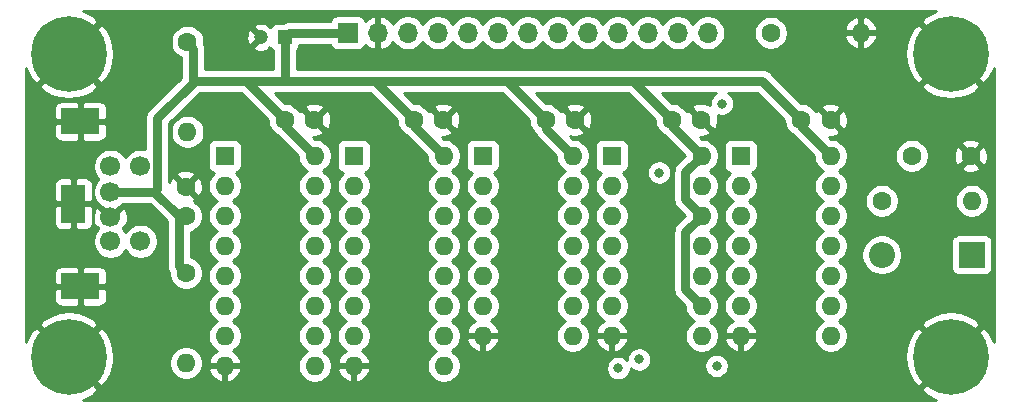
<source format=gbl>
G04 #@! TF.GenerationSoftware,KiCad,Pcbnew,(5.1.9-0-10_14)*
G04 #@! TF.CreationDate,2021-06-10T12:32:47+02:00*
G04 #@! TF.ProjectId,keyboard,6b657962-6f61-4726-942e-6b696361645f,rev?*
G04 #@! TF.SameCoordinates,Original*
G04 #@! TF.FileFunction,Copper,L4,Bot*
G04 #@! TF.FilePolarity,Positive*
%FSLAX46Y46*%
G04 Gerber Fmt 4.6, Leading zero omitted, Abs format (unit mm)*
G04 Created by KiCad (PCBNEW (5.1.9-0-10_14)) date 2021-06-10 12:32:47*
%MOMM*%
%LPD*%
G01*
G04 APERTURE LIST*
G04 #@! TA.AperFunction,ComponentPad*
%ADD10C,6.400000*%
G04 #@! TD*
G04 #@! TA.AperFunction,ComponentPad*
%ADD11C,1.200000*%
G04 #@! TD*
G04 #@! TA.AperFunction,ComponentPad*
%ADD12R,1.200000X1.200000*%
G04 #@! TD*
G04 #@! TA.AperFunction,ComponentPad*
%ADD13R,3.200400X2.169160*%
G04 #@! TD*
G04 #@! TA.AperFunction,ComponentPad*
%ADD14R,1.998980X3.200400*%
G04 #@! TD*
G04 #@! TA.AperFunction,ComponentPad*
%ADD15C,1.700000*%
G04 #@! TD*
G04 #@! TA.AperFunction,ComponentPad*
%ADD16O,1.600000X1.600000*%
G04 #@! TD*
G04 #@! TA.AperFunction,ComponentPad*
%ADD17R,1.600000X1.600000*%
G04 #@! TD*
G04 #@! TA.AperFunction,ComponentPad*
%ADD18C,1.600000*%
G04 #@! TD*
G04 #@! TA.AperFunction,ComponentPad*
%ADD19O,2.200000X2.200000*%
G04 #@! TD*
G04 #@! TA.AperFunction,ComponentPad*
%ADD20R,2.200000X2.200000*%
G04 #@! TD*
G04 #@! TA.AperFunction,ComponentPad*
%ADD21O,1.700000X1.700000*%
G04 #@! TD*
G04 #@! TA.AperFunction,ComponentPad*
%ADD22R,1.700000X1.700000*%
G04 #@! TD*
G04 #@! TA.AperFunction,ViaPad*
%ADD23C,0.800000*%
G04 #@! TD*
G04 #@! TA.AperFunction,Conductor*
%ADD24C,0.762000*%
G04 #@! TD*
G04 #@! TA.AperFunction,Conductor*
%ADD25C,0.254000*%
G04 #@! TD*
G04 #@! TA.AperFunction,Conductor*
%ADD26C,0.100000*%
G04 #@! TD*
G04 APERTURE END LIST*
D10*
X154686000Y-89916000D03*
X154686000Y-64262000D03*
X80010000Y-89916000D03*
X80010000Y-64262000D03*
D11*
X96298000Y-62865000D03*
D12*
X98298000Y-62865000D03*
D13*
X81000600Y-69977000D03*
X81000600Y-83947000D03*
D14*
X80416400Y-76962000D03*
D15*
X83540600Y-80137000D03*
X83540600Y-73787000D03*
X86080600Y-73787000D03*
X86080600Y-80137000D03*
X83540600Y-78105000D03*
X83540600Y-75946000D03*
D16*
X144526000Y-72898000D03*
X136906000Y-88138000D03*
X144526000Y-75438000D03*
X136906000Y-85598000D03*
X144526000Y-77978000D03*
X136906000Y-83058000D03*
X144526000Y-80518000D03*
X136906000Y-80518000D03*
X144526000Y-83058000D03*
X136906000Y-77978000D03*
X144526000Y-85598000D03*
X136906000Y-75438000D03*
X144526000Y-88138000D03*
D17*
X136906000Y-72898000D03*
D18*
X156384000Y-72898000D03*
X151384000Y-72898000D03*
D16*
X147066000Y-62484000D03*
D18*
X139446000Y-62484000D03*
D16*
X90068400Y-70866000D03*
D18*
X90068400Y-63246000D03*
D16*
X89941400Y-90449400D03*
D18*
X89941400Y-82829400D03*
D16*
X156464000Y-76708000D03*
D18*
X148844000Y-76708000D03*
D19*
X148844000Y-81280000D03*
D20*
X156464000Y-81280000D03*
D18*
X144526000Y-69850000D03*
X142026000Y-69850000D03*
X133564000Y-69850000D03*
X131064000Y-69850000D03*
X122896000Y-69850000D03*
X120396000Y-69850000D03*
X111720000Y-69850000D03*
X109220000Y-69850000D03*
X100798000Y-69850000D03*
X98298000Y-69850000D03*
X89916000Y-75503400D03*
X89916000Y-78003400D03*
D16*
X133604000Y-72898000D03*
X125984000Y-88138000D03*
X133604000Y-75438000D03*
X125984000Y-85598000D03*
X133604000Y-77978000D03*
X125984000Y-83058000D03*
X133604000Y-80518000D03*
X125984000Y-80518000D03*
X133604000Y-83058000D03*
X125984000Y-77978000D03*
X133604000Y-85598000D03*
X125984000Y-75438000D03*
X133604000Y-88138000D03*
D17*
X125984000Y-72898000D03*
D16*
X122682000Y-72898000D03*
X115062000Y-88138000D03*
X122682000Y-75438000D03*
X115062000Y-85598000D03*
X122682000Y-77978000D03*
X115062000Y-83058000D03*
X122682000Y-80518000D03*
X115062000Y-80518000D03*
X122682000Y-83058000D03*
X115062000Y-77978000D03*
X122682000Y-85598000D03*
X115062000Y-75438000D03*
X122682000Y-88138000D03*
D17*
X115062000Y-72898000D03*
D16*
X111760000Y-72898000D03*
X104140000Y-90678000D03*
X111760000Y-75438000D03*
X104140000Y-88138000D03*
X111760000Y-77978000D03*
X104140000Y-85598000D03*
X111760000Y-80518000D03*
X104140000Y-83058000D03*
X111760000Y-83058000D03*
X104140000Y-80518000D03*
X111760000Y-85598000D03*
X104140000Y-77978000D03*
X111760000Y-88138000D03*
X104140000Y-75438000D03*
X111760000Y-90678000D03*
D17*
X104140000Y-72898000D03*
D16*
X100838000Y-72898000D03*
X93218000Y-90678000D03*
X100838000Y-75438000D03*
X93218000Y-88138000D03*
X100838000Y-77978000D03*
X93218000Y-85598000D03*
X100838000Y-80518000D03*
X93218000Y-83058000D03*
X100838000Y-83058000D03*
X93218000Y-80518000D03*
X100838000Y-85598000D03*
X93218000Y-77978000D03*
X100838000Y-88138000D03*
X93218000Y-75438000D03*
X100838000Y-90678000D03*
D17*
X93218000Y-72898000D03*
D21*
X134112000Y-62484000D03*
X131572000Y-62484000D03*
X129032000Y-62484000D03*
X126492000Y-62484000D03*
X123952000Y-62484000D03*
X121412000Y-62484000D03*
X118872000Y-62484000D03*
X116332000Y-62484000D03*
X113792000Y-62484000D03*
X111252000Y-62484000D03*
X108712000Y-62484000D03*
X106172000Y-62484000D03*
D22*
X103632000Y-62484000D03*
D23*
X135324988Y-68484612D03*
X134874000Y-90678000D03*
X128311401Y-90140748D03*
X126542800Y-90881200D03*
X129997200Y-74320400D03*
D24*
X82042000Y-69977000D02*
X82042000Y-69850000D01*
X132222999Y-76596999D02*
X133604000Y-77978000D01*
X132222999Y-74279001D02*
X132222999Y-76596999D01*
X133604000Y-72898000D02*
X132222999Y-74279001D01*
X132222999Y-84216999D02*
X133604000Y-85598000D01*
X132222999Y-79359001D02*
X132222999Y-84216999D01*
X133604000Y-77978000D02*
X132222999Y-79359001D01*
X98298000Y-70358000D02*
X100838000Y-72898000D01*
X98298000Y-69850000D02*
X98298000Y-70358000D01*
X94996000Y-66548000D02*
X98298000Y-69850000D01*
X105918000Y-66548000D02*
X109220000Y-69850000D01*
X109220000Y-70358000D02*
X111760000Y-72898000D01*
X109220000Y-69850000D02*
X109220000Y-70358000D01*
X117094000Y-66548000D02*
X120396000Y-69850000D01*
X105918000Y-66548000D02*
X117094000Y-66548000D01*
X120396000Y-70612000D02*
X122682000Y-72898000D01*
X120396000Y-69850000D02*
X120396000Y-70612000D01*
X127762000Y-66548000D02*
X131064000Y-69850000D01*
X117094000Y-66548000D02*
X127762000Y-66548000D01*
X131064000Y-70358000D02*
X133604000Y-72898000D01*
X131064000Y-69850000D02*
X131064000Y-70358000D01*
X138724000Y-66548000D02*
X142026000Y-69850000D01*
X127762000Y-66548000D02*
X138724000Y-66548000D01*
X142026000Y-70398000D02*
X144526000Y-72898000D01*
X142026000Y-69850000D02*
X142026000Y-70398000D01*
X90535001Y-63839601D02*
X89941400Y-63246000D01*
X90535001Y-66405001D02*
X90535001Y-63839601D01*
X90678000Y-66548000D02*
X90535001Y-66405001D01*
X94996000Y-66548000D02*
X90678000Y-66548000D01*
X87274400Y-75946000D02*
X89331800Y-78003400D01*
X83540600Y-75946000D02*
X87274400Y-75946000D01*
X89331800Y-82219800D02*
X89941400Y-82829400D01*
X89331800Y-78003400D02*
X89331800Y-82219800D01*
X87511601Y-69714399D02*
X90678000Y-66548000D01*
X87511601Y-75708799D02*
X87511601Y-69714399D01*
X87274400Y-75946000D02*
X87511601Y-75708799D01*
X100355400Y-66548000D02*
X105918000Y-66548000D01*
X99568000Y-66548000D02*
X100355400Y-66548000D01*
X94996000Y-66548000D02*
X98552000Y-66548000D01*
X99009200Y-66548000D02*
X99568000Y-66548000D01*
X98552000Y-66548000D02*
X99009200Y-66548000D01*
X98679000Y-62484000D02*
X98298000Y-62865000D01*
X103632000Y-62484000D02*
X98679000Y-62484000D01*
X98298000Y-66294000D02*
X98552000Y-66548000D01*
X98298000Y-62865000D02*
X98298000Y-66294000D01*
D25*
X153233792Y-60692548D02*
X152565330Y-61044445D01*
X152524912Y-61071452D01*
X152164724Y-61561119D01*
X154686000Y-64082395D01*
X154700143Y-64068253D01*
X154879748Y-64247858D01*
X154865605Y-64262000D01*
X157386881Y-66783276D01*
X157876548Y-66423088D01*
X158236849Y-65759118D01*
X158319000Y-65494327D01*
X158319001Y-88678142D01*
X158255452Y-88463792D01*
X157903555Y-87795330D01*
X157876548Y-87754912D01*
X157386881Y-87394724D01*
X154865605Y-89916000D01*
X154879748Y-89930143D01*
X154700143Y-90109748D01*
X154686000Y-90095605D01*
X152164724Y-92616881D01*
X152524912Y-93106548D01*
X153188882Y-93466849D01*
X153453673Y-93549000D01*
X81247861Y-93549000D01*
X81462208Y-93485452D01*
X82130670Y-93133555D01*
X82171088Y-93106548D01*
X82531276Y-92616881D01*
X80010000Y-90095605D01*
X79995858Y-90109748D01*
X79816253Y-89930143D01*
X79830395Y-89916000D01*
X80189605Y-89916000D01*
X82710881Y-92437276D01*
X83200548Y-92077088D01*
X83560849Y-91413118D01*
X83784694Y-90691615D01*
X83824914Y-90308065D01*
X88506400Y-90308065D01*
X88506400Y-90590735D01*
X88561547Y-90867974D01*
X88669720Y-91129127D01*
X88826763Y-91364159D01*
X89026641Y-91564037D01*
X89261673Y-91721080D01*
X89522826Y-91829253D01*
X89800065Y-91884400D01*
X90082735Y-91884400D01*
X90359974Y-91829253D01*
X90621127Y-91721080D01*
X90856159Y-91564037D01*
X91056037Y-91364159D01*
X91213080Y-91129127D01*
X91255366Y-91027039D01*
X91826096Y-91027039D01*
X91866754Y-91161087D01*
X91986963Y-91415420D01*
X92154481Y-91641414D01*
X92362869Y-91830385D01*
X92604119Y-91975070D01*
X92868960Y-92069909D01*
X93091000Y-91948624D01*
X93091000Y-90805000D01*
X93345000Y-90805000D01*
X93345000Y-91948624D01*
X93567040Y-92069909D01*
X93831881Y-91975070D01*
X94073131Y-91830385D01*
X94281519Y-91641414D01*
X94449037Y-91415420D01*
X94569246Y-91161087D01*
X94609904Y-91027039D01*
X94487915Y-90805000D01*
X93345000Y-90805000D01*
X93091000Y-90805000D01*
X91948085Y-90805000D01*
X91826096Y-91027039D01*
X91255366Y-91027039D01*
X91321253Y-90867974D01*
X91376400Y-90590735D01*
X91376400Y-90308065D01*
X91321253Y-90030826D01*
X91213080Y-89769673D01*
X91056037Y-89534641D01*
X90856159Y-89334763D01*
X90621127Y-89177720D01*
X90359974Y-89069547D01*
X90082735Y-89014400D01*
X89800065Y-89014400D01*
X89522826Y-89069547D01*
X89261673Y-89177720D01*
X89026641Y-89334763D01*
X88826763Y-89534641D01*
X88669720Y-89769673D01*
X88561547Y-90030826D01*
X88506400Y-90308065D01*
X83824914Y-90308065D01*
X83863480Y-89940305D01*
X83794178Y-89188062D01*
X83579452Y-88463792D01*
X83227555Y-87795330D01*
X83200548Y-87754912D01*
X82710881Y-87394724D01*
X80189605Y-89916000D01*
X79830395Y-89916000D01*
X77309119Y-87394724D01*
X76819452Y-87754912D01*
X76459151Y-88418882D01*
X76377000Y-88683673D01*
X76377000Y-87215119D01*
X77488724Y-87215119D01*
X80010000Y-89736395D01*
X82531276Y-87215119D01*
X82171088Y-86725452D01*
X81507118Y-86365151D01*
X80785615Y-86141306D01*
X80034305Y-86062520D01*
X79282062Y-86131822D01*
X78557792Y-86346548D01*
X77889330Y-86698445D01*
X77848912Y-86725452D01*
X77488724Y-87215119D01*
X76377000Y-87215119D01*
X76377000Y-85031580D01*
X78762328Y-85031580D01*
X78774588Y-85156062D01*
X78810898Y-85275760D01*
X78869863Y-85386074D01*
X78949215Y-85482765D01*
X79045906Y-85562117D01*
X79156220Y-85621082D01*
X79275918Y-85657392D01*
X79400400Y-85669652D01*
X80714850Y-85666580D01*
X80873600Y-85507830D01*
X80873600Y-84074000D01*
X81127600Y-84074000D01*
X81127600Y-85507830D01*
X81286350Y-85666580D01*
X82600800Y-85669652D01*
X82725282Y-85657392D01*
X82844980Y-85621082D01*
X82955294Y-85562117D01*
X83051985Y-85482765D01*
X83131337Y-85386074D01*
X83190302Y-85275760D01*
X83226612Y-85156062D01*
X83238872Y-85031580D01*
X83235800Y-84232750D01*
X83077050Y-84074000D01*
X81127600Y-84074000D01*
X80873600Y-84074000D01*
X78924150Y-84074000D01*
X78765400Y-84232750D01*
X78762328Y-85031580D01*
X76377000Y-85031580D01*
X76377000Y-82862420D01*
X78762328Y-82862420D01*
X78765400Y-83661250D01*
X78924150Y-83820000D01*
X80873600Y-83820000D01*
X80873600Y-82386170D01*
X81127600Y-82386170D01*
X81127600Y-83820000D01*
X83077050Y-83820000D01*
X83235800Y-83661250D01*
X83238872Y-82862420D01*
X83226612Y-82737938D01*
X83190302Y-82618240D01*
X83131337Y-82507926D01*
X83051985Y-82411235D01*
X82955294Y-82331883D01*
X82844980Y-82272918D01*
X82725282Y-82236608D01*
X82600800Y-82224348D01*
X81286350Y-82227420D01*
X81127600Y-82386170D01*
X80873600Y-82386170D01*
X80714850Y-82227420D01*
X79400400Y-82224348D01*
X79275918Y-82236608D01*
X79156220Y-82272918D01*
X79045906Y-82331883D01*
X78949215Y-82411235D01*
X78869863Y-82507926D01*
X78810898Y-82618240D01*
X78774588Y-82737938D01*
X78762328Y-82862420D01*
X76377000Y-82862420D01*
X76377000Y-78562200D01*
X78778838Y-78562200D01*
X78791098Y-78686682D01*
X78827408Y-78806380D01*
X78886373Y-78916694D01*
X78965725Y-79013385D01*
X79062416Y-79092737D01*
X79172730Y-79151702D01*
X79292428Y-79188012D01*
X79416910Y-79200272D01*
X80130650Y-79197200D01*
X80289400Y-79038450D01*
X80289400Y-77089000D01*
X80543400Y-77089000D01*
X80543400Y-79038450D01*
X80702150Y-79197200D01*
X81415890Y-79200272D01*
X81540372Y-79188012D01*
X81660070Y-79151702D01*
X81770384Y-79092737D01*
X81867075Y-79013385D01*
X81946427Y-78916694D01*
X82005392Y-78806380D01*
X82041702Y-78686682D01*
X82053962Y-78562200D01*
X82053104Y-78194994D01*
X82092001Y-78463019D01*
X82189681Y-78738747D01*
X82263128Y-78876157D01*
X82512201Y-78953791D01*
X82396096Y-79069896D01*
X82451847Y-79125647D01*
X82387125Y-79190368D01*
X82224610Y-79433589D01*
X82112668Y-79703842D01*
X82055600Y-79990740D01*
X82055600Y-80283260D01*
X82112668Y-80570158D01*
X82224610Y-80840411D01*
X82387125Y-81083632D01*
X82593968Y-81290475D01*
X82837189Y-81452990D01*
X83107442Y-81564932D01*
X83394340Y-81622000D01*
X83686860Y-81622000D01*
X83973758Y-81564932D01*
X84244011Y-81452990D01*
X84487232Y-81290475D01*
X84694075Y-81083632D01*
X84810600Y-80909240D01*
X84927125Y-81083632D01*
X85133968Y-81290475D01*
X85377189Y-81452990D01*
X85647442Y-81564932D01*
X85934340Y-81622000D01*
X86226860Y-81622000D01*
X86513758Y-81564932D01*
X86784011Y-81452990D01*
X87027232Y-81290475D01*
X87234075Y-81083632D01*
X87396590Y-80840411D01*
X87508532Y-80570158D01*
X87565600Y-80283260D01*
X87565600Y-79990740D01*
X87508532Y-79703842D01*
X87396590Y-79433589D01*
X87234075Y-79190368D01*
X87027232Y-78983525D01*
X86784011Y-78821010D01*
X86513758Y-78709068D01*
X86226860Y-78652000D01*
X85934340Y-78652000D01*
X85647442Y-78709068D01*
X85377189Y-78821010D01*
X85133968Y-78983525D01*
X84927125Y-79190368D01*
X84810600Y-79364760D01*
X84694075Y-79190368D01*
X84629354Y-79125647D01*
X84685104Y-79069896D01*
X84568999Y-78953791D01*
X84818072Y-78876157D01*
X84943971Y-78612117D01*
X85015939Y-78328589D01*
X85031211Y-78036469D01*
X84989199Y-77746981D01*
X84891519Y-77471253D01*
X84818072Y-77333843D01*
X84568997Y-77256208D01*
X83720205Y-78105000D01*
X83734348Y-78119143D01*
X83554743Y-78298748D01*
X83540600Y-78284605D01*
X83526458Y-78298748D01*
X83346853Y-78119143D01*
X83360995Y-78105000D01*
X82512203Y-77256208D01*
X82263128Y-77333843D01*
X82137229Y-77597883D01*
X82065261Y-77881411D01*
X82052923Y-78117419D01*
X82050890Y-77247750D01*
X81892140Y-77089000D01*
X80543400Y-77089000D01*
X80289400Y-77089000D01*
X78940660Y-77089000D01*
X78781910Y-77247750D01*
X78778838Y-78562200D01*
X76377000Y-78562200D01*
X76377000Y-75361800D01*
X78778838Y-75361800D01*
X78781910Y-76676250D01*
X78940660Y-76835000D01*
X80289400Y-76835000D01*
X80289400Y-74885550D01*
X80543400Y-74885550D01*
X80543400Y-76835000D01*
X81892140Y-76835000D01*
X82050890Y-76676250D01*
X82053962Y-75361800D01*
X82041702Y-75237318D01*
X82005392Y-75117620D01*
X81946427Y-75007306D01*
X81867075Y-74910615D01*
X81770384Y-74831263D01*
X81660070Y-74772298D01*
X81540372Y-74735988D01*
X81415890Y-74723728D01*
X80702150Y-74726800D01*
X80543400Y-74885550D01*
X80289400Y-74885550D01*
X80130650Y-74726800D01*
X79416910Y-74723728D01*
X79292428Y-74735988D01*
X79172730Y-74772298D01*
X79062416Y-74831263D01*
X78965725Y-74910615D01*
X78886373Y-75007306D01*
X78827408Y-75117620D01*
X78791098Y-75237318D01*
X78778838Y-75361800D01*
X76377000Y-75361800D01*
X76377000Y-73640740D01*
X82055600Y-73640740D01*
X82055600Y-73933260D01*
X82112668Y-74220158D01*
X82224610Y-74490411D01*
X82387125Y-74733632D01*
X82519993Y-74866500D01*
X82387125Y-74999368D01*
X82224610Y-75242589D01*
X82112668Y-75512842D01*
X82055600Y-75799740D01*
X82055600Y-76092260D01*
X82112668Y-76379158D01*
X82224610Y-76649411D01*
X82387125Y-76892632D01*
X82593968Y-77099475D01*
X82837189Y-77261990D01*
X82905483Y-77290278D01*
X83540600Y-77925395D01*
X84175717Y-77290278D01*
X84244011Y-77261990D01*
X84487232Y-77099475D01*
X84624707Y-76962000D01*
X86853560Y-76962000D01*
X88315800Y-78424241D01*
X88315801Y-82169888D01*
X88310885Y-82219800D01*
X88330502Y-82418970D01*
X88357487Y-82507926D01*
X88388599Y-82610487D01*
X88482941Y-82786990D01*
X88506400Y-82815575D01*
X88506400Y-82970735D01*
X88561547Y-83247974D01*
X88669720Y-83509127D01*
X88826763Y-83744159D01*
X89026641Y-83944037D01*
X89261673Y-84101080D01*
X89522826Y-84209253D01*
X89800065Y-84264400D01*
X90082735Y-84264400D01*
X90359974Y-84209253D01*
X90621127Y-84101080D01*
X90856159Y-83944037D01*
X91056037Y-83744159D01*
X91213080Y-83509127D01*
X91321253Y-83247974D01*
X91376400Y-82970735D01*
X91376400Y-82688065D01*
X91321253Y-82410826D01*
X91213080Y-82149673D01*
X91056037Y-81914641D01*
X90856159Y-81714763D01*
X90621127Y-81557720D01*
X90359974Y-81449547D01*
X90347800Y-81447125D01*
X90347800Y-79377775D01*
X90595727Y-79275080D01*
X90830759Y-79118037D01*
X91030637Y-78918159D01*
X91187680Y-78683127D01*
X91295853Y-78421974D01*
X91351000Y-78144735D01*
X91351000Y-77862065D01*
X91295853Y-77584826D01*
X91187680Y-77323673D01*
X91030637Y-77088641D01*
X90830759Y-76888763D01*
X90630131Y-76754708D01*
X90657514Y-76740071D01*
X90729097Y-76496102D01*
X89916000Y-75683005D01*
X89901858Y-75697148D01*
X89722253Y-75517543D01*
X89736395Y-75503400D01*
X90095605Y-75503400D01*
X90908702Y-76316497D01*
X91152671Y-76244914D01*
X91273571Y-75989404D01*
X91342300Y-75715216D01*
X91356217Y-75432888D01*
X91314787Y-75153270D01*
X91219603Y-74887108D01*
X91152671Y-74761886D01*
X90908702Y-74690303D01*
X90095605Y-75503400D01*
X89736395Y-75503400D01*
X88923298Y-74690303D01*
X88679329Y-74761886D01*
X88558429Y-75017396D01*
X88527601Y-75140381D01*
X88527601Y-74510698D01*
X89102903Y-74510698D01*
X89916000Y-75323795D01*
X90729097Y-74510698D01*
X90657514Y-74266729D01*
X90402004Y-74145829D01*
X90127816Y-74077100D01*
X89845488Y-74063183D01*
X89565870Y-74104613D01*
X89299708Y-74199797D01*
X89174486Y-74266729D01*
X89102903Y-74510698D01*
X88527601Y-74510698D01*
X88527601Y-70724665D01*
X88633400Y-70724665D01*
X88633400Y-71007335D01*
X88688547Y-71284574D01*
X88796720Y-71545727D01*
X88953763Y-71780759D01*
X89153641Y-71980637D01*
X89388673Y-72137680D01*
X89649826Y-72245853D01*
X89927065Y-72301000D01*
X90209735Y-72301000D01*
X90486974Y-72245853D01*
X90748127Y-72137680D01*
X90807512Y-72098000D01*
X91779928Y-72098000D01*
X91779928Y-73698000D01*
X91792188Y-73822482D01*
X91828498Y-73942180D01*
X91887463Y-74052494D01*
X91966815Y-74149185D01*
X92063506Y-74228537D01*
X92173820Y-74287502D01*
X92293518Y-74323812D01*
X92301961Y-74324643D01*
X92103363Y-74523241D01*
X91946320Y-74758273D01*
X91838147Y-75019426D01*
X91783000Y-75296665D01*
X91783000Y-75579335D01*
X91838147Y-75856574D01*
X91946320Y-76117727D01*
X92103363Y-76352759D01*
X92303241Y-76552637D01*
X92535759Y-76708000D01*
X92303241Y-76863363D01*
X92103363Y-77063241D01*
X91946320Y-77298273D01*
X91838147Y-77559426D01*
X91783000Y-77836665D01*
X91783000Y-78119335D01*
X91838147Y-78396574D01*
X91946320Y-78657727D01*
X92103363Y-78892759D01*
X92303241Y-79092637D01*
X92535759Y-79248000D01*
X92303241Y-79403363D01*
X92103363Y-79603241D01*
X91946320Y-79838273D01*
X91838147Y-80099426D01*
X91783000Y-80376665D01*
X91783000Y-80659335D01*
X91838147Y-80936574D01*
X91946320Y-81197727D01*
X92103363Y-81432759D01*
X92303241Y-81632637D01*
X92535759Y-81788000D01*
X92303241Y-81943363D01*
X92103363Y-82143241D01*
X91946320Y-82378273D01*
X91838147Y-82639426D01*
X91783000Y-82916665D01*
X91783000Y-83199335D01*
X91838147Y-83476574D01*
X91946320Y-83737727D01*
X92103363Y-83972759D01*
X92303241Y-84172637D01*
X92535759Y-84328000D01*
X92303241Y-84483363D01*
X92103363Y-84683241D01*
X91946320Y-84918273D01*
X91838147Y-85179426D01*
X91783000Y-85456665D01*
X91783000Y-85739335D01*
X91838147Y-86016574D01*
X91946320Y-86277727D01*
X92103363Y-86512759D01*
X92303241Y-86712637D01*
X92535759Y-86868000D01*
X92303241Y-87023363D01*
X92103363Y-87223241D01*
X91946320Y-87458273D01*
X91838147Y-87719426D01*
X91783000Y-87996665D01*
X91783000Y-88279335D01*
X91838147Y-88556574D01*
X91946320Y-88817727D01*
X92103363Y-89052759D01*
X92303241Y-89252637D01*
X92538273Y-89409680D01*
X92548865Y-89414067D01*
X92362869Y-89525615D01*
X92154481Y-89714586D01*
X91986963Y-89940580D01*
X91866754Y-90194913D01*
X91826096Y-90328961D01*
X91948085Y-90551000D01*
X93091000Y-90551000D01*
X93091000Y-90531000D01*
X93345000Y-90531000D01*
X93345000Y-90551000D01*
X94487915Y-90551000D01*
X94609904Y-90328961D01*
X94569246Y-90194913D01*
X94449037Y-89940580D01*
X94281519Y-89714586D01*
X94073131Y-89525615D01*
X93887135Y-89414067D01*
X93897727Y-89409680D01*
X94132759Y-89252637D01*
X94332637Y-89052759D01*
X94489680Y-88817727D01*
X94597853Y-88556574D01*
X94653000Y-88279335D01*
X94653000Y-87996665D01*
X94597853Y-87719426D01*
X94489680Y-87458273D01*
X94332637Y-87223241D01*
X94132759Y-87023363D01*
X93900241Y-86868000D01*
X94132759Y-86712637D01*
X94332637Y-86512759D01*
X94489680Y-86277727D01*
X94597853Y-86016574D01*
X94653000Y-85739335D01*
X94653000Y-85456665D01*
X94597853Y-85179426D01*
X94489680Y-84918273D01*
X94332637Y-84683241D01*
X94132759Y-84483363D01*
X93900241Y-84328000D01*
X94132759Y-84172637D01*
X94332637Y-83972759D01*
X94489680Y-83737727D01*
X94597853Y-83476574D01*
X94653000Y-83199335D01*
X94653000Y-82916665D01*
X94597853Y-82639426D01*
X94489680Y-82378273D01*
X94332637Y-82143241D01*
X94132759Y-81943363D01*
X93900241Y-81788000D01*
X94132759Y-81632637D01*
X94332637Y-81432759D01*
X94489680Y-81197727D01*
X94597853Y-80936574D01*
X94653000Y-80659335D01*
X94653000Y-80376665D01*
X94597853Y-80099426D01*
X94489680Y-79838273D01*
X94332637Y-79603241D01*
X94132759Y-79403363D01*
X93900241Y-79248000D01*
X94132759Y-79092637D01*
X94332637Y-78892759D01*
X94489680Y-78657727D01*
X94597853Y-78396574D01*
X94653000Y-78119335D01*
X94653000Y-77836665D01*
X94597853Y-77559426D01*
X94489680Y-77298273D01*
X94332637Y-77063241D01*
X94132759Y-76863363D01*
X93900241Y-76708000D01*
X94132759Y-76552637D01*
X94332637Y-76352759D01*
X94489680Y-76117727D01*
X94597853Y-75856574D01*
X94653000Y-75579335D01*
X94653000Y-75296665D01*
X94597853Y-75019426D01*
X94489680Y-74758273D01*
X94332637Y-74523241D01*
X94134039Y-74324643D01*
X94142482Y-74323812D01*
X94262180Y-74287502D01*
X94372494Y-74228537D01*
X94469185Y-74149185D01*
X94548537Y-74052494D01*
X94607502Y-73942180D01*
X94643812Y-73822482D01*
X94656072Y-73698000D01*
X94656072Y-72098000D01*
X94643812Y-71973518D01*
X94607502Y-71853820D01*
X94548537Y-71743506D01*
X94469185Y-71646815D01*
X94372494Y-71567463D01*
X94262180Y-71508498D01*
X94142482Y-71472188D01*
X94018000Y-71459928D01*
X92418000Y-71459928D01*
X92293518Y-71472188D01*
X92173820Y-71508498D01*
X92063506Y-71567463D01*
X91966815Y-71646815D01*
X91887463Y-71743506D01*
X91828498Y-71853820D01*
X91792188Y-71973518D01*
X91779928Y-72098000D01*
X90807512Y-72098000D01*
X90983159Y-71980637D01*
X91183037Y-71780759D01*
X91340080Y-71545727D01*
X91448253Y-71284574D01*
X91503400Y-71007335D01*
X91503400Y-70724665D01*
X91448253Y-70447426D01*
X91340080Y-70186273D01*
X91183037Y-69951241D01*
X90983159Y-69751363D01*
X90748127Y-69594320D01*
X90486974Y-69486147D01*
X90209735Y-69431000D01*
X89927065Y-69431000D01*
X89649826Y-69486147D01*
X89388673Y-69594320D01*
X89153641Y-69751363D01*
X88953763Y-69951241D01*
X88796720Y-70186273D01*
X88688547Y-70447426D01*
X88633400Y-70724665D01*
X88527601Y-70724665D01*
X88527601Y-70135239D01*
X91098841Y-67564000D01*
X94575160Y-67564000D01*
X96863000Y-69851841D01*
X96863000Y-69991335D01*
X96918147Y-70268574D01*
X97026320Y-70529727D01*
X97183363Y-70764759D01*
X97383241Y-70964637D01*
X97618273Y-71121680D01*
X97629484Y-71126324D01*
X99403000Y-72899841D01*
X99403000Y-73039335D01*
X99458147Y-73316574D01*
X99566320Y-73577727D01*
X99723363Y-73812759D01*
X99923241Y-74012637D01*
X100155759Y-74168000D01*
X99923241Y-74323363D01*
X99723363Y-74523241D01*
X99566320Y-74758273D01*
X99458147Y-75019426D01*
X99403000Y-75296665D01*
X99403000Y-75579335D01*
X99458147Y-75856574D01*
X99566320Y-76117727D01*
X99723363Y-76352759D01*
X99923241Y-76552637D01*
X100155759Y-76708000D01*
X99923241Y-76863363D01*
X99723363Y-77063241D01*
X99566320Y-77298273D01*
X99458147Y-77559426D01*
X99403000Y-77836665D01*
X99403000Y-78119335D01*
X99458147Y-78396574D01*
X99566320Y-78657727D01*
X99723363Y-78892759D01*
X99923241Y-79092637D01*
X100155759Y-79248000D01*
X99923241Y-79403363D01*
X99723363Y-79603241D01*
X99566320Y-79838273D01*
X99458147Y-80099426D01*
X99403000Y-80376665D01*
X99403000Y-80659335D01*
X99458147Y-80936574D01*
X99566320Y-81197727D01*
X99723363Y-81432759D01*
X99923241Y-81632637D01*
X100155759Y-81788000D01*
X99923241Y-81943363D01*
X99723363Y-82143241D01*
X99566320Y-82378273D01*
X99458147Y-82639426D01*
X99403000Y-82916665D01*
X99403000Y-83199335D01*
X99458147Y-83476574D01*
X99566320Y-83737727D01*
X99723363Y-83972759D01*
X99923241Y-84172637D01*
X100155759Y-84328000D01*
X99923241Y-84483363D01*
X99723363Y-84683241D01*
X99566320Y-84918273D01*
X99458147Y-85179426D01*
X99403000Y-85456665D01*
X99403000Y-85739335D01*
X99458147Y-86016574D01*
X99566320Y-86277727D01*
X99723363Y-86512759D01*
X99923241Y-86712637D01*
X100155759Y-86868000D01*
X99923241Y-87023363D01*
X99723363Y-87223241D01*
X99566320Y-87458273D01*
X99458147Y-87719426D01*
X99403000Y-87996665D01*
X99403000Y-88279335D01*
X99458147Y-88556574D01*
X99566320Y-88817727D01*
X99723363Y-89052759D01*
X99923241Y-89252637D01*
X100155759Y-89408000D01*
X99923241Y-89563363D01*
X99723363Y-89763241D01*
X99566320Y-89998273D01*
X99458147Y-90259426D01*
X99403000Y-90536665D01*
X99403000Y-90819335D01*
X99458147Y-91096574D01*
X99566320Y-91357727D01*
X99723363Y-91592759D01*
X99923241Y-91792637D01*
X100158273Y-91949680D01*
X100419426Y-92057853D01*
X100696665Y-92113000D01*
X100979335Y-92113000D01*
X101256574Y-92057853D01*
X101517727Y-91949680D01*
X101752759Y-91792637D01*
X101952637Y-91592759D01*
X102109680Y-91357727D01*
X102217853Y-91096574D01*
X102231684Y-91027039D01*
X102748096Y-91027039D01*
X102788754Y-91161087D01*
X102908963Y-91415420D01*
X103076481Y-91641414D01*
X103284869Y-91830385D01*
X103526119Y-91975070D01*
X103790960Y-92069909D01*
X104013000Y-91948624D01*
X104013000Y-90805000D01*
X104267000Y-90805000D01*
X104267000Y-91948624D01*
X104489040Y-92069909D01*
X104753881Y-91975070D01*
X104995131Y-91830385D01*
X105203519Y-91641414D01*
X105371037Y-91415420D01*
X105491246Y-91161087D01*
X105531904Y-91027039D01*
X105409915Y-90805000D01*
X104267000Y-90805000D01*
X104013000Y-90805000D01*
X102870085Y-90805000D01*
X102748096Y-91027039D01*
X102231684Y-91027039D01*
X102273000Y-90819335D01*
X102273000Y-90536665D01*
X102217853Y-90259426D01*
X102109680Y-89998273D01*
X101952637Y-89763241D01*
X101752759Y-89563363D01*
X101520241Y-89408000D01*
X101752759Y-89252637D01*
X101952637Y-89052759D01*
X102109680Y-88817727D01*
X102217853Y-88556574D01*
X102273000Y-88279335D01*
X102273000Y-87996665D01*
X102217853Y-87719426D01*
X102109680Y-87458273D01*
X101952637Y-87223241D01*
X101752759Y-87023363D01*
X101520241Y-86868000D01*
X101752759Y-86712637D01*
X101952637Y-86512759D01*
X102109680Y-86277727D01*
X102217853Y-86016574D01*
X102273000Y-85739335D01*
X102273000Y-85456665D01*
X102217853Y-85179426D01*
X102109680Y-84918273D01*
X101952637Y-84683241D01*
X101752759Y-84483363D01*
X101520241Y-84328000D01*
X101752759Y-84172637D01*
X101952637Y-83972759D01*
X102109680Y-83737727D01*
X102217853Y-83476574D01*
X102273000Y-83199335D01*
X102273000Y-82916665D01*
X102217853Y-82639426D01*
X102109680Y-82378273D01*
X101952637Y-82143241D01*
X101752759Y-81943363D01*
X101520241Y-81788000D01*
X101752759Y-81632637D01*
X101952637Y-81432759D01*
X102109680Y-81197727D01*
X102217853Y-80936574D01*
X102273000Y-80659335D01*
X102273000Y-80376665D01*
X102217853Y-80099426D01*
X102109680Y-79838273D01*
X101952637Y-79603241D01*
X101752759Y-79403363D01*
X101520241Y-79248000D01*
X101752759Y-79092637D01*
X101952637Y-78892759D01*
X102109680Y-78657727D01*
X102217853Y-78396574D01*
X102273000Y-78119335D01*
X102273000Y-77836665D01*
X102217853Y-77559426D01*
X102109680Y-77298273D01*
X101952637Y-77063241D01*
X101752759Y-76863363D01*
X101520241Y-76708000D01*
X101752759Y-76552637D01*
X101952637Y-76352759D01*
X102109680Y-76117727D01*
X102217853Y-75856574D01*
X102273000Y-75579335D01*
X102273000Y-75296665D01*
X102217853Y-75019426D01*
X102109680Y-74758273D01*
X101952637Y-74523241D01*
X101752759Y-74323363D01*
X101520241Y-74168000D01*
X101752759Y-74012637D01*
X101952637Y-73812759D01*
X102109680Y-73577727D01*
X102217853Y-73316574D01*
X102273000Y-73039335D01*
X102273000Y-72756665D01*
X102217853Y-72479426D01*
X102109680Y-72218273D01*
X102029317Y-72098000D01*
X102701928Y-72098000D01*
X102701928Y-73698000D01*
X102714188Y-73822482D01*
X102750498Y-73942180D01*
X102809463Y-74052494D01*
X102888815Y-74149185D01*
X102985506Y-74228537D01*
X103095820Y-74287502D01*
X103215518Y-74323812D01*
X103223961Y-74324643D01*
X103025363Y-74523241D01*
X102868320Y-74758273D01*
X102760147Y-75019426D01*
X102705000Y-75296665D01*
X102705000Y-75579335D01*
X102760147Y-75856574D01*
X102868320Y-76117727D01*
X103025363Y-76352759D01*
X103225241Y-76552637D01*
X103457759Y-76708000D01*
X103225241Y-76863363D01*
X103025363Y-77063241D01*
X102868320Y-77298273D01*
X102760147Y-77559426D01*
X102705000Y-77836665D01*
X102705000Y-78119335D01*
X102760147Y-78396574D01*
X102868320Y-78657727D01*
X103025363Y-78892759D01*
X103225241Y-79092637D01*
X103457759Y-79248000D01*
X103225241Y-79403363D01*
X103025363Y-79603241D01*
X102868320Y-79838273D01*
X102760147Y-80099426D01*
X102705000Y-80376665D01*
X102705000Y-80659335D01*
X102760147Y-80936574D01*
X102868320Y-81197727D01*
X103025363Y-81432759D01*
X103225241Y-81632637D01*
X103457759Y-81788000D01*
X103225241Y-81943363D01*
X103025363Y-82143241D01*
X102868320Y-82378273D01*
X102760147Y-82639426D01*
X102705000Y-82916665D01*
X102705000Y-83199335D01*
X102760147Y-83476574D01*
X102868320Y-83737727D01*
X103025363Y-83972759D01*
X103225241Y-84172637D01*
X103457759Y-84328000D01*
X103225241Y-84483363D01*
X103025363Y-84683241D01*
X102868320Y-84918273D01*
X102760147Y-85179426D01*
X102705000Y-85456665D01*
X102705000Y-85739335D01*
X102760147Y-86016574D01*
X102868320Y-86277727D01*
X103025363Y-86512759D01*
X103225241Y-86712637D01*
X103457759Y-86868000D01*
X103225241Y-87023363D01*
X103025363Y-87223241D01*
X102868320Y-87458273D01*
X102760147Y-87719426D01*
X102705000Y-87996665D01*
X102705000Y-88279335D01*
X102760147Y-88556574D01*
X102868320Y-88817727D01*
X103025363Y-89052759D01*
X103225241Y-89252637D01*
X103460273Y-89409680D01*
X103470865Y-89414067D01*
X103284869Y-89525615D01*
X103076481Y-89714586D01*
X102908963Y-89940580D01*
X102788754Y-90194913D01*
X102748096Y-90328961D01*
X102870085Y-90551000D01*
X104013000Y-90551000D01*
X104013000Y-90531000D01*
X104267000Y-90531000D01*
X104267000Y-90551000D01*
X105409915Y-90551000D01*
X105531904Y-90328961D01*
X105491246Y-90194913D01*
X105371037Y-89940580D01*
X105203519Y-89714586D01*
X104995131Y-89525615D01*
X104809135Y-89414067D01*
X104819727Y-89409680D01*
X105054759Y-89252637D01*
X105254637Y-89052759D01*
X105411680Y-88817727D01*
X105519853Y-88556574D01*
X105575000Y-88279335D01*
X105575000Y-87996665D01*
X105519853Y-87719426D01*
X105411680Y-87458273D01*
X105254637Y-87223241D01*
X105054759Y-87023363D01*
X104822241Y-86868000D01*
X105054759Y-86712637D01*
X105254637Y-86512759D01*
X105411680Y-86277727D01*
X105519853Y-86016574D01*
X105575000Y-85739335D01*
X105575000Y-85456665D01*
X105519853Y-85179426D01*
X105411680Y-84918273D01*
X105254637Y-84683241D01*
X105054759Y-84483363D01*
X104822241Y-84328000D01*
X105054759Y-84172637D01*
X105254637Y-83972759D01*
X105411680Y-83737727D01*
X105519853Y-83476574D01*
X105575000Y-83199335D01*
X105575000Y-82916665D01*
X105519853Y-82639426D01*
X105411680Y-82378273D01*
X105254637Y-82143241D01*
X105054759Y-81943363D01*
X104822241Y-81788000D01*
X105054759Y-81632637D01*
X105254637Y-81432759D01*
X105411680Y-81197727D01*
X105519853Y-80936574D01*
X105575000Y-80659335D01*
X105575000Y-80376665D01*
X105519853Y-80099426D01*
X105411680Y-79838273D01*
X105254637Y-79603241D01*
X105054759Y-79403363D01*
X104822241Y-79248000D01*
X105054759Y-79092637D01*
X105254637Y-78892759D01*
X105411680Y-78657727D01*
X105519853Y-78396574D01*
X105575000Y-78119335D01*
X105575000Y-77836665D01*
X105519853Y-77559426D01*
X105411680Y-77298273D01*
X105254637Y-77063241D01*
X105054759Y-76863363D01*
X104822241Y-76708000D01*
X105054759Y-76552637D01*
X105254637Y-76352759D01*
X105411680Y-76117727D01*
X105519853Y-75856574D01*
X105575000Y-75579335D01*
X105575000Y-75296665D01*
X105519853Y-75019426D01*
X105411680Y-74758273D01*
X105254637Y-74523241D01*
X105056039Y-74324643D01*
X105064482Y-74323812D01*
X105184180Y-74287502D01*
X105294494Y-74228537D01*
X105391185Y-74149185D01*
X105470537Y-74052494D01*
X105529502Y-73942180D01*
X105565812Y-73822482D01*
X105578072Y-73698000D01*
X105578072Y-72098000D01*
X105565812Y-71973518D01*
X105529502Y-71853820D01*
X105470537Y-71743506D01*
X105391185Y-71646815D01*
X105294494Y-71567463D01*
X105184180Y-71508498D01*
X105064482Y-71472188D01*
X104940000Y-71459928D01*
X103340000Y-71459928D01*
X103215518Y-71472188D01*
X103095820Y-71508498D01*
X102985506Y-71567463D01*
X102888815Y-71646815D01*
X102809463Y-71743506D01*
X102750498Y-71853820D01*
X102714188Y-71973518D01*
X102701928Y-72098000D01*
X102029317Y-72098000D01*
X101952637Y-71983241D01*
X101752759Y-71783363D01*
X101517727Y-71626320D01*
X101256574Y-71518147D01*
X100979335Y-71463000D01*
X100839841Y-71463000D01*
X100656612Y-71279772D01*
X100868512Y-71290217D01*
X101148130Y-71248787D01*
X101414292Y-71153603D01*
X101539514Y-71086671D01*
X101611097Y-70842702D01*
X100798000Y-70029605D01*
X100783858Y-70043748D01*
X100604253Y-69864143D01*
X100618395Y-69850000D01*
X100977605Y-69850000D01*
X101790702Y-70663097D01*
X102034671Y-70591514D01*
X102155571Y-70336004D01*
X102224300Y-70061816D01*
X102238217Y-69779488D01*
X102196787Y-69499870D01*
X102101603Y-69233708D01*
X102034671Y-69108486D01*
X101790702Y-69036903D01*
X100977605Y-69850000D01*
X100618395Y-69850000D01*
X99805298Y-69036903D01*
X99561329Y-69108486D01*
X99547676Y-69137341D01*
X99412637Y-68935241D01*
X99334694Y-68857298D01*
X99984903Y-68857298D01*
X100798000Y-69670395D01*
X101611097Y-68857298D01*
X101539514Y-68613329D01*
X101284004Y-68492429D01*
X101009816Y-68423700D01*
X100727488Y-68409783D01*
X100447870Y-68451213D01*
X100181708Y-68546397D01*
X100056486Y-68613329D01*
X99984903Y-68857298D01*
X99334694Y-68857298D01*
X99212759Y-68735363D01*
X98977727Y-68578320D01*
X98716574Y-68470147D01*
X98439335Y-68415000D01*
X98299841Y-68415000D01*
X97448841Y-67564000D01*
X98502105Y-67564000D01*
X98551999Y-67568914D01*
X98601893Y-67564000D01*
X105497160Y-67564000D01*
X107785000Y-69851841D01*
X107785000Y-69991335D01*
X107840147Y-70268574D01*
X107948320Y-70529727D01*
X108105363Y-70764759D01*
X108305241Y-70964637D01*
X108540273Y-71121680D01*
X108551484Y-71126324D01*
X110325000Y-72899841D01*
X110325000Y-73039335D01*
X110380147Y-73316574D01*
X110488320Y-73577727D01*
X110645363Y-73812759D01*
X110845241Y-74012637D01*
X111077759Y-74168000D01*
X110845241Y-74323363D01*
X110645363Y-74523241D01*
X110488320Y-74758273D01*
X110380147Y-75019426D01*
X110325000Y-75296665D01*
X110325000Y-75579335D01*
X110380147Y-75856574D01*
X110488320Y-76117727D01*
X110645363Y-76352759D01*
X110845241Y-76552637D01*
X111077759Y-76708000D01*
X110845241Y-76863363D01*
X110645363Y-77063241D01*
X110488320Y-77298273D01*
X110380147Y-77559426D01*
X110325000Y-77836665D01*
X110325000Y-78119335D01*
X110380147Y-78396574D01*
X110488320Y-78657727D01*
X110645363Y-78892759D01*
X110845241Y-79092637D01*
X111077759Y-79248000D01*
X110845241Y-79403363D01*
X110645363Y-79603241D01*
X110488320Y-79838273D01*
X110380147Y-80099426D01*
X110325000Y-80376665D01*
X110325000Y-80659335D01*
X110380147Y-80936574D01*
X110488320Y-81197727D01*
X110645363Y-81432759D01*
X110845241Y-81632637D01*
X111077759Y-81788000D01*
X110845241Y-81943363D01*
X110645363Y-82143241D01*
X110488320Y-82378273D01*
X110380147Y-82639426D01*
X110325000Y-82916665D01*
X110325000Y-83199335D01*
X110380147Y-83476574D01*
X110488320Y-83737727D01*
X110645363Y-83972759D01*
X110845241Y-84172637D01*
X111077759Y-84328000D01*
X110845241Y-84483363D01*
X110645363Y-84683241D01*
X110488320Y-84918273D01*
X110380147Y-85179426D01*
X110325000Y-85456665D01*
X110325000Y-85739335D01*
X110380147Y-86016574D01*
X110488320Y-86277727D01*
X110645363Y-86512759D01*
X110845241Y-86712637D01*
X111077759Y-86868000D01*
X110845241Y-87023363D01*
X110645363Y-87223241D01*
X110488320Y-87458273D01*
X110380147Y-87719426D01*
X110325000Y-87996665D01*
X110325000Y-88279335D01*
X110380147Y-88556574D01*
X110488320Y-88817727D01*
X110645363Y-89052759D01*
X110845241Y-89252637D01*
X111077759Y-89408000D01*
X110845241Y-89563363D01*
X110645363Y-89763241D01*
X110488320Y-89998273D01*
X110380147Y-90259426D01*
X110325000Y-90536665D01*
X110325000Y-90819335D01*
X110380147Y-91096574D01*
X110488320Y-91357727D01*
X110645363Y-91592759D01*
X110845241Y-91792637D01*
X111080273Y-91949680D01*
X111341426Y-92057853D01*
X111618665Y-92113000D01*
X111901335Y-92113000D01*
X112178574Y-92057853D01*
X112439727Y-91949680D01*
X112674759Y-91792637D01*
X112874637Y-91592759D01*
X113031680Y-91357727D01*
X113139853Y-91096574D01*
X113195000Y-90819335D01*
X113195000Y-90779261D01*
X125507800Y-90779261D01*
X125507800Y-90983139D01*
X125547574Y-91183098D01*
X125625595Y-91371456D01*
X125738863Y-91540974D01*
X125883026Y-91685137D01*
X126052544Y-91798405D01*
X126240902Y-91876426D01*
X126440861Y-91916200D01*
X126644739Y-91916200D01*
X126844698Y-91876426D01*
X127033056Y-91798405D01*
X127202574Y-91685137D01*
X127346737Y-91540974D01*
X127460005Y-91371456D01*
X127538026Y-91183098D01*
X127577800Y-90983139D01*
X127577800Y-90870858D01*
X127651627Y-90944685D01*
X127821145Y-91057953D01*
X128009503Y-91135974D01*
X128209462Y-91175748D01*
X128413340Y-91175748D01*
X128613299Y-91135974D01*
X128801657Y-91057953D01*
X128971175Y-90944685D01*
X129115338Y-90800522D01*
X129228606Y-90631004D01*
X129251364Y-90576061D01*
X133839000Y-90576061D01*
X133839000Y-90779939D01*
X133878774Y-90979898D01*
X133956795Y-91168256D01*
X134070063Y-91337774D01*
X134214226Y-91481937D01*
X134383744Y-91595205D01*
X134572102Y-91673226D01*
X134772061Y-91713000D01*
X134975939Y-91713000D01*
X135175898Y-91673226D01*
X135364256Y-91595205D01*
X135533774Y-91481937D01*
X135677937Y-91337774D01*
X135791205Y-91168256D01*
X135869226Y-90979898D01*
X135909000Y-90779939D01*
X135909000Y-90576061D01*
X135869226Y-90376102D01*
X135791205Y-90187744D01*
X135677937Y-90018226D01*
X135551406Y-89891695D01*
X150832520Y-89891695D01*
X150901822Y-90643938D01*
X151116548Y-91368208D01*
X151468445Y-92036670D01*
X151495452Y-92077088D01*
X151985119Y-92437276D01*
X154506395Y-89916000D01*
X151985119Y-87394724D01*
X151495452Y-87754912D01*
X151135151Y-88418882D01*
X150911306Y-89140385D01*
X150832520Y-89891695D01*
X135551406Y-89891695D01*
X135533774Y-89874063D01*
X135364256Y-89760795D01*
X135175898Y-89682774D01*
X134975939Y-89643000D01*
X134772061Y-89643000D01*
X134572102Y-89682774D01*
X134383744Y-89760795D01*
X134214226Y-89874063D01*
X134070063Y-90018226D01*
X133956795Y-90187744D01*
X133878774Y-90376102D01*
X133839000Y-90576061D01*
X129251364Y-90576061D01*
X129306627Y-90442646D01*
X129346401Y-90242687D01*
X129346401Y-90038809D01*
X129306627Y-89838850D01*
X129228606Y-89650492D01*
X129115338Y-89480974D01*
X128971175Y-89336811D01*
X128801657Y-89223543D01*
X128613299Y-89145522D01*
X128413340Y-89105748D01*
X128209462Y-89105748D01*
X128009503Y-89145522D01*
X127821145Y-89223543D01*
X127651627Y-89336811D01*
X127507464Y-89480974D01*
X127394196Y-89650492D01*
X127316175Y-89838850D01*
X127276401Y-90038809D01*
X127276401Y-90151090D01*
X127202574Y-90077263D01*
X127033056Y-89963995D01*
X126844698Y-89885974D01*
X126644739Y-89846200D01*
X126440861Y-89846200D01*
X126240902Y-89885974D01*
X126052544Y-89963995D01*
X125883026Y-90077263D01*
X125738863Y-90221426D01*
X125625595Y-90390944D01*
X125547574Y-90579302D01*
X125507800Y-90779261D01*
X113195000Y-90779261D01*
X113195000Y-90536665D01*
X113139853Y-90259426D01*
X113031680Y-89998273D01*
X112874637Y-89763241D01*
X112674759Y-89563363D01*
X112442241Y-89408000D01*
X112674759Y-89252637D01*
X112874637Y-89052759D01*
X113031680Y-88817727D01*
X113139853Y-88556574D01*
X113153684Y-88487039D01*
X113670096Y-88487039D01*
X113710754Y-88621087D01*
X113830963Y-88875420D01*
X113998481Y-89101414D01*
X114206869Y-89290385D01*
X114448119Y-89435070D01*
X114712960Y-89529909D01*
X114935000Y-89408624D01*
X114935000Y-88265000D01*
X115189000Y-88265000D01*
X115189000Y-89408624D01*
X115411040Y-89529909D01*
X115675881Y-89435070D01*
X115917131Y-89290385D01*
X116125519Y-89101414D01*
X116293037Y-88875420D01*
X116413246Y-88621087D01*
X116453904Y-88487039D01*
X116331915Y-88265000D01*
X115189000Y-88265000D01*
X114935000Y-88265000D01*
X113792085Y-88265000D01*
X113670096Y-88487039D01*
X113153684Y-88487039D01*
X113195000Y-88279335D01*
X113195000Y-87996665D01*
X113139853Y-87719426D01*
X113031680Y-87458273D01*
X112874637Y-87223241D01*
X112674759Y-87023363D01*
X112442241Y-86868000D01*
X112674759Y-86712637D01*
X112874637Y-86512759D01*
X113031680Y-86277727D01*
X113139853Y-86016574D01*
X113195000Y-85739335D01*
X113195000Y-85456665D01*
X113139853Y-85179426D01*
X113031680Y-84918273D01*
X112874637Y-84683241D01*
X112674759Y-84483363D01*
X112442241Y-84328000D01*
X112674759Y-84172637D01*
X112874637Y-83972759D01*
X113031680Y-83737727D01*
X113139853Y-83476574D01*
X113195000Y-83199335D01*
X113195000Y-82916665D01*
X113139853Y-82639426D01*
X113031680Y-82378273D01*
X112874637Y-82143241D01*
X112674759Y-81943363D01*
X112442241Y-81788000D01*
X112674759Y-81632637D01*
X112874637Y-81432759D01*
X113031680Y-81197727D01*
X113139853Y-80936574D01*
X113195000Y-80659335D01*
X113195000Y-80376665D01*
X113139853Y-80099426D01*
X113031680Y-79838273D01*
X112874637Y-79603241D01*
X112674759Y-79403363D01*
X112442241Y-79248000D01*
X112674759Y-79092637D01*
X112874637Y-78892759D01*
X113031680Y-78657727D01*
X113139853Y-78396574D01*
X113195000Y-78119335D01*
X113195000Y-77836665D01*
X113139853Y-77559426D01*
X113031680Y-77298273D01*
X112874637Y-77063241D01*
X112674759Y-76863363D01*
X112442241Y-76708000D01*
X112674759Y-76552637D01*
X112874637Y-76352759D01*
X113031680Y-76117727D01*
X113139853Y-75856574D01*
X113195000Y-75579335D01*
X113195000Y-75296665D01*
X113139853Y-75019426D01*
X113031680Y-74758273D01*
X112874637Y-74523241D01*
X112674759Y-74323363D01*
X112442241Y-74168000D01*
X112674759Y-74012637D01*
X112874637Y-73812759D01*
X113031680Y-73577727D01*
X113139853Y-73316574D01*
X113195000Y-73039335D01*
X113195000Y-72756665D01*
X113139853Y-72479426D01*
X113031680Y-72218273D01*
X112951317Y-72098000D01*
X113623928Y-72098000D01*
X113623928Y-73698000D01*
X113636188Y-73822482D01*
X113672498Y-73942180D01*
X113731463Y-74052494D01*
X113810815Y-74149185D01*
X113907506Y-74228537D01*
X114017820Y-74287502D01*
X114137518Y-74323812D01*
X114145961Y-74324643D01*
X113947363Y-74523241D01*
X113790320Y-74758273D01*
X113682147Y-75019426D01*
X113627000Y-75296665D01*
X113627000Y-75579335D01*
X113682147Y-75856574D01*
X113790320Y-76117727D01*
X113947363Y-76352759D01*
X114147241Y-76552637D01*
X114379759Y-76708000D01*
X114147241Y-76863363D01*
X113947363Y-77063241D01*
X113790320Y-77298273D01*
X113682147Y-77559426D01*
X113627000Y-77836665D01*
X113627000Y-78119335D01*
X113682147Y-78396574D01*
X113790320Y-78657727D01*
X113947363Y-78892759D01*
X114147241Y-79092637D01*
X114379759Y-79248000D01*
X114147241Y-79403363D01*
X113947363Y-79603241D01*
X113790320Y-79838273D01*
X113682147Y-80099426D01*
X113627000Y-80376665D01*
X113627000Y-80659335D01*
X113682147Y-80936574D01*
X113790320Y-81197727D01*
X113947363Y-81432759D01*
X114147241Y-81632637D01*
X114379759Y-81788000D01*
X114147241Y-81943363D01*
X113947363Y-82143241D01*
X113790320Y-82378273D01*
X113682147Y-82639426D01*
X113627000Y-82916665D01*
X113627000Y-83199335D01*
X113682147Y-83476574D01*
X113790320Y-83737727D01*
X113947363Y-83972759D01*
X114147241Y-84172637D01*
X114379759Y-84328000D01*
X114147241Y-84483363D01*
X113947363Y-84683241D01*
X113790320Y-84918273D01*
X113682147Y-85179426D01*
X113627000Y-85456665D01*
X113627000Y-85739335D01*
X113682147Y-86016574D01*
X113790320Y-86277727D01*
X113947363Y-86512759D01*
X114147241Y-86712637D01*
X114382273Y-86869680D01*
X114392865Y-86874067D01*
X114206869Y-86985615D01*
X113998481Y-87174586D01*
X113830963Y-87400580D01*
X113710754Y-87654913D01*
X113670096Y-87788961D01*
X113792085Y-88011000D01*
X114935000Y-88011000D01*
X114935000Y-87991000D01*
X115189000Y-87991000D01*
X115189000Y-88011000D01*
X116331915Y-88011000D01*
X116453904Y-87788961D01*
X116413246Y-87654913D01*
X116293037Y-87400580D01*
X116125519Y-87174586D01*
X115917131Y-86985615D01*
X115731135Y-86874067D01*
X115741727Y-86869680D01*
X115976759Y-86712637D01*
X116176637Y-86512759D01*
X116333680Y-86277727D01*
X116441853Y-86016574D01*
X116497000Y-85739335D01*
X116497000Y-85456665D01*
X116441853Y-85179426D01*
X116333680Y-84918273D01*
X116176637Y-84683241D01*
X115976759Y-84483363D01*
X115744241Y-84328000D01*
X115976759Y-84172637D01*
X116176637Y-83972759D01*
X116333680Y-83737727D01*
X116441853Y-83476574D01*
X116497000Y-83199335D01*
X116497000Y-82916665D01*
X116441853Y-82639426D01*
X116333680Y-82378273D01*
X116176637Y-82143241D01*
X115976759Y-81943363D01*
X115744241Y-81788000D01*
X115976759Y-81632637D01*
X116176637Y-81432759D01*
X116333680Y-81197727D01*
X116441853Y-80936574D01*
X116497000Y-80659335D01*
X116497000Y-80376665D01*
X116441853Y-80099426D01*
X116333680Y-79838273D01*
X116176637Y-79603241D01*
X115976759Y-79403363D01*
X115744241Y-79248000D01*
X115976759Y-79092637D01*
X116176637Y-78892759D01*
X116333680Y-78657727D01*
X116441853Y-78396574D01*
X116497000Y-78119335D01*
X116497000Y-77836665D01*
X116441853Y-77559426D01*
X116333680Y-77298273D01*
X116176637Y-77063241D01*
X115976759Y-76863363D01*
X115744241Y-76708000D01*
X115976759Y-76552637D01*
X116176637Y-76352759D01*
X116333680Y-76117727D01*
X116441853Y-75856574D01*
X116497000Y-75579335D01*
X116497000Y-75296665D01*
X116441853Y-75019426D01*
X116333680Y-74758273D01*
X116176637Y-74523241D01*
X115978039Y-74324643D01*
X115986482Y-74323812D01*
X116106180Y-74287502D01*
X116216494Y-74228537D01*
X116313185Y-74149185D01*
X116392537Y-74052494D01*
X116451502Y-73942180D01*
X116487812Y-73822482D01*
X116500072Y-73698000D01*
X116500072Y-72098000D01*
X116487812Y-71973518D01*
X116451502Y-71853820D01*
X116392537Y-71743506D01*
X116313185Y-71646815D01*
X116216494Y-71567463D01*
X116106180Y-71508498D01*
X115986482Y-71472188D01*
X115862000Y-71459928D01*
X114262000Y-71459928D01*
X114137518Y-71472188D01*
X114017820Y-71508498D01*
X113907506Y-71567463D01*
X113810815Y-71646815D01*
X113731463Y-71743506D01*
X113672498Y-71853820D01*
X113636188Y-71973518D01*
X113623928Y-72098000D01*
X112951317Y-72098000D01*
X112874637Y-71983241D01*
X112674759Y-71783363D01*
X112439727Y-71626320D01*
X112178574Y-71518147D01*
X111901335Y-71463000D01*
X111761841Y-71463000D01*
X111578612Y-71279772D01*
X111790512Y-71290217D01*
X112070130Y-71248787D01*
X112336292Y-71153603D01*
X112461514Y-71086671D01*
X112533097Y-70842702D01*
X111720000Y-70029605D01*
X111705858Y-70043748D01*
X111526253Y-69864143D01*
X111540395Y-69850000D01*
X111899605Y-69850000D01*
X112712702Y-70663097D01*
X112956671Y-70591514D01*
X113077571Y-70336004D01*
X113146300Y-70061816D01*
X113160217Y-69779488D01*
X113118787Y-69499870D01*
X113023603Y-69233708D01*
X112956671Y-69108486D01*
X112712702Y-69036903D01*
X111899605Y-69850000D01*
X111540395Y-69850000D01*
X110727298Y-69036903D01*
X110483329Y-69108486D01*
X110469676Y-69137341D01*
X110334637Y-68935241D01*
X110256694Y-68857298D01*
X110906903Y-68857298D01*
X111720000Y-69670395D01*
X112533097Y-68857298D01*
X112461514Y-68613329D01*
X112206004Y-68492429D01*
X111931816Y-68423700D01*
X111649488Y-68409783D01*
X111369870Y-68451213D01*
X111103708Y-68546397D01*
X110978486Y-68613329D01*
X110906903Y-68857298D01*
X110256694Y-68857298D01*
X110134759Y-68735363D01*
X109899727Y-68578320D01*
X109638574Y-68470147D01*
X109361335Y-68415000D01*
X109221841Y-68415000D01*
X108370841Y-67564000D01*
X116673160Y-67564000D01*
X118961000Y-69851841D01*
X118961000Y-69991335D01*
X119016147Y-70268574D01*
X119124320Y-70529727D01*
X119281363Y-70764759D01*
X119423845Y-70907241D01*
X119441424Y-70965189D01*
X119452799Y-71002687D01*
X119547141Y-71179190D01*
X119674105Y-71333896D01*
X119712868Y-71365708D01*
X121247000Y-72899841D01*
X121247000Y-73039335D01*
X121302147Y-73316574D01*
X121410320Y-73577727D01*
X121567363Y-73812759D01*
X121767241Y-74012637D01*
X121999759Y-74168000D01*
X121767241Y-74323363D01*
X121567363Y-74523241D01*
X121410320Y-74758273D01*
X121302147Y-75019426D01*
X121247000Y-75296665D01*
X121247000Y-75579335D01*
X121302147Y-75856574D01*
X121410320Y-76117727D01*
X121567363Y-76352759D01*
X121767241Y-76552637D01*
X121999759Y-76708000D01*
X121767241Y-76863363D01*
X121567363Y-77063241D01*
X121410320Y-77298273D01*
X121302147Y-77559426D01*
X121247000Y-77836665D01*
X121247000Y-78119335D01*
X121302147Y-78396574D01*
X121410320Y-78657727D01*
X121567363Y-78892759D01*
X121767241Y-79092637D01*
X121999759Y-79248000D01*
X121767241Y-79403363D01*
X121567363Y-79603241D01*
X121410320Y-79838273D01*
X121302147Y-80099426D01*
X121247000Y-80376665D01*
X121247000Y-80659335D01*
X121302147Y-80936574D01*
X121410320Y-81197727D01*
X121567363Y-81432759D01*
X121767241Y-81632637D01*
X121999759Y-81788000D01*
X121767241Y-81943363D01*
X121567363Y-82143241D01*
X121410320Y-82378273D01*
X121302147Y-82639426D01*
X121247000Y-82916665D01*
X121247000Y-83199335D01*
X121302147Y-83476574D01*
X121410320Y-83737727D01*
X121567363Y-83972759D01*
X121767241Y-84172637D01*
X121999759Y-84328000D01*
X121767241Y-84483363D01*
X121567363Y-84683241D01*
X121410320Y-84918273D01*
X121302147Y-85179426D01*
X121247000Y-85456665D01*
X121247000Y-85739335D01*
X121302147Y-86016574D01*
X121410320Y-86277727D01*
X121567363Y-86512759D01*
X121767241Y-86712637D01*
X121999759Y-86868000D01*
X121767241Y-87023363D01*
X121567363Y-87223241D01*
X121410320Y-87458273D01*
X121302147Y-87719426D01*
X121247000Y-87996665D01*
X121247000Y-88279335D01*
X121302147Y-88556574D01*
X121410320Y-88817727D01*
X121567363Y-89052759D01*
X121767241Y-89252637D01*
X122002273Y-89409680D01*
X122263426Y-89517853D01*
X122540665Y-89573000D01*
X122823335Y-89573000D01*
X123100574Y-89517853D01*
X123361727Y-89409680D01*
X123596759Y-89252637D01*
X123796637Y-89052759D01*
X123953680Y-88817727D01*
X124061853Y-88556574D01*
X124075684Y-88487039D01*
X124592096Y-88487039D01*
X124632754Y-88621087D01*
X124752963Y-88875420D01*
X124920481Y-89101414D01*
X125128869Y-89290385D01*
X125370119Y-89435070D01*
X125634960Y-89529909D01*
X125857000Y-89408624D01*
X125857000Y-88265000D01*
X126111000Y-88265000D01*
X126111000Y-89408624D01*
X126333040Y-89529909D01*
X126597881Y-89435070D01*
X126839131Y-89290385D01*
X127047519Y-89101414D01*
X127215037Y-88875420D01*
X127335246Y-88621087D01*
X127375904Y-88487039D01*
X127253915Y-88265000D01*
X126111000Y-88265000D01*
X125857000Y-88265000D01*
X124714085Y-88265000D01*
X124592096Y-88487039D01*
X124075684Y-88487039D01*
X124117000Y-88279335D01*
X124117000Y-87996665D01*
X124061853Y-87719426D01*
X123953680Y-87458273D01*
X123796637Y-87223241D01*
X123596759Y-87023363D01*
X123364241Y-86868000D01*
X123596759Y-86712637D01*
X123796637Y-86512759D01*
X123953680Y-86277727D01*
X124061853Y-86016574D01*
X124117000Y-85739335D01*
X124117000Y-85456665D01*
X124061853Y-85179426D01*
X123953680Y-84918273D01*
X123796637Y-84683241D01*
X123596759Y-84483363D01*
X123364241Y-84328000D01*
X123596759Y-84172637D01*
X123796637Y-83972759D01*
X123953680Y-83737727D01*
X124061853Y-83476574D01*
X124117000Y-83199335D01*
X124117000Y-82916665D01*
X124061853Y-82639426D01*
X123953680Y-82378273D01*
X123796637Y-82143241D01*
X123596759Y-81943363D01*
X123364241Y-81788000D01*
X123596759Y-81632637D01*
X123796637Y-81432759D01*
X123953680Y-81197727D01*
X124061853Y-80936574D01*
X124117000Y-80659335D01*
X124117000Y-80376665D01*
X124061853Y-80099426D01*
X123953680Y-79838273D01*
X123796637Y-79603241D01*
X123596759Y-79403363D01*
X123364241Y-79248000D01*
X123596759Y-79092637D01*
X123796637Y-78892759D01*
X123953680Y-78657727D01*
X124061853Y-78396574D01*
X124117000Y-78119335D01*
X124117000Y-77836665D01*
X124061853Y-77559426D01*
X123953680Y-77298273D01*
X123796637Y-77063241D01*
X123596759Y-76863363D01*
X123364241Y-76708000D01*
X123596759Y-76552637D01*
X123796637Y-76352759D01*
X123953680Y-76117727D01*
X124061853Y-75856574D01*
X124117000Y-75579335D01*
X124117000Y-75296665D01*
X124061853Y-75019426D01*
X123953680Y-74758273D01*
X123796637Y-74523241D01*
X123596759Y-74323363D01*
X123364241Y-74168000D01*
X123596759Y-74012637D01*
X123796637Y-73812759D01*
X123953680Y-73577727D01*
X124061853Y-73316574D01*
X124117000Y-73039335D01*
X124117000Y-72756665D01*
X124061853Y-72479426D01*
X123953680Y-72218273D01*
X123873317Y-72098000D01*
X124545928Y-72098000D01*
X124545928Y-73698000D01*
X124558188Y-73822482D01*
X124594498Y-73942180D01*
X124653463Y-74052494D01*
X124732815Y-74149185D01*
X124829506Y-74228537D01*
X124939820Y-74287502D01*
X125059518Y-74323812D01*
X125067961Y-74324643D01*
X124869363Y-74523241D01*
X124712320Y-74758273D01*
X124604147Y-75019426D01*
X124549000Y-75296665D01*
X124549000Y-75579335D01*
X124604147Y-75856574D01*
X124712320Y-76117727D01*
X124869363Y-76352759D01*
X125069241Y-76552637D01*
X125301759Y-76708000D01*
X125069241Y-76863363D01*
X124869363Y-77063241D01*
X124712320Y-77298273D01*
X124604147Y-77559426D01*
X124549000Y-77836665D01*
X124549000Y-78119335D01*
X124604147Y-78396574D01*
X124712320Y-78657727D01*
X124869363Y-78892759D01*
X125069241Y-79092637D01*
X125301759Y-79248000D01*
X125069241Y-79403363D01*
X124869363Y-79603241D01*
X124712320Y-79838273D01*
X124604147Y-80099426D01*
X124549000Y-80376665D01*
X124549000Y-80659335D01*
X124604147Y-80936574D01*
X124712320Y-81197727D01*
X124869363Y-81432759D01*
X125069241Y-81632637D01*
X125301759Y-81788000D01*
X125069241Y-81943363D01*
X124869363Y-82143241D01*
X124712320Y-82378273D01*
X124604147Y-82639426D01*
X124549000Y-82916665D01*
X124549000Y-83199335D01*
X124604147Y-83476574D01*
X124712320Y-83737727D01*
X124869363Y-83972759D01*
X125069241Y-84172637D01*
X125301759Y-84328000D01*
X125069241Y-84483363D01*
X124869363Y-84683241D01*
X124712320Y-84918273D01*
X124604147Y-85179426D01*
X124549000Y-85456665D01*
X124549000Y-85739335D01*
X124604147Y-86016574D01*
X124712320Y-86277727D01*
X124869363Y-86512759D01*
X125069241Y-86712637D01*
X125304273Y-86869680D01*
X125314865Y-86874067D01*
X125128869Y-86985615D01*
X124920481Y-87174586D01*
X124752963Y-87400580D01*
X124632754Y-87654913D01*
X124592096Y-87788961D01*
X124714085Y-88011000D01*
X125857000Y-88011000D01*
X125857000Y-87991000D01*
X126111000Y-87991000D01*
X126111000Y-88011000D01*
X127253915Y-88011000D01*
X127375904Y-87788961D01*
X127335246Y-87654913D01*
X127215037Y-87400580D01*
X127047519Y-87174586D01*
X126839131Y-86985615D01*
X126653135Y-86874067D01*
X126663727Y-86869680D01*
X126898759Y-86712637D01*
X127098637Y-86512759D01*
X127255680Y-86277727D01*
X127363853Y-86016574D01*
X127419000Y-85739335D01*
X127419000Y-85456665D01*
X127363853Y-85179426D01*
X127255680Y-84918273D01*
X127098637Y-84683241D01*
X126898759Y-84483363D01*
X126666241Y-84328000D01*
X126898759Y-84172637D01*
X127098637Y-83972759D01*
X127255680Y-83737727D01*
X127363853Y-83476574D01*
X127419000Y-83199335D01*
X127419000Y-82916665D01*
X127363853Y-82639426D01*
X127255680Y-82378273D01*
X127098637Y-82143241D01*
X126898759Y-81943363D01*
X126666241Y-81788000D01*
X126898759Y-81632637D01*
X127098637Y-81432759D01*
X127255680Y-81197727D01*
X127363853Y-80936574D01*
X127419000Y-80659335D01*
X127419000Y-80376665D01*
X127363853Y-80099426D01*
X127255680Y-79838273D01*
X127098637Y-79603241D01*
X126898759Y-79403363D01*
X126666241Y-79248000D01*
X126898759Y-79092637D01*
X127098637Y-78892759D01*
X127255680Y-78657727D01*
X127363853Y-78396574D01*
X127419000Y-78119335D01*
X127419000Y-77836665D01*
X127363853Y-77559426D01*
X127255680Y-77298273D01*
X127098637Y-77063241D01*
X126898759Y-76863363D01*
X126666241Y-76708000D01*
X126898759Y-76552637D01*
X127098637Y-76352759D01*
X127255680Y-76117727D01*
X127363853Y-75856574D01*
X127419000Y-75579335D01*
X127419000Y-75296665D01*
X127363853Y-75019426D01*
X127255680Y-74758273D01*
X127098637Y-74523241D01*
X126900039Y-74324643D01*
X126908482Y-74323812D01*
X127028180Y-74287502D01*
X127138494Y-74228537D01*
X127150771Y-74218461D01*
X128962200Y-74218461D01*
X128962200Y-74422339D01*
X129001974Y-74622298D01*
X129079995Y-74810656D01*
X129193263Y-74980174D01*
X129337426Y-75124337D01*
X129506944Y-75237605D01*
X129695302Y-75315626D01*
X129895261Y-75355400D01*
X130099139Y-75355400D01*
X130299098Y-75315626D01*
X130487456Y-75237605D01*
X130656974Y-75124337D01*
X130801137Y-74980174D01*
X130914405Y-74810656D01*
X130992426Y-74622298D01*
X131032200Y-74422339D01*
X131032200Y-74218461D01*
X130992426Y-74018502D01*
X130914405Y-73830144D01*
X130801137Y-73660626D01*
X130656974Y-73516463D01*
X130487456Y-73403195D01*
X130299098Y-73325174D01*
X130099139Y-73285400D01*
X129895261Y-73285400D01*
X129695302Y-73325174D01*
X129506944Y-73403195D01*
X129337426Y-73516463D01*
X129193263Y-73660626D01*
X129079995Y-73830144D01*
X129001974Y-74018502D01*
X128962200Y-74218461D01*
X127150771Y-74218461D01*
X127235185Y-74149185D01*
X127314537Y-74052494D01*
X127373502Y-73942180D01*
X127409812Y-73822482D01*
X127422072Y-73698000D01*
X127422072Y-72098000D01*
X127409812Y-71973518D01*
X127373502Y-71853820D01*
X127314537Y-71743506D01*
X127235185Y-71646815D01*
X127138494Y-71567463D01*
X127028180Y-71508498D01*
X126908482Y-71472188D01*
X126784000Y-71459928D01*
X125184000Y-71459928D01*
X125059518Y-71472188D01*
X124939820Y-71508498D01*
X124829506Y-71567463D01*
X124732815Y-71646815D01*
X124653463Y-71743506D01*
X124594498Y-71853820D01*
X124558188Y-71973518D01*
X124545928Y-72098000D01*
X123873317Y-72098000D01*
X123796637Y-71983241D01*
X123596759Y-71783363D01*
X123361727Y-71626320D01*
X123100574Y-71518147D01*
X122823335Y-71463000D01*
X122683841Y-71463000D01*
X122434572Y-71213731D01*
X122684184Y-71276300D01*
X122966512Y-71290217D01*
X123246130Y-71248787D01*
X123512292Y-71153603D01*
X123637514Y-71086671D01*
X123709097Y-70842702D01*
X122896000Y-70029605D01*
X122881858Y-70043748D01*
X122702253Y-69864143D01*
X122716395Y-69850000D01*
X123075605Y-69850000D01*
X123888702Y-70663097D01*
X124132671Y-70591514D01*
X124253571Y-70336004D01*
X124322300Y-70061816D01*
X124336217Y-69779488D01*
X124294787Y-69499870D01*
X124199603Y-69233708D01*
X124132671Y-69108486D01*
X123888702Y-69036903D01*
X123075605Y-69850000D01*
X122716395Y-69850000D01*
X121903298Y-69036903D01*
X121659329Y-69108486D01*
X121645676Y-69137341D01*
X121510637Y-68935241D01*
X121432694Y-68857298D01*
X122082903Y-68857298D01*
X122896000Y-69670395D01*
X123709097Y-68857298D01*
X123637514Y-68613329D01*
X123382004Y-68492429D01*
X123107816Y-68423700D01*
X122825488Y-68409783D01*
X122545870Y-68451213D01*
X122279708Y-68546397D01*
X122154486Y-68613329D01*
X122082903Y-68857298D01*
X121432694Y-68857298D01*
X121310759Y-68735363D01*
X121075727Y-68578320D01*
X120814574Y-68470147D01*
X120537335Y-68415000D01*
X120397841Y-68415000D01*
X119546841Y-67564000D01*
X127341160Y-67564000D01*
X129629000Y-69851841D01*
X129629000Y-69991335D01*
X129684147Y-70268574D01*
X129792320Y-70529727D01*
X129949363Y-70764759D01*
X130149241Y-70964637D01*
X130384273Y-71121680D01*
X130395484Y-71126324D01*
X132167159Y-72898000D01*
X131539871Y-73525289D01*
X131501103Y-73557105D01*
X131374139Y-73711811D01*
X131279797Y-73888315D01*
X131245008Y-74003000D01*
X131221701Y-74079831D01*
X131202084Y-74279001D01*
X131206999Y-74328903D01*
X131207000Y-76547088D01*
X131202084Y-76596999D01*
X131221701Y-76796169D01*
X131272006Y-76962000D01*
X131279798Y-76987686D01*
X131374140Y-77164189D01*
X131501104Y-77318895D01*
X131539867Y-77350707D01*
X132167160Y-77978000D01*
X131539871Y-78605289D01*
X131501103Y-78637105D01*
X131374139Y-78791811D01*
X131279797Y-78968315D01*
X131262810Y-79024315D01*
X131221701Y-79159831D01*
X131202084Y-79359001D01*
X131206999Y-79408903D01*
X131207000Y-84167087D01*
X131202084Y-84216999D01*
X131221701Y-84416169D01*
X131245008Y-84493000D01*
X131279798Y-84607686D01*
X131374140Y-84784189D01*
X131501104Y-84938895D01*
X131539867Y-84970707D01*
X132169000Y-85599840D01*
X132169000Y-85739335D01*
X132224147Y-86016574D01*
X132332320Y-86277727D01*
X132489363Y-86512759D01*
X132689241Y-86712637D01*
X132921759Y-86868000D01*
X132689241Y-87023363D01*
X132489363Y-87223241D01*
X132332320Y-87458273D01*
X132224147Y-87719426D01*
X132169000Y-87996665D01*
X132169000Y-88279335D01*
X132224147Y-88556574D01*
X132332320Y-88817727D01*
X132489363Y-89052759D01*
X132689241Y-89252637D01*
X132924273Y-89409680D01*
X133185426Y-89517853D01*
X133462665Y-89573000D01*
X133745335Y-89573000D01*
X134022574Y-89517853D01*
X134283727Y-89409680D01*
X134518759Y-89252637D01*
X134718637Y-89052759D01*
X134875680Y-88817727D01*
X134983853Y-88556574D01*
X134997684Y-88487039D01*
X135514096Y-88487039D01*
X135554754Y-88621087D01*
X135674963Y-88875420D01*
X135842481Y-89101414D01*
X136050869Y-89290385D01*
X136292119Y-89435070D01*
X136556960Y-89529909D01*
X136779000Y-89408624D01*
X136779000Y-88265000D01*
X137033000Y-88265000D01*
X137033000Y-89408624D01*
X137255040Y-89529909D01*
X137519881Y-89435070D01*
X137761131Y-89290385D01*
X137969519Y-89101414D01*
X138137037Y-88875420D01*
X138257246Y-88621087D01*
X138297904Y-88487039D01*
X138175915Y-88265000D01*
X137033000Y-88265000D01*
X136779000Y-88265000D01*
X135636085Y-88265000D01*
X135514096Y-88487039D01*
X134997684Y-88487039D01*
X135039000Y-88279335D01*
X135039000Y-87996665D01*
X134983853Y-87719426D01*
X134875680Y-87458273D01*
X134718637Y-87223241D01*
X134518759Y-87023363D01*
X134286241Y-86868000D01*
X134518759Y-86712637D01*
X134718637Y-86512759D01*
X134875680Y-86277727D01*
X134983853Y-86016574D01*
X135039000Y-85739335D01*
X135039000Y-85456665D01*
X134983853Y-85179426D01*
X134875680Y-84918273D01*
X134718637Y-84683241D01*
X134518759Y-84483363D01*
X134286241Y-84328000D01*
X134518759Y-84172637D01*
X134718637Y-83972759D01*
X134875680Y-83737727D01*
X134983853Y-83476574D01*
X135039000Y-83199335D01*
X135039000Y-82916665D01*
X134983853Y-82639426D01*
X134875680Y-82378273D01*
X134718637Y-82143241D01*
X134518759Y-81943363D01*
X134286241Y-81788000D01*
X134518759Y-81632637D01*
X134718637Y-81432759D01*
X134875680Y-81197727D01*
X134983853Y-80936574D01*
X135039000Y-80659335D01*
X135039000Y-80376665D01*
X134983853Y-80099426D01*
X134875680Y-79838273D01*
X134718637Y-79603241D01*
X134518759Y-79403363D01*
X134286241Y-79248000D01*
X134518759Y-79092637D01*
X134718637Y-78892759D01*
X134875680Y-78657727D01*
X134983853Y-78396574D01*
X135039000Y-78119335D01*
X135039000Y-77836665D01*
X134983853Y-77559426D01*
X134875680Y-77298273D01*
X134718637Y-77063241D01*
X134518759Y-76863363D01*
X134286241Y-76708000D01*
X134518759Y-76552637D01*
X134718637Y-76352759D01*
X134875680Y-76117727D01*
X134983853Y-75856574D01*
X135039000Y-75579335D01*
X135039000Y-75296665D01*
X134983853Y-75019426D01*
X134875680Y-74758273D01*
X134718637Y-74523241D01*
X134518759Y-74323363D01*
X134286241Y-74168000D01*
X134518759Y-74012637D01*
X134718637Y-73812759D01*
X134875680Y-73577727D01*
X134983853Y-73316574D01*
X135039000Y-73039335D01*
X135039000Y-72756665D01*
X134983853Y-72479426D01*
X134875680Y-72218273D01*
X134795317Y-72098000D01*
X135467928Y-72098000D01*
X135467928Y-73698000D01*
X135480188Y-73822482D01*
X135516498Y-73942180D01*
X135575463Y-74052494D01*
X135654815Y-74149185D01*
X135751506Y-74228537D01*
X135861820Y-74287502D01*
X135981518Y-74323812D01*
X135989961Y-74324643D01*
X135791363Y-74523241D01*
X135634320Y-74758273D01*
X135526147Y-75019426D01*
X135471000Y-75296665D01*
X135471000Y-75579335D01*
X135526147Y-75856574D01*
X135634320Y-76117727D01*
X135791363Y-76352759D01*
X135991241Y-76552637D01*
X136223759Y-76708000D01*
X135991241Y-76863363D01*
X135791363Y-77063241D01*
X135634320Y-77298273D01*
X135526147Y-77559426D01*
X135471000Y-77836665D01*
X135471000Y-78119335D01*
X135526147Y-78396574D01*
X135634320Y-78657727D01*
X135791363Y-78892759D01*
X135991241Y-79092637D01*
X136223759Y-79248000D01*
X135991241Y-79403363D01*
X135791363Y-79603241D01*
X135634320Y-79838273D01*
X135526147Y-80099426D01*
X135471000Y-80376665D01*
X135471000Y-80659335D01*
X135526147Y-80936574D01*
X135634320Y-81197727D01*
X135791363Y-81432759D01*
X135991241Y-81632637D01*
X136223759Y-81788000D01*
X135991241Y-81943363D01*
X135791363Y-82143241D01*
X135634320Y-82378273D01*
X135526147Y-82639426D01*
X135471000Y-82916665D01*
X135471000Y-83199335D01*
X135526147Y-83476574D01*
X135634320Y-83737727D01*
X135791363Y-83972759D01*
X135991241Y-84172637D01*
X136223759Y-84328000D01*
X135991241Y-84483363D01*
X135791363Y-84683241D01*
X135634320Y-84918273D01*
X135526147Y-85179426D01*
X135471000Y-85456665D01*
X135471000Y-85739335D01*
X135526147Y-86016574D01*
X135634320Y-86277727D01*
X135791363Y-86512759D01*
X135991241Y-86712637D01*
X136226273Y-86869680D01*
X136236865Y-86874067D01*
X136050869Y-86985615D01*
X135842481Y-87174586D01*
X135674963Y-87400580D01*
X135554754Y-87654913D01*
X135514096Y-87788961D01*
X135636085Y-88011000D01*
X136779000Y-88011000D01*
X136779000Y-87991000D01*
X137033000Y-87991000D01*
X137033000Y-88011000D01*
X138175915Y-88011000D01*
X138297904Y-87788961D01*
X138257246Y-87654913D01*
X138137037Y-87400580D01*
X137969519Y-87174586D01*
X137761131Y-86985615D01*
X137575135Y-86874067D01*
X137585727Y-86869680D01*
X137820759Y-86712637D01*
X138020637Y-86512759D01*
X138177680Y-86277727D01*
X138285853Y-86016574D01*
X138341000Y-85739335D01*
X138341000Y-85456665D01*
X138285853Y-85179426D01*
X138177680Y-84918273D01*
X138020637Y-84683241D01*
X137820759Y-84483363D01*
X137588241Y-84328000D01*
X137820759Y-84172637D01*
X138020637Y-83972759D01*
X138177680Y-83737727D01*
X138285853Y-83476574D01*
X138341000Y-83199335D01*
X138341000Y-82916665D01*
X138285853Y-82639426D01*
X138177680Y-82378273D01*
X138020637Y-82143241D01*
X137820759Y-81943363D01*
X137588241Y-81788000D01*
X137820759Y-81632637D01*
X138020637Y-81432759D01*
X138177680Y-81197727D01*
X138285853Y-80936574D01*
X138341000Y-80659335D01*
X138341000Y-80376665D01*
X138285853Y-80099426D01*
X138177680Y-79838273D01*
X138020637Y-79603241D01*
X137820759Y-79403363D01*
X137588241Y-79248000D01*
X137820759Y-79092637D01*
X138020637Y-78892759D01*
X138177680Y-78657727D01*
X138285853Y-78396574D01*
X138341000Y-78119335D01*
X138341000Y-77836665D01*
X138285853Y-77559426D01*
X138177680Y-77298273D01*
X138020637Y-77063241D01*
X137820759Y-76863363D01*
X137588241Y-76708000D01*
X137820759Y-76552637D01*
X138020637Y-76352759D01*
X138177680Y-76117727D01*
X138285853Y-75856574D01*
X138341000Y-75579335D01*
X138341000Y-75296665D01*
X138285853Y-75019426D01*
X138177680Y-74758273D01*
X138020637Y-74523241D01*
X137822039Y-74324643D01*
X137830482Y-74323812D01*
X137950180Y-74287502D01*
X138060494Y-74228537D01*
X138157185Y-74149185D01*
X138236537Y-74052494D01*
X138295502Y-73942180D01*
X138331812Y-73822482D01*
X138344072Y-73698000D01*
X138344072Y-72098000D01*
X138331812Y-71973518D01*
X138295502Y-71853820D01*
X138236537Y-71743506D01*
X138157185Y-71646815D01*
X138060494Y-71567463D01*
X137950180Y-71508498D01*
X137830482Y-71472188D01*
X137706000Y-71459928D01*
X136106000Y-71459928D01*
X135981518Y-71472188D01*
X135861820Y-71508498D01*
X135751506Y-71567463D01*
X135654815Y-71646815D01*
X135575463Y-71743506D01*
X135516498Y-71853820D01*
X135480188Y-71973518D01*
X135467928Y-72098000D01*
X134795317Y-72098000D01*
X134718637Y-71983241D01*
X134518759Y-71783363D01*
X134283727Y-71626320D01*
X134022574Y-71518147D01*
X133745335Y-71463000D01*
X133605841Y-71463000D01*
X133422612Y-71279772D01*
X133634512Y-71290217D01*
X133914130Y-71248787D01*
X134180292Y-71153603D01*
X134305514Y-71086671D01*
X134377097Y-70842702D01*
X133564000Y-70029605D01*
X133549858Y-70043748D01*
X133370253Y-69864143D01*
X133384395Y-69850000D01*
X132571298Y-69036903D01*
X132327329Y-69108486D01*
X132313676Y-69137341D01*
X132178637Y-68935241D01*
X131978759Y-68735363D01*
X131743727Y-68578320D01*
X131482574Y-68470147D01*
X131205335Y-68415000D01*
X131065841Y-68415000D01*
X130214841Y-67564000D01*
X134842957Y-67564000D01*
X134834732Y-67567407D01*
X134665214Y-67680675D01*
X134521051Y-67824838D01*
X134407783Y-67994356D01*
X134329762Y-68182714D01*
X134289988Y-68382673D01*
X134289988Y-68586551D01*
X134294255Y-68608001D01*
X134050004Y-68492429D01*
X133775816Y-68423700D01*
X133493488Y-68409783D01*
X133213870Y-68451213D01*
X132947708Y-68546397D01*
X132822486Y-68613329D01*
X132750903Y-68857298D01*
X133564000Y-69670395D01*
X133578143Y-69656253D01*
X133757748Y-69835858D01*
X133743605Y-69850000D01*
X134556702Y-70663097D01*
X134800671Y-70591514D01*
X134921571Y-70336004D01*
X134990300Y-70061816D01*
X135004217Y-69779488D01*
X134962787Y-69499870D01*
X134943891Y-69447033D01*
X135023090Y-69479838D01*
X135223049Y-69519612D01*
X135426927Y-69519612D01*
X135626886Y-69479838D01*
X135815244Y-69401817D01*
X135984762Y-69288549D01*
X136128925Y-69144386D01*
X136242193Y-68974868D01*
X136320214Y-68786510D01*
X136359988Y-68586551D01*
X136359988Y-68382673D01*
X136320214Y-68182714D01*
X136242193Y-67994356D01*
X136128925Y-67824838D01*
X135984762Y-67680675D01*
X135815244Y-67567407D01*
X135807019Y-67564000D01*
X138303160Y-67564000D01*
X140591000Y-69851841D01*
X140591000Y-69991335D01*
X140646147Y-70268574D01*
X140754320Y-70529727D01*
X140911363Y-70764759D01*
X141111241Y-70964637D01*
X141256149Y-71061461D01*
X141304105Y-71119896D01*
X141342868Y-71151708D01*
X143091000Y-72899841D01*
X143091000Y-73039335D01*
X143146147Y-73316574D01*
X143254320Y-73577727D01*
X143411363Y-73812759D01*
X143611241Y-74012637D01*
X143843759Y-74168000D01*
X143611241Y-74323363D01*
X143411363Y-74523241D01*
X143254320Y-74758273D01*
X143146147Y-75019426D01*
X143091000Y-75296665D01*
X143091000Y-75579335D01*
X143146147Y-75856574D01*
X143254320Y-76117727D01*
X143411363Y-76352759D01*
X143611241Y-76552637D01*
X143843759Y-76708000D01*
X143611241Y-76863363D01*
X143411363Y-77063241D01*
X143254320Y-77298273D01*
X143146147Y-77559426D01*
X143091000Y-77836665D01*
X143091000Y-78119335D01*
X143146147Y-78396574D01*
X143254320Y-78657727D01*
X143411363Y-78892759D01*
X143611241Y-79092637D01*
X143843759Y-79248000D01*
X143611241Y-79403363D01*
X143411363Y-79603241D01*
X143254320Y-79838273D01*
X143146147Y-80099426D01*
X143091000Y-80376665D01*
X143091000Y-80659335D01*
X143146147Y-80936574D01*
X143254320Y-81197727D01*
X143411363Y-81432759D01*
X143611241Y-81632637D01*
X143843759Y-81788000D01*
X143611241Y-81943363D01*
X143411363Y-82143241D01*
X143254320Y-82378273D01*
X143146147Y-82639426D01*
X143091000Y-82916665D01*
X143091000Y-83199335D01*
X143146147Y-83476574D01*
X143254320Y-83737727D01*
X143411363Y-83972759D01*
X143611241Y-84172637D01*
X143843759Y-84328000D01*
X143611241Y-84483363D01*
X143411363Y-84683241D01*
X143254320Y-84918273D01*
X143146147Y-85179426D01*
X143091000Y-85456665D01*
X143091000Y-85739335D01*
X143146147Y-86016574D01*
X143254320Y-86277727D01*
X143411363Y-86512759D01*
X143611241Y-86712637D01*
X143843759Y-86868000D01*
X143611241Y-87023363D01*
X143411363Y-87223241D01*
X143254320Y-87458273D01*
X143146147Y-87719426D01*
X143091000Y-87996665D01*
X143091000Y-88279335D01*
X143146147Y-88556574D01*
X143254320Y-88817727D01*
X143411363Y-89052759D01*
X143611241Y-89252637D01*
X143846273Y-89409680D01*
X144107426Y-89517853D01*
X144384665Y-89573000D01*
X144667335Y-89573000D01*
X144944574Y-89517853D01*
X145205727Y-89409680D01*
X145440759Y-89252637D01*
X145640637Y-89052759D01*
X145797680Y-88817727D01*
X145905853Y-88556574D01*
X145961000Y-88279335D01*
X145961000Y-87996665D01*
X145905853Y-87719426D01*
X145797680Y-87458273D01*
X145640637Y-87223241D01*
X145632515Y-87215119D01*
X152164724Y-87215119D01*
X154686000Y-89736395D01*
X157207276Y-87215119D01*
X156847088Y-86725452D01*
X156183118Y-86365151D01*
X155461615Y-86141306D01*
X154710305Y-86062520D01*
X153958062Y-86131822D01*
X153233792Y-86346548D01*
X152565330Y-86698445D01*
X152524912Y-86725452D01*
X152164724Y-87215119D01*
X145632515Y-87215119D01*
X145440759Y-87023363D01*
X145208241Y-86868000D01*
X145440759Y-86712637D01*
X145640637Y-86512759D01*
X145797680Y-86277727D01*
X145905853Y-86016574D01*
X145961000Y-85739335D01*
X145961000Y-85456665D01*
X145905853Y-85179426D01*
X145797680Y-84918273D01*
X145640637Y-84683241D01*
X145440759Y-84483363D01*
X145208241Y-84328000D01*
X145440759Y-84172637D01*
X145640637Y-83972759D01*
X145797680Y-83737727D01*
X145905853Y-83476574D01*
X145961000Y-83199335D01*
X145961000Y-82916665D01*
X145905853Y-82639426D01*
X145797680Y-82378273D01*
X145640637Y-82143241D01*
X145440759Y-81943363D01*
X145208241Y-81788000D01*
X145440759Y-81632637D01*
X145640637Y-81432759D01*
X145797680Y-81197727D01*
X145834383Y-81109117D01*
X147109000Y-81109117D01*
X147109000Y-81450883D01*
X147175675Y-81786081D01*
X147306463Y-82101831D01*
X147496337Y-82385998D01*
X147738002Y-82627663D01*
X148022169Y-82817537D01*
X148337919Y-82948325D01*
X148673117Y-83015000D01*
X149014883Y-83015000D01*
X149350081Y-82948325D01*
X149665831Y-82817537D01*
X149949998Y-82627663D01*
X150191663Y-82385998D01*
X150381537Y-82101831D01*
X150512325Y-81786081D01*
X150579000Y-81450883D01*
X150579000Y-81109117D01*
X150512325Y-80773919D01*
X150381537Y-80458169D01*
X150195671Y-80180000D01*
X154725928Y-80180000D01*
X154725928Y-82380000D01*
X154738188Y-82504482D01*
X154774498Y-82624180D01*
X154833463Y-82734494D01*
X154912815Y-82831185D01*
X155009506Y-82910537D01*
X155119820Y-82969502D01*
X155239518Y-83005812D01*
X155364000Y-83018072D01*
X157564000Y-83018072D01*
X157688482Y-83005812D01*
X157808180Y-82969502D01*
X157918494Y-82910537D01*
X158015185Y-82831185D01*
X158094537Y-82734494D01*
X158153502Y-82624180D01*
X158189812Y-82504482D01*
X158202072Y-82380000D01*
X158202072Y-80180000D01*
X158189812Y-80055518D01*
X158153502Y-79935820D01*
X158094537Y-79825506D01*
X158015185Y-79728815D01*
X157918494Y-79649463D01*
X157808180Y-79590498D01*
X157688482Y-79554188D01*
X157564000Y-79541928D01*
X155364000Y-79541928D01*
X155239518Y-79554188D01*
X155119820Y-79590498D01*
X155009506Y-79649463D01*
X154912815Y-79728815D01*
X154833463Y-79825506D01*
X154774498Y-79935820D01*
X154738188Y-80055518D01*
X154725928Y-80180000D01*
X150195671Y-80180000D01*
X150191663Y-80174002D01*
X149949998Y-79932337D01*
X149665831Y-79742463D01*
X149350081Y-79611675D01*
X149014883Y-79545000D01*
X148673117Y-79545000D01*
X148337919Y-79611675D01*
X148022169Y-79742463D01*
X147738002Y-79932337D01*
X147496337Y-80174002D01*
X147306463Y-80458169D01*
X147175675Y-80773919D01*
X147109000Y-81109117D01*
X145834383Y-81109117D01*
X145905853Y-80936574D01*
X145961000Y-80659335D01*
X145961000Y-80376665D01*
X145905853Y-80099426D01*
X145797680Y-79838273D01*
X145640637Y-79603241D01*
X145440759Y-79403363D01*
X145208241Y-79248000D01*
X145440759Y-79092637D01*
X145640637Y-78892759D01*
X145797680Y-78657727D01*
X145905853Y-78396574D01*
X145961000Y-78119335D01*
X145961000Y-77836665D01*
X145905853Y-77559426D01*
X145797680Y-77298273D01*
X145640637Y-77063241D01*
X145440759Y-76863363D01*
X145208241Y-76708000D01*
X145419764Y-76566665D01*
X147409000Y-76566665D01*
X147409000Y-76849335D01*
X147464147Y-77126574D01*
X147572320Y-77387727D01*
X147729363Y-77622759D01*
X147929241Y-77822637D01*
X148164273Y-77979680D01*
X148425426Y-78087853D01*
X148702665Y-78143000D01*
X148985335Y-78143000D01*
X149262574Y-78087853D01*
X149523727Y-77979680D01*
X149758759Y-77822637D01*
X149958637Y-77622759D01*
X150115680Y-77387727D01*
X150223853Y-77126574D01*
X150279000Y-76849335D01*
X150279000Y-76566665D01*
X155029000Y-76566665D01*
X155029000Y-76849335D01*
X155084147Y-77126574D01*
X155192320Y-77387727D01*
X155349363Y-77622759D01*
X155549241Y-77822637D01*
X155784273Y-77979680D01*
X156045426Y-78087853D01*
X156322665Y-78143000D01*
X156605335Y-78143000D01*
X156882574Y-78087853D01*
X157143727Y-77979680D01*
X157378759Y-77822637D01*
X157578637Y-77622759D01*
X157735680Y-77387727D01*
X157843853Y-77126574D01*
X157899000Y-76849335D01*
X157899000Y-76566665D01*
X157843853Y-76289426D01*
X157735680Y-76028273D01*
X157578637Y-75793241D01*
X157378759Y-75593363D01*
X157143727Y-75436320D01*
X156882574Y-75328147D01*
X156605335Y-75273000D01*
X156322665Y-75273000D01*
X156045426Y-75328147D01*
X155784273Y-75436320D01*
X155549241Y-75593363D01*
X155349363Y-75793241D01*
X155192320Y-76028273D01*
X155084147Y-76289426D01*
X155029000Y-76566665D01*
X150279000Y-76566665D01*
X150223853Y-76289426D01*
X150115680Y-76028273D01*
X149958637Y-75793241D01*
X149758759Y-75593363D01*
X149523727Y-75436320D01*
X149262574Y-75328147D01*
X148985335Y-75273000D01*
X148702665Y-75273000D01*
X148425426Y-75328147D01*
X148164273Y-75436320D01*
X147929241Y-75593363D01*
X147729363Y-75793241D01*
X147572320Y-76028273D01*
X147464147Y-76289426D01*
X147409000Y-76566665D01*
X145419764Y-76566665D01*
X145440759Y-76552637D01*
X145640637Y-76352759D01*
X145797680Y-76117727D01*
X145905853Y-75856574D01*
X145961000Y-75579335D01*
X145961000Y-75296665D01*
X145905853Y-75019426D01*
X145797680Y-74758273D01*
X145640637Y-74523241D01*
X145440759Y-74323363D01*
X145208241Y-74168000D01*
X145440759Y-74012637D01*
X145640637Y-73812759D01*
X145797680Y-73577727D01*
X145905853Y-73316574D01*
X145961000Y-73039335D01*
X145961000Y-72756665D01*
X149949000Y-72756665D01*
X149949000Y-73039335D01*
X150004147Y-73316574D01*
X150112320Y-73577727D01*
X150269363Y-73812759D01*
X150469241Y-74012637D01*
X150704273Y-74169680D01*
X150965426Y-74277853D01*
X151242665Y-74333000D01*
X151525335Y-74333000D01*
X151802574Y-74277853D01*
X152063727Y-74169680D01*
X152298759Y-74012637D01*
X152420694Y-73890702D01*
X155570903Y-73890702D01*
X155642486Y-74134671D01*
X155897996Y-74255571D01*
X156172184Y-74324300D01*
X156454512Y-74338217D01*
X156734130Y-74296787D01*
X157000292Y-74201603D01*
X157125514Y-74134671D01*
X157197097Y-73890702D01*
X156384000Y-73077605D01*
X155570903Y-73890702D01*
X152420694Y-73890702D01*
X152498637Y-73812759D01*
X152655680Y-73577727D01*
X152763853Y-73316574D01*
X152819000Y-73039335D01*
X152819000Y-72968512D01*
X154943783Y-72968512D01*
X154985213Y-73248130D01*
X155080397Y-73514292D01*
X155147329Y-73639514D01*
X155391298Y-73711097D01*
X156204395Y-72898000D01*
X156563605Y-72898000D01*
X157376702Y-73711097D01*
X157620671Y-73639514D01*
X157741571Y-73384004D01*
X157810300Y-73109816D01*
X157824217Y-72827488D01*
X157782787Y-72547870D01*
X157687603Y-72281708D01*
X157620671Y-72156486D01*
X157376702Y-72084903D01*
X156563605Y-72898000D01*
X156204395Y-72898000D01*
X155391298Y-72084903D01*
X155147329Y-72156486D01*
X155026429Y-72411996D01*
X154957700Y-72686184D01*
X154943783Y-72968512D01*
X152819000Y-72968512D01*
X152819000Y-72756665D01*
X152763853Y-72479426D01*
X152655680Y-72218273D01*
X152498637Y-71983241D01*
X152420694Y-71905298D01*
X155570903Y-71905298D01*
X156384000Y-72718395D01*
X157197097Y-71905298D01*
X157125514Y-71661329D01*
X156870004Y-71540429D01*
X156595816Y-71471700D01*
X156313488Y-71457783D01*
X156033870Y-71499213D01*
X155767708Y-71594397D01*
X155642486Y-71661329D01*
X155570903Y-71905298D01*
X152420694Y-71905298D01*
X152298759Y-71783363D01*
X152063727Y-71626320D01*
X151802574Y-71518147D01*
X151525335Y-71463000D01*
X151242665Y-71463000D01*
X150965426Y-71518147D01*
X150704273Y-71626320D01*
X150469241Y-71783363D01*
X150269363Y-71983241D01*
X150112320Y-72218273D01*
X150004147Y-72479426D01*
X149949000Y-72756665D01*
X145961000Y-72756665D01*
X145905853Y-72479426D01*
X145797680Y-72218273D01*
X145640637Y-71983241D01*
X145440759Y-71783363D01*
X145205727Y-71626320D01*
X144944574Y-71518147D01*
X144667335Y-71463000D01*
X144527841Y-71463000D01*
X144342538Y-71277698D01*
X144596512Y-71290217D01*
X144876130Y-71248787D01*
X145142292Y-71153603D01*
X145267514Y-71086671D01*
X145339097Y-70842702D01*
X144526000Y-70029605D01*
X144511858Y-70043748D01*
X144332253Y-69864143D01*
X144346395Y-69850000D01*
X144705605Y-69850000D01*
X145518702Y-70663097D01*
X145762671Y-70591514D01*
X145883571Y-70336004D01*
X145952300Y-70061816D01*
X145966217Y-69779488D01*
X145924787Y-69499870D01*
X145829603Y-69233708D01*
X145762671Y-69108486D01*
X145518702Y-69036903D01*
X144705605Y-69850000D01*
X144346395Y-69850000D01*
X143533298Y-69036903D01*
X143289329Y-69108486D01*
X143275676Y-69137341D01*
X143140637Y-68935241D01*
X143062694Y-68857298D01*
X143712903Y-68857298D01*
X144526000Y-69670395D01*
X145339097Y-68857298D01*
X145267514Y-68613329D01*
X145012004Y-68492429D01*
X144737816Y-68423700D01*
X144455488Y-68409783D01*
X144175870Y-68451213D01*
X143909708Y-68546397D01*
X143784486Y-68613329D01*
X143712903Y-68857298D01*
X143062694Y-68857298D01*
X142940759Y-68735363D01*
X142705727Y-68578320D01*
X142444574Y-68470147D01*
X142167335Y-68415000D01*
X142027841Y-68415000D01*
X140575722Y-66962881D01*
X152164724Y-66962881D01*
X152524912Y-67452548D01*
X153188882Y-67812849D01*
X153910385Y-68036694D01*
X154661695Y-68115480D01*
X155413938Y-68046178D01*
X156138208Y-67831452D01*
X156806670Y-67479555D01*
X156847088Y-67452548D01*
X157207276Y-66962881D01*
X154686000Y-64441605D01*
X152164724Y-66962881D01*
X140575722Y-66962881D01*
X139477712Y-65864872D01*
X139445896Y-65826104D01*
X139291190Y-65699140D01*
X139114687Y-65604798D01*
X138923171Y-65546702D01*
X138773902Y-65532000D01*
X138724000Y-65527085D01*
X138674098Y-65532000D01*
X127811902Y-65532000D01*
X127762000Y-65527085D01*
X127712098Y-65532000D01*
X117143902Y-65532000D01*
X117094000Y-65527085D01*
X117044098Y-65532000D01*
X105967902Y-65532000D01*
X105918000Y-65527085D01*
X105868098Y-65532000D01*
X99314000Y-65532000D01*
X99314000Y-64237695D01*
X150832520Y-64237695D01*
X150901822Y-64989938D01*
X151116548Y-65714208D01*
X151468445Y-66382670D01*
X151495452Y-66423088D01*
X151985119Y-66783276D01*
X154506395Y-64262000D01*
X151985119Y-61740724D01*
X151495452Y-62100912D01*
X151135151Y-62764882D01*
X150911306Y-63486385D01*
X150832520Y-64237695D01*
X99314000Y-64237695D01*
X99314000Y-63945060D01*
X99349185Y-63916185D01*
X99428537Y-63819494D01*
X99487502Y-63709180D01*
X99523812Y-63589482D01*
X99532625Y-63500000D01*
X102168782Y-63500000D01*
X102192498Y-63578180D01*
X102251463Y-63688494D01*
X102330815Y-63785185D01*
X102427506Y-63864537D01*
X102537820Y-63923502D01*
X102657518Y-63959812D01*
X102782000Y-63972072D01*
X104482000Y-63972072D01*
X104606482Y-63959812D01*
X104726180Y-63923502D01*
X104836494Y-63864537D01*
X104933185Y-63785185D01*
X105012537Y-63688494D01*
X105071502Y-63578180D01*
X105095966Y-63497534D01*
X105171731Y-63581588D01*
X105405080Y-63755641D01*
X105667901Y-63880825D01*
X105815110Y-63925476D01*
X106045000Y-63804155D01*
X106045000Y-62611000D01*
X106025000Y-62611000D01*
X106025000Y-62357000D01*
X106045000Y-62357000D01*
X106045000Y-61163845D01*
X106299000Y-61163845D01*
X106299000Y-62357000D01*
X106319000Y-62357000D01*
X106319000Y-62611000D01*
X106299000Y-62611000D01*
X106299000Y-63804155D01*
X106528890Y-63925476D01*
X106676099Y-63880825D01*
X106938920Y-63755641D01*
X107172269Y-63581588D01*
X107367178Y-63365355D01*
X107436805Y-63248466D01*
X107558525Y-63430632D01*
X107765368Y-63637475D01*
X108008589Y-63799990D01*
X108278842Y-63911932D01*
X108565740Y-63969000D01*
X108858260Y-63969000D01*
X109145158Y-63911932D01*
X109415411Y-63799990D01*
X109658632Y-63637475D01*
X109865475Y-63430632D01*
X109982000Y-63256240D01*
X110098525Y-63430632D01*
X110305368Y-63637475D01*
X110548589Y-63799990D01*
X110818842Y-63911932D01*
X111105740Y-63969000D01*
X111398260Y-63969000D01*
X111685158Y-63911932D01*
X111955411Y-63799990D01*
X112198632Y-63637475D01*
X112405475Y-63430632D01*
X112522000Y-63256240D01*
X112638525Y-63430632D01*
X112845368Y-63637475D01*
X113088589Y-63799990D01*
X113358842Y-63911932D01*
X113645740Y-63969000D01*
X113938260Y-63969000D01*
X114225158Y-63911932D01*
X114495411Y-63799990D01*
X114738632Y-63637475D01*
X114945475Y-63430632D01*
X115062000Y-63256240D01*
X115178525Y-63430632D01*
X115385368Y-63637475D01*
X115628589Y-63799990D01*
X115898842Y-63911932D01*
X116185740Y-63969000D01*
X116478260Y-63969000D01*
X116765158Y-63911932D01*
X117035411Y-63799990D01*
X117278632Y-63637475D01*
X117485475Y-63430632D01*
X117602000Y-63256240D01*
X117718525Y-63430632D01*
X117925368Y-63637475D01*
X118168589Y-63799990D01*
X118438842Y-63911932D01*
X118725740Y-63969000D01*
X119018260Y-63969000D01*
X119305158Y-63911932D01*
X119575411Y-63799990D01*
X119818632Y-63637475D01*
X120025475Y-63430632D01*
X120142000Y-63256240D01*
X120258525Y-63430632D01*
X120465368Y-63637475D01*
X120708589Y-63799990D01*
X120978842Y-63911932D01*
X121265740Y-63969000D01*
X121558260Y-63969000D01*
X121845158Y-63911932D01*
X122115411Y-63799990D01*
X122358632Y-63637475D01*
X122565475Y-63430632D01*
X122682000Y-63256240D01*
X122798525Y-63430632D01*
X123005368Y-63637475D01*
X123248589Y-63799990D01*
X123518842Y-63911932D01*
X123805740Y-63969000D01*
X124098260Y-63969000D01*
X124385158Y-63911932D01*
X124655411Y-63799990D01*
X124898632Y-63637475D01*
X125105475Y-63430632D01*
X125222000Y-63256240D01*
X125338525Y-63430632D01*
X125545368Y-63637475D01*
X125788589Y-63799990D01*
X126058842Y-63911932D01*
X126345740Y-63969000D01*
X126638260Y-63969000D01*
X126925158Y-63911932D01*
X127195411Y-63799990D01*
X127438632Y-63637475D01*
X127645475Y-63430632D01*
X127762000Y-63256240D01*
X127878525Y-63430632D01*
X128085368Y-63637475D01*
X128328589Y-63799990D01*
X128598842Y-63911932D01*
X128885740Y-63969000D01*
X129178260Y-63969000D01*
X129465158Y-63911932D01*
X129735411Y-63799990D01*
X129978632Y-63637475D01*
X130185475Y-63430632D01*
X130302000Y-63256240D01*
X130418525Y-63430632D01*
X130625368Y-63637475D01*
X130868589Y-63799990D01*
X131138842Y-63911932D01*
X131425740Y-63969000D01*
X131718260Y-63969000D01*
X132005158Y-63911932D01*
X132275411Y-63799990D01*
X132518632Y-63637475D01*
X132725475Y-63430632D01*
X132842000Y-63256240D01*
X132958525Y-63430632D01*
X133165368Y-63637475D01*
X133408589Y-63799990D01*
X133678842Y-63911932D01*
X133965740Y-63969000D01*
X134258260Y-63969000D01*
X134545158Y-63911932D01*
X134815411Y-63799990D01*
X135058632Y-63637475D01*
X135265475Y-63430632D01*
X135427990Y-63187411D01*
X135539932Y-62917158D01*
X135597000Y-62630260D01*
X135597000Y-62342665D01*
X138011000Y-62342665D01*
X138011000Y-62625335D01*
X138066147Y-62902574D01*
X138174320Y-63163727D01*
X138331363Y-63398759D01*
X138531241Y-63598637D01*
X138766273Y-63755680D01*
X139027426Y-63863853D01*
X139304665Y-63919000D01*
X139587335Y-63919000D01*
X139864574Y-63863853D01*
X140125727Y-63755680D01*
X140360759Y-63598637D01*
X140560637Y-63398759D01*
X140717680Y-63163727D01*
X140825853Y-62902574D01*
X140839684Y-62833039D01*
X145674096Y-62833039D01*
X145714754Y-62967087D01*
X145834963Y-63221420D01*
X146002481Y-63447414D01*
X146210869Y-63636385D01*
X146452119Y-63781070D01*
X146716960Y-63875909D01*
X146939000Y-63754624D01*
X146939000Y-62611000D01*
X147193000Y-62611000D01*
X147193000Y-63754624D01*
X147415040Y-63875909D01*
X147679881Y-63781070D01*
X147921131Y-63636385D01*
X148129519Y-63447414D01*
X148297037Y-63221420D01*
X148417246Y-62967087D01*
X148457904Y-62833039D01*
X148335915Y-62611000D01*
X147193000Y-62611000D01*
X146939000Y-62611000D01*
X145796085Y-62611000D01*
X145674096Y-62833039D01*
X140839684Y-62833039D01*
X140881000Y-62625335D01*
X140881000Y-62342665D01*
X140839685Y-62134961D01*
X145674096Y-62134961D01*
X145796085Y-62357000D01*
X146939000Y-62357000D01*
X146939000Y-61213376D01*
X147193000Y-61213376D01*
X147193000Y-62357000D01*
X148335915Y-62357000D01*
X148457904Y-62134961D01*
X148417246Y-62000913D01*
X148297037Y-61746580D01*
X148129519Y-61520586D01*
X147921131Y-61331615D01*
X147679881Y-61186930D01*
X147415040Y-61092091D01*
X147193000Y-61213376D01*
X146939000Y-61213376D01*
X146716960Y-61092091D01*
X146452119Y-61186930D01*
X146210869Y-61331615D01*
X146002481Y-61520586D01*
X145834963Y-61746580D01*
X145714754Y-62000913D01*
X145674096Y-62134961D01*
X140839685Y-62134961D01*
X140825853Y-62065426D01*
X140717680Y-61804273D01*
X140560637Y-61569241D01*
X140360759Y-61369363D01*
X140125727Y-61212320D01*
X139864574Y-61104147D01*
X139587335Y-61049000D01*
X139304665Y-61049000D01*
X139027426Y-61104147D01*
X138766273Y-61212320D01*
X138531241Y-61369363D01*
X138331363Y-61569241D01*
X138174320Y-61804273D01*
X138066147Y-62065426D01*
X138011000Y-62342665D01*
X135597000Y-62342665D01*
X135597000Y-62337740D01*
X135539932Y-62050842D01*
X135427990Y-61780589D01*
X135265475Y-61537368D01*
X135058632Y-61330525D01*
X134815411Y-61168010D01*
X134545158Y-61056068D01*
X134258260Y-60999000D01*
X133965740Y-60999000D01*
X133678842Y-61056068D01*
X133408589Y-61168010D01*
X133165368Y-61330525D01*
X132958525Y-61537368D01*
X132842000Y-61711760D01*
X132725475Y-61537368D01*
X132518632Y-61330525D01*
X132275411Y-61168010D01*
X132005158Y-61056068D01*
X131718260Y-60999000D01*
X131425740Y-60999000D01*
X131138842Y-61056068D01*
X130868589Y-61168010D01*
X130625368Y-61330525D01*
X130418525Y-61537368D01*
X130302000Y-61711760D01*
X130185475Y-61537368D01*
X129978632Y-61330525D01*
X129735411Y-61168010D01*
X129465158Y-61056068D01*
X129178260Y-60999000D01*
X128885740Y-60999000D01*
X128598842Y-61056068D01*
X128328589Y-61168010D01*
X128085368Y-61330525D01*
X127878525Y-61537368D01*
X127762000Y-61711760D01*
X127645475Y-61537368D01*
X127438632Y-61330525D01*
X127195411Y-61168010D01*
X126925158Y-61056068D01*
X126638260Y-60999000D01*
X126345740Y-60999000D01*
X126058842Y-61056068D01*
X125788589Y-61168010D01*
X125545368Y-61330525D01*
X125338525Y-61537368D01*
X125222000Y-61711760D01*
X125105475Y-61537368D01*
X124898632Y-61330525D01*
X124655411Y-61168010D01*
X124385158Y-61056068D01*
X124098260Y-60999000D01*
X123805740Y-60999000D01*
X123518842Y-61056068D01*
X123248589Y-61168010D01*
X123005368Y-61330525D01*
X122798525Y-61537368D01*
X122682000Y-61711760D01*
X122565475Y-61537368D01*
X122358632Y-61330525D01*
X122115411Y-61168010D01*
X121845158Y-61056068D01*
X121558260Y-60999000D01*
X121265740Y-60999000D01*
X120978842Y-61056068D01*
X120708589Y-61168010D01*
X120465368Y-61330525D01*
X120258525Y-61537368D01*
X120142000Y-61711760D01*
X120025475Y-61537368D01*
X119818632Y-61330525D01*
X119575411Y-61168010D01*
X119305158Y-61056068D01*
X119018260Y-60999000D01*
X118725740Y-60999000D01*
X118438842Y-61056068D01*
X118168589Y-61168010D01*
X117925368Y-61330525D01*
X117718525Y-61537368D01*
X117602000Y-61711760D01*
X117485475Y-61537368D01*
X117278632Y-61330525D01*
X117035411Y-61168010D01*
X116765158Y-61056068D01*
X116478260Y-60999000D01*
X116185740Y-60999000D01*
X115898842Y-61056068D01*
X115628589Y-61168010D01*
X115385368Y-61330525D01*
X115178525Y-61537368D01*
X115062000Y-61711760D01*
X114945475Y-61537368D01*
X114738632Y-61330525D01*
X114495411Y-61168010D01*
X114225158Y-61056068D01*
X113938260Y-60999000D01*
X113645740Y-60999000D01*
X113358842Y-61056068D01*
X113088589Y-61168010D01*
X112845368Y-61330525D01*
X112638525Y-61537368D01*
X112522000Y-61711760D01*
X112405475Y-61537368D01*
X112198632Y-61330525D01*
X111955411Y-61168010D01*
X111685158Y-61056068D01*
X111398260Y-60999000D01*
X111105740Y-60999000D01*
X110818842Y-61056068D01*
X110548589Y-61168010D01*
X110305368Y-61330525D01*
X110098525Y-61537368D01*
X109982000Y-61711760D01*
X109865475Y-61537368D01*
X109658632Y-61330525D01*
X109415411Y-61168010D01*
X109145158Y-61056068D01*
X108858260Y-60999000D01*
X108565740Y-60999000D01*
X108278842Y-61056068D01*
X108008589Y-61168010D01*
X107765368Y-61330525D01*
X107558525Y-61537368D01*
X107436805Y-61719534D01*
X107367178Y-61602645D01*
X107172269Y-61386412D01*
X106938920Y-61212359D01*
X106676099Y-61087175D01*
X106528890Y-61042524D01*
X106299000Y-61163845D01*
X106045000Y-61163845D01*
X105815110Y-61042524D01*
X105667901Y-61087175D01*
X105405080Y-61212359D01*
X105171731Y-61386412D01*
X105095966Y-61470466D01*
X105071502Y-61389820D01*
X105012537Y-61279506D01*
X104933185Y-61182815D01*
X104836494Y-61103463D01*
X104726180Y-61044498D01*
X104606482Y-61008188D01*
X104482000Y-60995928D01*
X102782000Y-60995928D01*
X102657518Y-61008188D01*
X102537820Y-61044498D01*
X102427506Y-61103463D01*
X102330815Y-61182815D01*
X102251463Y-61279506D01*
X102192498Y-61389820D01*
X102168782Y-61468000D01*
X98728893Y-61468000D01*
X98678999Y-61463086D01*
X98629105Y-61468000D01*
X98629098Y-61468000D01*
X98499177Y-61480796D01*
X98479828Y-61482702D01*
X98452794Y-61490903D01*
X98288313Y-61540798D01*
X98127174Y-61626928D01*
X97698000Y-61626928D01*
X97573518Y-61639188D01*
X97453820Y-61675498D01*
X97343506Y-61734463D01*
X97246815Y-61813815D01*
X97167463Y-61910506D01*
X97143142Y-61956006D01*
X97085264Y-61898128D01*
X96968158Y-62015234D01*
X96920852Y-61791652D01*
X96699484Y-61690763D01*
X96462687Y-61635000D01*
X96219562Y-61626505D01*
X95979451Y-61665605D01*
X95751582Y-61750798D01*
X95675148Y-61791652D01*
X95627841Y-62015236D01*
X96298000Y-62685395D01*
X96312143Y-62671253D01*
X96491748Y-62850858D01*
X96477605Y-62865000D01*
X96491748Y-62879143D01*
X96312143Y-63058748D01*
X96298000Y-63044605D01*
X95627841Y-63714764D01*
X95675148Y-63938348D01*
X95896516Y-64039237D01*
X96133313Y-64095000D01*
X96376438Y-64103495D01*
X96616549Y-64064395D01*
X96844418Y-63979202D01*
X96920852Y-63938348D01*
X96968158Y-63714766D01*
X97085264Y-63831872D01*
X97143142Y-63773994D01*
X97167463Y-63819494D01*
X97246815Y-63916185D01*
X97282000Y-63945061D01*
X97282001Y-65532000D01*
X95045902Y-65532000D01*
X94996000Y-65527085D01*
X94946098Y-65532000D01*
X91551001Y-65532000D01*
X91551001Y-63889503D01*
X91555916Y-63839601D01*
X91536299Y-63640430D01*
X91486023Y-63474693D01*
X91503400Y-63387335D01*
X91503400Y-63104665D01*
X91471330Y-62943438D01*
X95059505Y-62943438D01*
X95098605Y-63183549D01*
X95183798Y-63411418D01*
X95224652Y-63487852D01*
X95448236Y-63535159D01*
X96118395Y-62865000D01*
X95448236Y-62194841D01*
X95224652Y-62242148D01*
X95123763Y-62463516D01*
X95068000Y-62700313D01*
X95059505Y-62943438D01*
X91471330Y-62943438D01*
X91448253Y-62827426D01*
X91340080Y-62566273D01*
X91183037Y-62331241D01*
X90983159Y-62131363D01*
X90748127Y-61974320D01*
X90486974Y-61866147D01*
X90209735Y-61811000D01*
X89927065Y-61811000D01*
X89649826Y-61866147D01*
X89388673Y-61974320D01*
X89153641Y-62131363D01*
X88953763Y-62331241D01*
X88796720Y-62566273D01*
X88688547Y-62827426D01*
X88633400Y-63104665D01*
X88633400Y-63387335D01*
X88688547Y-63664574D01*
X88796720Y-63925727D01*
X88953763Y-64160759D01*
X89153641Y-64360637D01*
X89388673Y-64517680D01*
X89519002Y-64571664D01*
X89519001Y-66270158D01*
X86828469Y-68960691D01*
X86789706Y-68992503D01*
X86662742Y-69147209D01*
X86587195Y-69288549D01*
X86568400Y-69323712D01*
X86510303Y-69515229D01*
X86490686Y-69714399D01*
X86495602Y-69764311D01*
X86495602Y-72355456D01*
X86226860Y-72302000D01*
X85934340Y-72302000D01*
X85647442Y-72359068D01*
X85377189Y-72471010D01*
X85133968Y-72633525D01*
X84927125Y-72840368D01*
X84810600Y-73014760D01*
X84694075Y-72840368D01*
X84487232Y-72633525D01*
X84244011Y-72471010D01*
X83973758Y-72359068D01*
X83686860Y-72302000D01*
X83394340Y-72302000D01*
X83107442Y-72359068D01*
X82837189Y-72471010D01*
X82593968Y-72633525D01*
X82387125Y-72840368D01*
X82224610Y-73083589D01*
X82112668Y-73353842D01*
X82055600Y-73640740D01*
X76377000Y-73640740D01*
X76377000Y-71061580D01*
X78762328Y-71061580D01*
X78774588Y-71186062D01*
X78810898Y-71305760D01*
X78869863Y-71416074D01*
X78949215Y-71512765D01*
X79045906Y-71592117D01*
X79156220Y-71651082D01*
X79275918Y-71687392D01*
X79400400Y-71699652D01*
X80714850Y-71696580D01*
X80873600Y-71537830D01*
X80873600Y-70104000D01*
X81127600Y-70104000D01*
X81127600Y-71537830D01*
X81286350Y-71696580D01*
X82600800Y-71699652D01*
X82725282Y-71687392D01*
X82844980Y-71651082D01*
X82955294Y-71592117D01*
X83051985Y-71512765D01*
X83131337Y-71416074D01*
X83190302Y-71305760D01*
X83226612Y-71186062D01*
X83238872Y-71061580D01*
X83235800Y-70262750D01*
X83077050Y-70104000D01*
X81127600Y-70104000D01*
X80873600Y-70104000D01*
X78924150Y-70104000D01*
X78765400Y-70262750D01*
X78762328Y-71061580D01*
X76377000Y-71061580D01*
X76377000Y-68892420D01*
X78762328Y-68892420D01*
X78765400Y-69691250D01*
X78924150Y-69850000D01*
X80873600Y-69850000D01*
X80873600Y-68416170D01*
X81127600Y-68416170D01*
X81127600Y-69850000D01*
X83077050Y-69850000D01*
X83235800Y-69691250D01*
X83238872Y-68892420D01*
X83226612Y-68767938D01*
X83190302Y-68648240D01*
X83131337Y-68537926D01*
X83051985Y-68441235D01*
X82955294Y-68361883D01*
X82844980Y-68302918D01*
X82725282Y-68266608D01*
X82600800Y-68254348D01*
X81286350Y-68257420D01*
X81127600Y-68416170D01*
X80873600Y-68416170D01*
X80714850Y-68257420D01*
X79400400Y-68254348D01*
X79275918Y-68266608D01*
X79156220Y-68302918D01*
X79045906Y-68361883D01*
X78949215Y-68441235D01*
X78869863Y-68537926D01*
X78810898Y-68648240D01*
X78774588Y-68767938D01*
X78762328Y-68892420D01*
X76377000Y-68892420D01*
X76377000Y-66962881D01*
X77488724Y-66962881D01*
X77848912Y-67452548D01*
X78512882Y-67812849D01*
X79234385Y-68036694D01*
X79985695Y-68115480D01*
X80737938Y-68046178D01*
X81462208Y-67831452D01*
X82130670Y-67479555D01*
X82171088Y-67452548D01*
X82531276Y-66962881D01*
X80010000Y-64441605D01*
X77488724Y-66962881D01*
X76377000Y-66962881D01*
X76377000Y-65499861D01*
X76440548Y-65714208D01*
X76792445Y-66382670D01*
X76819452Y-66423088D01*
X77309119Y-66783276D01*
X79830395Y-64262000D01*
X80189605Y-64262000D01*
X82710881Y-66783276D01*
X83200548Y-66423088D01*
X83560849Y-65759118D01*
X83784694Y-65037615D01*
X83863480Y-64286305D01*
X83794178Y-63534062D01*
X83579452Y-62809792D01*
X83227555Y-62141330D01*
X83200548Y-62100912D01*
X82710881Y-61740724D01*
X80189605Y-64262000D01*
X79830395Y-64262000D01*
X79816253Y-64247858D01*
X79995858Y-64068253D01*
X80010000Y-64082395D01*
X82531276Y-61561119D01*
X82171088Y-61071452D01*
X81507118Y-60711151D01*
X81242327Y-60629000D01*
X153448139Y-60629000D01*
X153233792Y-60692548D01*
G04 #@! TA.AperFunction,Conductor*
D26*
G36*
X153233792Y-60692548D02*
G01*
X152565330Y-61044445D01*
X152524912Y-61071452D01*
X152164724Y-61561119D01*
X154686000Y-64082395D01*
X154700143Y-64068253D01*
X154879748Y-64247858D01*
X154865605Y-64262000D01*
X157386881Y-66783276D01*
X157876548Y-66423088D01*
X158236849Y-65759118D01*
X158319000Y-65494327D01*
X158319001Y-88678142D01*
X158255452Y-88463792D01*
X157903555Y-87795330D01*
X157876548Y-87754912D01*
X157386881Y-87394724D01*
X154865605Y-89916000D01*
X154879748Y-89930143D01*
X154700143Y-90109748D01*
X154686000Y-90095605D01*
X152164724Y-92616881D01*
X152524912Y-93106548D01*
X153188882Y-93466849D01*
X153453673Y-93549000D01*
X81247861Y-93549000D01*
X81462208Y-93485452D01*
X82130670Y-93133555D01*
X82171088Y-93106548D01*
X82531276Y-92616881D01*
X80010000Y-90095605D01*
X79995858Y-90109748D01*
X79816253Y-89930143D01*
X79830395Y-89916000D01*
X80189605Y-89916000D01*
X82710881Y-92437276D01*
X83200548Y-92077088D01*
X83560849Y-91413118D01*
X83784694Y-90691615D01*
X83824914Y-90308065D01*
X88506400Y-90308065D01*
X88506400Y-90590735D01*
X88561547Y-90867974D01*
X88669720Y-91129127D01*
X88826763Y-91364159D01*
X89026641Y-91564037D01*
X89261673Y-91721080D01*
X89522826Y-91829253D01*
X89800065Y-91884400D01*
X90082735Y-91884400D01*
X90359974Y-91829253D01*
X90621127Y-91721080D01*
X90856159Y-91564037D01*
X91056037Y-91364159D01*
X91213080Y-91129127D01*
X91255366Y-91027039D01*
X91826096Y-91027039D01*
X91866754Y-91161087D01*
X91986963Y-91415420D01*
X92154481Y-91641414D01*
X92362869Y-91830385D01*
X92604119Y-91975070D01*
X92868960Y-92069909D01*
X93091000Y-91948624D01*
X93091000Y-90805000D01*
X93345000Y-90805000D01*
X93345000Y-91948624D01*
X93567040Y-92069909D01*
X93831881Y-91975070D01*
X94073131Y-91830385D01*
X94281519Y-91641414D01*
X94449037Y-91415420D01*
X94569246Y-91161087D01*
X94609904Y-91027039D01*
X94487915Y-90805000D01*
X93345000Y-90805000D01*
X93091000Y-90805000D01*
X91948085Y-90805000D01*
X91826096Y-91027039D01*
X91255366Y-91027039D01*
X91321253Y-90867974D01*
X91376400Y-90590735D01*
X91376400Y-90308065D01*
X91321253Y-90030826D01*
X91213080Y-89769673D01*
X91056037Y-89534641D01*
X90856159Y-89334763D01*
X90621127Y-89177720D01*
X90359974Y-89069547D01*
X90082735Y-89014400D01*
X89800065Y-89014400D01*
X89522826Y-89069547D01*
X89261673Y-89177720D01*
X89026641Y-89334763D01*
X88826763Y-89534641D01*
X88669720Y-89769673D01*
X88561547Y-90030826D01*
X88506400Y-90308065D01*
X83824914Y-90308065D01*
X83863480Y-89940305D01*
X83794178Y-89188062D01*
X83579452Y-88463792D01*
X83227555Y-87795330D01*
X83200548Y-87754912D01*
X82710881Y-87394724D01*
X80189605Y-89916000D01*
X79830395Y-89916000D01*
X77309119Y-87394724D01*
X76819452Y-87754912D01*
X76459151Y-88418882D01*
X76377000Y-88683673D01*
X76377000Y-87215119D01*
X77488724Y-87215119D01*
X80010000Y-89736395D01*
X82531276Y-87215119D01*
X82171088Y-86725452D01*
X81507118Y-86365151D01*
X80785615Y-86141306D01*
X80034305Y-86062520D01*
X79282062Y-86131822D01*
X78557792Y-86346548D01*
X77889330Y-86698445D01*
X77848912Y-86725452D01*
X77488724Y-87215119D01*
X76377000Y-87215119D01*
X76377000Y-85031580D01*
X78762328Y-85031580D01*
X78774588Y-85156062D01*
X78810898Y-85275760D01*
X78869863Y-85386074D01*
X78949215Y-85482765D01*
X79045906Y-85562117D01*
X79156220Y-85621082D01*
X79275918Y-85657392D01*
X79400400Y-85669652D01*
X80714850Y-85666580D01*
X80873600Y-85507830D01*
X80873600Y-84074000D01*
X81127600Y-84074000D01*
X81127600Y-85507830D01*
X81286350Y-85666580D01*
X82600800Y-85669652D01*
X82725282Y-85657392D01*
X82844980Y-85621082D01*
X82955294Y-85562117D01*
X83051985Y-85482765D01*
X83131337Y-85386074D01*
X83190302Y-85275760D01*
X83226612Y-85156062D01*
X83238872Y-85031580D01*
X83235800Y-84232750D01*
X83077050Y-84074000D01*
X81127600Y-84074000D01*
X80873600Y-84074000D01*
X78924150Y-84074000D01*
X78765400Y-84232750D01*
X78762328Y-85031580D01*
X76377000Y-85031580D01*
X76377000Y-82862420D01*
X78762328Y-82862420D01*
X78765400Y-83661250D01*
X78924150Y-83820000D01*
X80873600Y-83820000D01*
X80873600Y-82386170D01*
X81127600Y-82386170D01*
X81127600Y-83820000D01*
X83077050Y-83820000D01*
X83235800Y-83661250D01*
X83238872Y-82862420D01*
X83226612Y-82737938D01*
X83190302Y-82618240D01*
X83131337Y-82507926D01*
X83051985Y-82411235D01*
X82955294Y-82331883D01*
X82844980Y-82272918D01*
X82725282Y-82236608D01*
X82600800Y-82224348D01*
X81286350Y-82227420D01*
X81127600Y-82386170D01*
X80873600Y-82386170D01*
X80714850Y-82227420D01*
X79400400Y-82224348D01*
X79275918Y-82236608D01*
X79156220Y-82272918D01*
X79045906Y-82331883D01*
X78949215Y-82411235D01*
X78869863Y-82507926D01*
X78810898Y-82618240D01*
X78774588Y-82737938D01*
X78762328Y-82862420D01*
X76377000Y-82862420D01*
X76377000Y-78562200D01*
X78778838Y-78562200D01*
X78791098Y-78686682D01*
X78827408Y-78806380D01*
X78886373Y-78916694D01*
X78965725Y-79013385D01*
X79062416Y-79092737D01*
X79172730Y-79151702D01*
X79292428Y-79188012D01*
X79416910Y-79200272D01*
X80130650Y-79197200D01*
X80289400Y-79038450D01*
X80289400Y-77089000D01*
X80543400Y-77089000D01*
X80543400Y-79038450D01*
X80702150Y-79197200D01*
X81415890Y-79200272D01*
X81540372Y-79188012D01*
X81660070Y-79151702D01*
X81770384Y-79092737D01*
X81867075Y-79013385D01*
X81946427Y-78916694D01*
X82005392Y-78806380D01*
X82041702Y-78686682D01*
X82053962Y-78562200D01*
X82053104Y-78194994D01*
X82092001Y-78463019D01*
X82189681Y-78738747D01*
X82263128Y-78876157D01*
X82512201Y-78953791D01*
X82396096Y-79069896D01*
X82451847Y-79125647D01*
X82387125Y-79190368D01*
X82224610Y-79433589D01*
X82112668Y-79703842D01*
X82055600Y-79990740D01*
X82055600Y-80283260D01*
X82112668Y-80570158D01*
X82224610Y-80840411D01*
X82387125Y-81083632D01*
X82593968Y-81290475D01*
X82837189Y-81452990D01*
X83107442Y-81564932D01*
X83394340Y-81622000D01*
X83686860Y-81622000D01*
X83973758Y-81564932D01*
X84244011Y-81452990D01*
X84487232Y-81290475D01*
X84694075Y-81083632D01*
X84810600Y-80909240D01*
X84927125Y-81083632D01*
X85133968Y-81290475D01*
X85377189Y-81452990D01*
X85647442Y-81564932D01*
X85934340Y-81622000D01*
X86226860Y-81622000D01*
X86513758Y-81564932D01*
X86784011Y-81452990D01*
X87027232Y-81290475D01*
X87234075Y-81083632D01*
X87396590Y-80840411D01*
X87508532Y-80570158D01*
X87565600Y-80283260D01*
X87565600Y-79990740D01*
X87508532Y-79703842D01*
X87396590Y-79433589D01*
X87234075Y-79190368D01*
X87027232Y-78983525D01*
X86784011Y-78821010D01*
X86513758Y-78709068D01*
X86226860Y-78652000D01*
X85934340Y-78652000D01*
X85647442Y-78709068D01*
X85377189Y-78821010D01*
X85133968Y-78983525D01*
X84927125Y-79190368D01*
X84810600Y-79364760D01*
X84694075Y-79190368D01*
X84629354Y-79125647D01*
X84685104Y-79069896D01*
X84568999Y-78953791D01*
X84818072Y-78876157D01*
X84943971Y-78612117D01*
X85015939Y-78328589D01*
X85031211Y-78036469D01*
X84989199Y-77746981D01*
X84891519Y-77471253D01*
X84818072Y-77333843D01*
X84568997Y-77256208D01*
X83720205Y-78105000D01*
X83734348Y-78119143D01*
X83554743Y-78298748D01*
X83540600Y-78284605D01*
X83526458Y-78298748D01*
X83346853Y-78119143D01*
X83360995Y-78105000D01*
X82512203Y-77256208D01*
X82263128Y-77333843D01*
X82137229Y-77597883D01*
X82065261Y-77881411D01*
X82052923Y-78117419D01*
X82050890Y-77247750D01*
X81892140Y-77089000D01*
X80543400Y-77089000D01*
X80289400Y-77089000D01*
X78940660Y-77089000D01*
X78781910Y-77247750D01*
X78778838Y-78562200D01*
X76377000Y-78562200D01*
X76377000Y-75361800D01*
X78778838Y-75361800D01*
X78781910Y-76676250D01*
X78940660Y-76835000D01*
X80289400Y-76835000D01*
X80289400Y-74885550D01*
X80543400Y-74885550D01*
X80543400Y-76835000D01*
X81892140Y-76835000D01*
X82050890Y-76676250D01*
X82053962Y-75361800D01*
X82041702Y-75237318D01*
X82005392Y-75117620D01*
X81946427Y-75007306D01*
X81867075Y-74910615D01*
X81770384Y-74831263D01*
X81660070Y-74772298D01*
X81540372Y-74735988D01*
X81415890Y-74723728D01*
X80702150Y-74726800D01*
X80543400Y-74885550D01*
X80289400Y-74885550D01*
X80130650Y-74726800D01*
X79416910Y-74723728D01*
X79292428Y-74735988D01*
X79172730Y-74772298D01*
X79062416Y-74831263D01*
X78965725Y-74910615D01*
X78886373Y-75007306D01*
X78827408Y-75117620D01*
X78791098Y-75237318D01*
X78778838Y-75361800D01*
X76377000Y-75361800D01*
X76377000Y-73640740D01*
X82055600Y-73640740D01*
X82055600Y-73933260D01*
X82112668Y-74220158D01*
X82224610Y-74490411D01*
X82387125Y-74733632D01*
X82519993Y-74866500D01*
X82387125Y-74999368D01*
X82224610Y-75242589D01*
X82112668Y-75512842D01*
X82055600Y-75799740D01*
X82055600Y-76092260D01*
X82112668Y-76379158D01*
X82224610Y-76649411D01*
X82387125Y-76892632D01*
X82593968Y-77099475D01*
X82837189Y-77261990D01*
X82905483Y-77290278D01*
X83540600Y-77925395D01*
X84175717Y-77290278D01*
X84244011Y-77261990D01*
X84487232Y-77099475D01*
X84624707Y-76962000D01*
X86853560Y-76962000D01*
X88315800Y-78424241D01*
X88315801Y-82169888D01*
X88310885Y-82219800D01*
X88330502Y-82418970D01*
X88357487Y-82507926D01*
X88388599Y-82610487D01*
X88482941Y-82786990D01*
X88506400Y-82815575D01*
X88506400Y-82970735D01*
X88561547Y-83247974D01*
X88669720Y-83509127D01*
X88826763Y-83744159D01*
X89026641Y-83944037D01*
X89261673Y-84101080D01*
X89522826Y-84209253D01*
X89800065Y-84264400D01*
X90082735Y-84264400D01*
X90359974Y-84209253D01*
X90621127Y-84101080D01*
X90856159Y-83944037D01*
X91056037Y-83744159D01*
X91213080Y-83509127D01*
X91321253Y-83247974D01*
X91376400Y-82970735D01*
X91376400Y-82688065D01*
X91321253Y-82410826D01*
X91213080Y-82149673D01*
X91056037Y-81914641D01*
X90856159Y-81714763D01*
X90621127Y-81557720D01*
X90359974Y-81449547D01*
X90347800Y-81447125D01*
X90347800Y-79377775D01*
X90595727Y-79275080D01*
X90830759Y-79118037D01*
X91030637Y-78918159D01*
X91187680Y-78683127D01*
X91295853Y-78421974D01*
X91351000Y-78144735D01*
X91351000Y-77862065D01*
X91295853Y-77584826D01*
X91187680Y-77323673D01*
X91030637Y-77088641D01*
X90830759Y-76888763D01*
X90630131Y-76754708D01*
X90657514Y-76740071D01*
X90729097Y-76496102D01*
X89916000Y-75683005D01*
X89901858Y-75697148D01*
X89722253Y-75517543D01*
X89736395Y-75503400D01*
X90095605Y-75503400D01*
X90908702Y-76316497D01*
X91152671Y-76244914D01*
X91273571Y-75989404D01*
X91342300Y-75715216D01*
X91356217Y-75432888D01*
X91314787Y-75153270D01*
X91219603Y-74887108D01*
X91152671Y-74761886D01*
X90908702Y-74690303D01*
X90095605Y-75503400D01*
X89736395Y-75503400D01*
X88923298Y-74690303D01*
X88679329Y-74761886D01*
X88558429Y-75017396D01*
X88527601Y-75140381D01*
X88527601Y-74510698D01*
X89102903Y-74510698D01*
X89916000Y-75323795D01*
X90729097Y-74510698D01*
X90657514Y-74266729D01*
X90402004Y-74145829D01*
X90127816Y-74077100D01*
X89845488Y-74063183D01*
X89565870Y-74104613D01*
X89299708Y-74199797D01*
X89174486Y-74266729D01*
X89102903Y-74510698D01*
X88527601Y-74510698D01*
X88527601Y-70724665D01*
X88633400Y-70724665D01*
X88633400Y-71007335D01*
X88688547Y-71284574D01*
X88796720Y-71545727D01*
X88953763Y-71780759D01*
X89153641Y-71980637D01*
X89388673Y-72137680D01*
X89649826Y-72245853D01*
X89927065Y-72301000D01*
X90209735Y-72301000D01*
X90486974Y-72245853D01*
X90748127Y-72137680D01*
X90807512Y-72098000D01*
X91779928Y-72098000D01*
X91779928Y-73698000D01*
X91792188Y-73822482D01*
X91828498Y-73942180D01*
X91887463Y-74052494D01*
X91966815Y-74149185D01*
X92063506Y-74228537D01*
X92173820Y-74287502D01*
X92293518Y-74323812D01*
X92301961Y-74324643D01*
X92103363Y-74523241D01*
X91946320Y-74758273D01*
X91838147Y-75019426D01*
X91783000Y-75296665D01*
X91783000Y-75579335D01*
X91838147Y-75856574D01*
X91946320Y-76117727D01*
X92103363Y-76352759D01*
X92303241Y-76552637D01*
X92535759Y-76708000D01*
X92303241Y-76863363D01*
X92103363Y-77063241D01*
X91946320Y-77298273D01*
X91838147Y-77559426D01*
X91783000Y-77836665D01*
X91783000Y-78119335D01*
X91838147Y-78396574D01*
X91946320Y-78657727D01*
X92103363Y-78892759D01*
X92303241Y-79092637D01*
X92535759Y-79248000D01*
X92303241Y-79403363D01*
X92103363Y-79603241D01*
X91946320Y-79838273D01*
X91838147Y-80099426D01*
X91783000Y-80376665D01*
X91783000Y-80659335D01*
X91838147Y-80936574D01*
X91946320Y-81197727D01*
X92103363Y-81432759D01*
X92303241Y-81632637D01*
X92535759Y-81788000D01*
X92303241Y-81943363D01*
X92103363Y-82143241D01*
X91946320Y-82378273D01*
X91838147Y-82639426D01*
X91783000Y-82916665D01*
X91783000Y-83199335D01*
X91838147Y-83476574D01*
X91946320Y-83737727D01*
X92103363Y-83972759D01*
X92303241Y-84172637D01*
X92535759Y-84328000D01*
X92303241Y-84483363D01*
X92103363Y-84683241D01*
X91946320Y-84918273D01*
X91838147Y-85179426D01*
X91783000Y-85456665D01*
X91783000Y-85739335D01*
X91838147Y-86016574D01*
X91946320Y-86277727D01*
X92103363Y-86512759D01*
X92303241Y-86712637D01*
X92535759Y-86868000D01*
X92303241Y-87023363D01*
X92103363Y-87223241D01*
X91946320Y-87458273D01*
X91838147Y-87719426D01*
X91783000Y-87996665D01*
X91783000Y-88279335D01*
X91838147Y-88556574D01*
X91946320Y-88817727D01*
X92103363Y-89052759D01*
X92303241Y-89252637D01*
X92538273Y-89409680D01*
X92548865Y-89414067D01*
X92362869Y-89525615D01*
X92154481Y-89714586D01*
X91986963Y-89940580D01*
X91866754Y-90194913D01*
X91826096Y-90328961D01*
X91948085Y-90551000D01*
X93091000Y-90551000D01*
X93091000Y-90531000D01*
X93345000Y-90531000D01*
X93345000Y-90551000D01*
X94487915Y-90551000D01*
X94609904Y-90328961D01*
X94569246Y-90194913D01*
X94449037Y-89940580D01*
X94281519Y-89714586D01*
X94073131Y-89525615D01*
X93887135Y-89414067D01*
X93897727Y-89409680D01*
X94132759Y-89252637D01*
X94332637Y-89052759D01*
X94489680Y-88817727D01*
X94597853Y-88556574D01*
X94653000Y-88279335D01*
X94653000Y-87996665D01*
X94597853Y-87719426D01*
X94489680Y-87458273D01*
X94332637Y-87223241D01*
X94132759Y-87023363D01*
X93900241Y-86868000D01*
X94132759Y-86712637D01*
X94332637Y-86512759D01*
X94489680Y-86277727D01*
X94597853Y-86016574D01*
X94653000Y-85739335D01*
X94653000Y-85456665D01*
X94597853Y-85179426D01*
X94489680Y-84918273D01*
X94332637Y-84683241D01*
X94132759Y-84483363D01*
X93900241Y-84328000D01*
X94132759Y-84172637D01*
X94332637Y-83972759D01*
X94489680Y-83737727D01*
X94597853Y-83476574D01*
X94653000Y-83199335D01*
X94653000Y-82916665D01*
X94597853Y-82639426D01*
X94489680Y-82378273D01*
X94332637Y-82143241D01*
X94132759Y-81943363D01*
X93900241Y-81788000D01*
X94132759Y-81632637D01*
X94332637Y-81432759D01*
X94489680Y-81197727D01*
X94597853Y-80936574D01*
X94653000Y-80659335D01*
X94653000Y-80376665D01*
X94597853Y-80099426D01*
X94489680Y-79838273D01*
X94332637Y-79603241D01*
X94132759Y-79403363D01*
X93900241Y-79248000D01*
X94132759Y-79092637D01*
X94332637Y-78892759D01*
X94489680Y-78657727D01*
X94597853Y-78396574D01*
X94653000Y-78119335D01*
X94653000Y-77836665D01*
X94597853Y-77559426D01*
X94489680Y-77298273D01*
X94332637Y-77063241D01*
X94132759Y-76863363D01*
X93900241Y-76708000D01*
X94132759Y-76552637D01*
X94332637Y-76352759D01*
X94489680Y-76117727D01*
X94597853Y-75856574D01*
X94653000Y-75579335D01*
X94653000Y-75296665D01*
X94597853Y-75019426D01*
X94489680Y-74758273D01*
X94332637Y-74523241D01*
X94134039Y-74324643D01*
X94142482Y-74323812D01*
X94262180Y-74287502D01*
X94372494Y-74228537D01*
X94469185Y-74149185D01*
X94548537Y-74052494D01*
X94607502Y-73942180D01*
X94643812Y-73822482D01*
X94656072Y-73698000D01*
X94656072Y-72098000D01*
X94643812Y-71973518D01*
X94607502Y-71853820D01*
X94548537Y-71743506D01*
X94469185Y-71646815D01*
X94372494Y-71567463D01*
X94262180Y-71508498D01*
X94142482Y-71472188D01*
X94018000Y-71459928D01*
X92418000Y-71459928D01*
X92293518Y-71472188D01*
X92173820Y-71508498D01*
X92063506Y-71567463D01*
X91966815Y-71646815D01*
X91887463Y-71743506D01*
X91828498Y-71853820D01*
X91792188Y-71973518D01*
X91779928Y-72098000D01*
X90807512Y-72098000D01*
X90983159Y-71980637D01*
X91183037Y-71780759D01*
X91340080Y-71545727D01*
X91448253Y-71284574D01*
X91503400Y-71007335D01*
X91503400Y-70724665D01*
X91448253Y-70447426D01*
X91340080Y-70186273D01*
X91183037Y-69951241D01*
X90983159Y-69751363D01*
X90748127Y-69594320D01*
X90486974Y-69486147D01*
X90209735Y-69431000D01*
X89927065Y-69431000D01*
X89649826Y-69486147D01*
X89388673Y-69594320D01*
X89153641Y-69751363D01*
X88953763Y-69951241D01*
X88796720Y-70186273D01*
X88688547Y-70447426D01*
X88633400Y-70724665D01*
X88527601Y-70724665D01*
X88527601Y-70135239D01*
X91098841Y-67564000D01*
X94575160Y-67564000D01*
X96863000Y-69851841D01*
X96863000Y-69991335D01*
X96918147Y-70268574D01*
X97026320Y-70529727D01*
X97183363Y-70764759D01*
X97383241Y-70964637D01*
X97618273Y-71121680D01*
X97629484Y-71126324D01*
X99403000Y-72899841D01*
X99403000Y-73039335D01*
X99458147Y-73316574D01*
X99566320Y-73577727D01*
X99723363Y-73812759D01*
X99923241Y-74012637D01*
X100155759Y-74168000D01*
X99923241Y-74323363D01*
X99723363Y-74523241D01*
X99566320Y-74758273D01*
X99458147Y-75019426D01*
X99403000Y-75296665D01*
X99403000Y-75579335D01*
X99458147Y-75856574D01*
X99566320Y-76117727D01*
X99723363Y-76352759D01*
X99923241Y-76552637D01*
X100155759Y-76708000D01*
X99923241Y-76863363D01*
X99723363Y-77063241D01*
X99566320Y-77298273D01*
X99458147Y-77559426D01*
X99403000Y-77836665D01*
X99403000Y-78119335D01*
X99458147Y-78396574D01*
X99566320Y-78657727D01*
X99723363Y-78892759D01*
X99923241Y-79092637D01*
X100155759Y-79248000D01*
X99923241Y-79403363D01*
X99723363Y-79603241D01*
X99566320Y-79838273D01*
X99458147Y-80099426D01*
X99403000Y-80376665D01*
X99403000Y-80659335D01*
X99458147Y-80936574D01*
X99566320Y-81197727D01*
X99723363Y-81432759D01*
X99923241Y-81632637D01*
X100155759Y-81788000D01*
X99923241Y-81943363D01*
X99723363Y-82143241D01*
X99566320Y-82378273D01*
X99458147Y-82639426D01*
X99403000Y-82916665D01*
X99403000Y-83199335D01*
X99458147Y-83476574D01*
X99566320Y-83737727D01*
X99723363Y-83972759D01*
X99923241Y-84172637D01*
X100155759Y-84328000D01*
X99923241Y-84483363D01*
X99723363Y-84683241D01*
X99566320Y-84918273D01*
X99458147Y-85179426D01*
X99403000Y-85456665D01*
X99403000Y-85739335D01*
X99458147Y-86016574D01*
X99566320Y-86277727D01*
X99723363Y-86512759D01*
X99923241Y-86712637D01*
X100155759Y-86868000D01*
X99923241Y-87023363D01*
X99723363Y-87223241D01*
X99566320Y-87458273D01*
X99458147Y-87719426D01*
X99403000Y-87996665D01*
X99403000Y-88279335D01*
X99458147Y-88556574D01*
X99566320Y-88817727D01*
X99723363Y-89052759D01*
X99923241Y-89252637D01*
X100155759Y-89408000D01*
X99923241Y-89563363D01*
X99723363Y-89763241D01*
X99566320Y-89998273D01*
X99458147Y-90259426D01*
X99403000Y-90536665D01*
X99403000Y-90819335D01*
X99458147Y-91096574D01*
X99566320Y-91357727D01*
X99723363Y-91592759D01*
X99923241Y-91792637D01*
X100158273Y-91949680D01*
X100419426Y-92057853D01*
X100696665Y-92113000D01*
X100979335Y-92113000D01*
X101256574Y-92057853D01*
X101517727Y-91949680D01*
X101752759Y-91792637D01*
X101952637Y-91592759D01*
X102109680Y-91357727D01*
X102217853Y-91096574D01*
X102231684Y-91027039D01*
X102748096Y-91027039D01*
X102788754Y-91161087D01*
X102908963Y-91415420D01*
X103076481Y-91641414D01*
X103284869Y-91830385D01*
X103526119Y-91975070D01*
X103790960Y-92069909D01*
X104013000Y-91948624D01*
X104013000Y-90805000D01*
X104267000Y-90805000D01*
X104267000Y-91948624D01*
X104489040Y-92069909D01*
X104753881Y-91975070D01*
X104995131Y-91830385D01*
X105203519Y-91641414D01*
X105371037Y-91415420D01*
X105491246Y-91161087D01*
X105531904Y-91027039D01*
X105409915Y-90805000D01*
X104267000Y-90805000D01*
X104013000Y-90805000D01*
X102870085Y-90805000D01*
X102748096Y-91027039D01*
X102231684Y-91027039D01*
X102273000Y-90819335D01*
X102273000Y-90536665D01*
X102217853Y-90259426D01*
X102109680Y-89998273D01*
X101952637Y-89763241D01*
X101752759Y-89563363D01*
X101520241Y-89408000D01*
X101752759Y-89252637D01*
X101952637Y-89052759D01*
X102109680Y-88817727D01*
X102217853Y-88556574D01*
X102273000Y-88279335D01*
X102273000Y-87996665D01*
X102217853Y-87719426D01*
X102109680Y-87458273D01*
X101952637Y-87223241D01*
X101752759Y-87023363D01*
X101520241Y-86868000D01*
X101752759Y-86712637D01*
X101952637Y-86512759D01*
X102109680Y-86277727D01*
X102217853Y-86016574D01*
X102273000Y-85739335D01*
X102273000Y-85456665D01*
X102217853Y-85179426D01*
X102109680Y-84918273D01*
X101952637Y-84683241D01*
X101752759Y-84483363D01*
X101520241Y-84328000D01*
X101752759Y-84172637D01*
X101952637Y-83972759D01*
X102109680Y-83737727D01*
X102217853Y-83476574D01*
X102273000Y-83199335D01*
X102273000Y-82916665D01*
X102217853Y-82639426D01*
X102109680Y-82378273D01*
X101952637Y-82143241D01*
X101752759Y-81943363D01*
X101520241Y-81788000D01*
X101752759Y-81632637D01*
X101952637Y-81432759D01*
X102109680Y-81197727D01*
X102217853Y-80936574D01*
X102273000Y-80659335D01*
X102273000Y-80376665D01*
X102217853Y-80099426D01*
X102109680Y-79838273D01*
X101952637Y-79603241D01*
X101752759Y-79403363D01*
X101520241Y-79248000D01*
X101752759Y-79092637D01*
X101952637Y-78892759D01*
X102109680Y-78657727D01*
X102217853Y-78396574D01*
X102273000Y-78119335D01*
X102273000Y-77836665D01*
X102217853Y-77559426D01*
X102109680Y-77298273D01*
X101952637Y-77063241D01*
X101752759Y-76863363D01*
X101520241Y-76708000D01*
X101752759Y-76552637D01*
X101952637Y-76352759D01*
X102109680Y-76117727D01*
X102217853Y-75856574D01*
X102273000Y-75579335D01*
X102273000Y-75296665D01*
X102217853Y-75019426D01*
X102109680Y-74758273D01*
X101952637Y-74523241D01*
X101752759Y-74323363D01*
X101520241Y-74168000D01*
X101752759Y-74012637D01*
X101952637Y-73812759D01*
X102109680Y-73577727D01*
X102217853Y-73316574D01*
X102273000Y-73039335D01*
X102273000Y-72756665D01*
X102217853Y-72479426D01*
X102109680Y-72218273D01*
X102029317Y-72098000D01*
X102701928Y-72098000D01*
X102701928Y-73698000D01*
X102714188Y-73822482D01*
X102750498Y-73942180D01*
X102809463Y-74052494D01*
X102888815Y-74149185D01*
X102985506Y-74228537D01*
X103095820Y-74287502D01*
X103215518Y-74323812D01*
X103223961Y-74324643D01*
X103025363Y-74523241D01*
X102868320Y-74758273D01*
X102760147Y-75019426D01*
X102705000Y-75296665D01*
X102705000Y-75579335D01*
X102760147Y-75856574D01*
X102868320Y-76117727D01*
X103025363Y-76352759D01*
X103225241Y-76552637D01*
X103457759Y-76708000D01*
X103225241Y-76863363D01*
X103025363Y-77063241D01*
X102868320Y-77298273D01*
X102760147Y-77559426D01*
X102705000Y-77836665D01*
X102705000Y-78119335D01*
X102760147Y-78396574D01*
X102868320Y-78657727D01*
X103025363Y-78892759D01*
X103225241Y-79092637D01*
X103457759Y-79248000D01*
X103225241Y-79403363D01*
X103025363Y-79603241D01*
X102868320Y-79838273D01*
X102760147Y-80099426D01*
X102705000Y-80376665D01*
X102705000Y-80659335D01*
X102760147Y-80936574D01*
X102868320Y-81197727D01*
X103025363Y-81432759D01*
X103225241Y-81632637D01*
X103457759Y-81788000D01*
X103225241Y-81943363D01*
X103025363Y-82143241D01*
X102868320Y-82378273D01*
X102760147Y-82639426D01*
X102705000Y-82916665D01*
X102705000Y-83199335D01*
X102760147Y-83476574D01*
X102868320Y-83737727D01*
X103025363Y-83972759D01*
X103225241Y-84172637D01*
X103457759Y-84328000D01*
X103225241Y-84483363D01*
X103025363Y-84683241D01*
X102868320Y-84918273D01*
X102760147Y-85179426D01*
X102705000Y-85456665D01*
X102705000Y-85739335D01*
X102760147Y-86016574D01*
X102868320Y-86277727D01*
X103025363Y-86512759D01*
X103225241Y-86712637D01*
X103457759Y-86868000D01*
X103225241Y-87023363D01*
X103025363Y-87223241D01*
X102868320Y-87458273D01*
X102760147Y-87719426D01*
X102705000Y-87996665D01*
X102705000Y-88279335D01*
X102760147Y-88556574D01*
X102868320Y-88817727D01*
X103025363Y-89052759D01*
X103225241Y-89252637D01*
X103460273Y-89409680D01*
X103470865Y-89414067D01*
X103284869Y-89525615D01*
X103076481Y-89714586D01*
X102908963Y-89940580D01*
X102788754Y-90194913D01*
X102748096Y-90328961D01*
X102870085Y-90551000D01*
X104013000Y-90551000D01*
X104013000Y-90531000D01*
X104267000Y-90531000D01*
X104267000Y-90551000D01*
X105409915Y-90551000D01*
X105531904Y-90328961D01*
X105491246Y-90194913D01*
X105371037Y-89940580D01*
X105203519Y-89714586D01*
X104995131Y-89525615D01*
X104809135Y-89414067D01*
X104819727Y-89409680D01*
X105054759Y-89252637D01*
X105254637Y-89052759D01*
X105411680Y-88817727D01*
X105519853Y-88556574D01*
X105575000Y-88279335D01*
X105575000Y-87996665D01*
X105519853Y-87719426D01*
X105411680Y-87458273D01*
X105254637Y-87223241D01*
X105054759Y-87023363D01*
X104822241Y-86868000D01*
X105054759Y-86712637D01*
X105254637Y-86512759D01*
X105411680Y-86277727D01*
X105519853Y-86016574D01*
X105575000Y-85739335D01*
X105575000Y-85456665D01*
X105519853Y-85179426D01*
X105411680Y-84918273D01*
X105254637Y-84683241D01*
X105054759Y-84483363D01*
X104822241Y-84328000D01*
X105054759Y-84172637D01*
X105254637Y-83972759D01*
X105411680Y-83737727D01*
X105519853Y-83476574D01*
X105575000Y-83199335D01*
X105575000Y-82916665D01*
X105519853Y-82639426D01*
X105411680Y-82378273D01*
X105254637Y-82143241D01*
X105054759Y-81943363D01*
X104822241Y-81788000D01*
X105054759Y-81632637D01*
X105254637Y-81432759D01*
X105411680Y-81197727D01*
X105519853Y-80936574D01*
X105575000Y-80659335D01*
X105575000Y-80376665D01*
X105519853Y-80099426D01*
X105411680Y-79838273D01*
X105254637Y-79603241D01*
X105054759Y-79403363D01*
X104822241Y-79248000D01*
X105054759Y-79092637D01*
X105254637Y-78892759D01*
X105411680Y-78657727D01*
X105519853Y-78396574D01*
X105575000Y-78119335D01*
X105575000Y-77836665D01*
X105519853Y-77559426D01*
X105411680Y-77298273D01*
X105254637Y-77063241D01*
X105054759Y-76863363D01*
X104822241Y-76708000D01*
X105054759Y-76552637D01*
X105254637Y-76352759D01*
X105411680Y-76117727D01*
X105519853Y-75856574D01*
X105575000Y-75579335D01*
X105575000Y-75296665D01*
X105519853Y-75019426D01*
X105411680Y-74758273D01*
X105254637Y-74523241D01*
X105056039Y-74324643D01*
X105064482Y-74323812D01*
X105184180Y-74287502D01*
X105294494Y-74228537D01*
X105391185Y-74149185D01*
X105470537Y-74052494D01*
X105529502Y-73942180D01*
X105565812Y-73822482D01*
X105578072Y-73698000D01*
X105578072Y-72098000D01*
X105565812Y-71973518D01*
X105529502Y-71853820D01*
X105470537Y-71743506D01*
X105391185Y-71646815D01*
X105294494Y-71567463D01*
X105184180Y-71508498D01*
X105064482Y-71472188D01*
X104940000Y-71459928D01*
X103340000Y-71459928D01*
X103215518Y-71472188D01*
X103095820Y-71508498D01*
X102985506Y-71567463D01*
X102888815Y-71646815D01*
X102809463Y-71743506D01*
X102750498Y-71853820D01*
X102714188Y-71973518D01*
X102701928Y-72098000D01*
X102029317Y-72098000D01*
X101952637Y-71983241D01*
X101752759Y-71783363D01*
X101517727Y-71626320D01*
X101256574Y-71518147D01*
X100979335Y-71463000D01*
X100839841Y-71463000D01*
X100656612Y-71279772D01*
X100868512Y-71290217D01*
X101148130Y-71248787D01*
X101414292Y-71153603D01*
X101539514Y-71086671D01*
X101611097Y-70842702D01*
X100798000Y-70029605D01*
X100783858Y-70043748D01*
X100604253Y-69864143D01*
X100618395Y-69850000D01*
X100977605Y-69850000D01*
X101790702Y-70663097D01*
X102034671Y-70591514D01*
X102155571Y-70336004D01*
X102224300Y-70061816D01*
X102238217Y-69779488D01*
X102196787Y-69499870D01*
X102101603Y-69233708D01*
X102034671Y-69108486D01*
X101790702Y-69036903D01*
X100977605Y-69850000D01*
X100618395Y-69850000D01*
X99805298Y-69036903D01*
X99561329Y-69108486D01*
X99547676Y-69137341D01*
X99412637Y-68935241D01*
X99334694Y-68857298D01*
X99984903Y-68857298D01*
X100798000Y-69670395D01*
X101611097Y-68857298D01*
X101539514Y-68613329D01*
X101284004Y-68492429D01*
X101009816Y-68423700D01*
X100727488Y-68409783D01*
X100447870Y-68451213D01*
X100181708Y-68546397D01*
X100056486Y-68613329D01*
X99984903Y-68857298D01*
X99334694Y-68857298D01*
X99212759Y-68735363D01*
X98977727Y-68578320D01*
X98716574Y-68470147D01*
X98439335Y-68415000D01*
X98299841Y-68415000D01*
X97448841Y-67564000D01*
X98502105Y-67564000D01*
X98551999Y-67568914D01*
X98601893Y-67564000D01*
X105497160Y-67564000D01*
X107785000Y-69851841D01*
X107785000Y-69991335D01*
X107840147Y-70268574D01*
X107948320Y-70529727D01*
X108105363Y-70764759D01*
X108305241Y-70964637D01*
X108540273Y-71121680D01*
X108551484Y-71126324D01*
X110325000Y-72899841D01*
X110325000Y-73039335D01*
X110380147Y-73316574D01*
X110488320Y-73577727D01*
X110645363Y-73812759D01*
X110845241Y-74012637D01*
X111077759Y-74168000D01*
X110845241Y-74323363D01*
X110645363Y-74523241D01*
X110488320Y-74758273D01*
X110380147Y-75019426D01*
X110325000Y-75296665D01*
X110325000Y-75579335D01*
X110380147Y-75856574D01*
X110488320Y-76117727D01*
X110645363Y-76352759D01*
X110845241Y-76552637D01*
X111077759Y-76708000D01*
X110845241Y-76863363D01*
X110645363Y-77063241D01*
X110488320Y-77298273D01*
X110380147Y-77559426D01*
X110325000Y-77836665D01*
X110325000Y-78119335D01*
X110380147Y-78396574D01*
X110488320Y-78657727D01*
X110645363Y-78892759D01*
X110845241Y-79092637D01*
X111077759Y-79248000D01*
X110845241Y-79403363D01*
X110645363Y-79603241D01*
X110488320Y-79838273D01*
X110380147Y-80099426D01*
X110325000Y-80376665D01*
X110325000Y-80659335D01*
X110380147Y-80936574D01*
X110488320Y-81197727D01*
X110645363Y-81432759D01*
X110845241Y-81632637D01*
X111077759Y-81788000D01*
X110845241Y-81943363D01*
X110645363Y-82143241D01*
X110488320Y-82378273D01*
X110380147Y-82639426D01*
X110325000Y-82916665D01*
X110325000Y-83199335D01*
X110380147Y-83476574D01*
X110488320Y-83737727D01*
X110645363Y-83972759D01*
X110845241Y-84172637D01*
X111077759Y-84328000D01*
X110845241Y-84483363D01*
X110645363Y-84683241D01*
X110488320Y-84918273D01*
X110380147Y-85179426D01*
X110325000Y-85456665D01*
X110325000Y-85739335D01*
X110380147Y-86016574D01*
X110488320Y-86277727D01*
X110645363Y-86512759D01*
X110845241Y-86712637D01*
X111077759Y-86868000D01*
X110845241Y-87023363D01*
X110645363Y-87223241D01*
X110488320Y-87458273D01*
X110380147Y-87719426D01*
X110325000Y-87996665D01*
X110325000Y-88279335D01*
X110380147Y-88556574D01*
X110488320Y-88817727D01*
X110645363Y-89052759D01*
X110845241Y-89252637D01*
X111077759Y-89408000D01*
X110845241Y-89563363D01*
X110645363Y-89763241D01*
X110488320Y-89998273D01*
X110380147Y-90259426D01*
X110325000Y-90536665D01*
X110325000Y-90819335D01*
X110380147Y-91096574D01*
X110488320Y-91357727D01*
X110645363Y-91592759D01*
X110845241Y-91792637D01*
X111080273Y-91949680D01*
X111341426Y-92057853D01*
X111618665Y-92113000D01*
X111901335Y-92113000D01*
X112178574Y-92057853D01*
X112439727Y-91949680D01*
X112674759Y-91792637D01*
X112874637Y-91592759D01*
X113031680Y-91357727D01*
X113139853Y-91096574D01*
X113195000Y-90819335D01*
X113195000Y-90779261D01*
X125507800Y-90779261D01*
X125507800Y-90983139D01*
X125547574Y-91183098D01*
X125625595Y-91371456D01*
X125738863Y-91540974D01*
X125883026Y-91685137D01*
X126052544Y-91798405D01*
X126240902Y-91876426D01*
X126440861Y-91916200D01*
X126644739Y-91916200D01*
X126844698Y-91876426D01*
X127033056Y-91798405D01*
X127202574Y-91685137D01*
X127346737Y-91540974D01*
X127460005Y-91371456D01*
X127538026Y-91183098D01*
X127577800Y-90983139D01*
X127577800Y-90870858D01*
X127651627Y-90944685D01*
X127821145Y-91057953D01*
X128009503Y-91135974D01*
X128209462Y-91175748D01*
X128413340Y-91175748D01*
X128613299Y-91135974D01*
X128801657Y-91057953D01*
X128971175Y-90944685D01*
X129115338Y-90800522D01*
X129228606Y-90631004D01*
X129251364Y-90576061D01*
X133839000Y-90576061D01*
X133839000Y-90779939D01*
X133878774Y-90979898D01*
X133956795Y-91168256D01*
X134070063Y-91337774D01*
X134214226Y-91481937D01*
X134383744Y-91595205D01*
X134572102Y-91673226D01*
X134772061Y-91713000D01*
X134975939Y-91713000D01*
X135175898Y-91673226D01*
X135364256Y-91595205D01*
X135533774Y-91481937D01*
X135677937Y-91337774D01*
X135791205Y-91168256D01*
X135869226Y-90979898D01*
X135909000Y-90779939D01*
X135909000Y-90576061D01*
X135869226Y-90376102D01*
X135791205Y-90187744D01*
X135677937Y-90018226D01*
X135551406Y-89891695D01*
X150832520Y-89891695D01*
X150901822Y-90643938D01*
X151116548Y-91368208D01*
X151468445Y-92036670D01*
X151495452Y-92077088D01*
X151985119Y-92437276D01*
X154506395Y-89916000D01*
X151985119Y-87394724D01*
X151495452Y-87754912D01*
X151135151Y-88418882D01*
X150911306Y-89140385D01*
X150832520Y-89891695D01*
X135551406Y-89891695D01*
X135533774Y-89874063D01*
X135364256Y-89760795D01*
X135175898Y-89682774D01*
X134975939Y-89643000D01*
X134772061Y-89643000D01*
X134572102Y-89682774D01*
X134383744Y-89760795D01*
X134214226Y-89874063D01*
X134070063Y-90018226D01*
X133956795Y-90187744D01*
X133878774Y-90376102D01*
X133839000Y-90576061D01*
X129251364Y-90576061D01*
X129306627Y-90442646D01*
X129346401Y-90242687D01*
X129346401Y-90038809D01*
X129306627Y-89838850D01*
X129228606Y-89650492D01*
X129115338Y-89480974D01*
X128971175Y-89336811D01*
X128801657Y-89223543D01*
X128613299Y-89145522D01*
X128413340Y-89105748D01*
X128209462Y-89105748D01*
X128009503Y-89145522D01*
X127821145Y-89223543D01*
X127651627Y-89336811D01*
X127507464Y-89480974D01*
X127394196Y-89650492D01*
X127316175Y-89838850D01*
X127276401Y-90038809D01*
X127276401Y-90151090D01*
X127202574Y-90077263D01*
X127033056Y-89963995D01*
X126844698Y-89885974D01*
X126644739Y-89846200D01*
X126440861Y-89846200D01*
X126240902Y-89885974D01*
X126052544Y-89963995D01*
X125883026Y-90077263D01*
X125738863Y-90221426D01*
X125625595Y-90390944D01*
X125547574Y-90579302D01*
X125507800Y-90779261D01*
X113195000Y-90779261D01*
X113195000Y-90536665D01*
X113139853Y-90259426D01*
X113031680Y-89998273D01*
X112874637Y-89763241D01*
X112674759Y-89563363D01*
X112442241Y-89408000D01*
X112674759Y-89252637D01*
X112874637Y-89052759D01*
X113031680Y-88817727D01*
X113139853Y-88556574D01*
X113153684Y-88487039D01*
X113670096Y-88487039D01*
X113710754Y-88621087D01*
X113830963Y-88875420D01*
X113998481Y-89101414D01*
X114206869Y-89290385D01*
X114448119Y-89435070D01*
X114712960Y-89529909D01*
X114935000Y-89408624D01*
X114935000Y-88265000D01*
X115189000Y-88265000D01*
X115189000Y-89408624D01*
X115411040Y-89529909D01*
X115675881Y-89435070D01*
X115917131Y-89290385D01*
X116125519Y-89101414D01*
X116293037Y-88875420D01*
X116413246Y-88621087D01*
X116453904Y-88487039D01*
X116331915Y-88265000D01*
X115189000Y-88265000D01*
X114935000Y-88265000D01*
X113792085Y-88265000D01*
X113670096Y-88487039D01*
X113153684Y-88487039D01*
X113195000Y-88279335D01*
X113195000Y-87996665D01*
X113139853Y-87719426D01*
X113031680Y-87458273D01*
X112874637Y-87223241D01*
X112674759Y-87023363D01*
X112442241Y-86868000D01*
X112674759Y-86712637D01*
X112874637Y-86512759D01*
X113031680Y-86277727D01*
X113139853Y-86016574D01*
X113195000Y-85739335D01*
X113195000Y-85456665D01*
X113139853Y-85179426D01*
X113031680Y-84918273D01*
X112874637Y-84683241D01*
X112674759Y-84483363D01*
X112442241Y-84328000D01*
X112674759Y-84172637D01*
X112874637Y-83972759D01*
X113031680Y-83737727D01*
X113139853Y-83476574D01*
X113195000Y-83199335D01*
X113195000Y-82916665D01*
X113139853Y-82639426D01*
X113031680Y-82378273D01*
X112874637Y-82143241D01*
X112674759Y-81943363D01*
X112442241Y-81788000D01*
X112674759Y-81632637D01*
X112874637Y-81432759D01*
X113031680Y-81197727D01*
X113139853Y-80936574D01*
X113195000Y-80659335D01*
X113195000Y-80376665D01*
X113139853Y-80099426D01*
X113031680Y-79838273D01*
X112874637Y-79603241D01*
X112674759Y-79403363D01*
X112442241Y-79248000D01*
X112674759Y-79092637D01*
X112874637Y-78892759D01*
X113031680Y-78657727D01*
X113139853Y-78396574D01*
X113195000Y-78119335D01*
X113195000Y-77836665D01*
X113139853Y-77559426D01*
X113031680Y-77298273D01*
X112874637Y-77063241D01*
X112674759Y-76863363D01*
X112442241Y-76708000D01*
X112674759Y-76552637D01*
X112874637Y-76352759D01*
X113031680Y-76117727D01*
X113139853Y-75856574D01*
X113195000Y-75579335D01*
X113195000Y-75296665D01*
X113139853Y-75019426D01*
X113031680Y-74758273D01*
X112874637Y-74523241D01*
X112674759Y-74323363D01*
X112442241Y-74168000D01*
X112674759Y-74012637D01*
X112874637Y-73812759D01*
X113031680Y-73577727D01*
X113139853Y-73316574D01*
X113195000Y-73039335D01*
X113195000Y-72756665D01*
X113139853Y-72479426D01*
X113031680Y-72218273D01*
X112951317Y-72098000D01*
X113623928Y-72098000D01*
X113623928Y-73698000D01*
X113636188Y-73822482D01*
X113672498Y-73942180D01*
X113731463Y-74052494D01*
X113810815Y-74149185D01*
X113907506Y-74228537D01*
X114017820Y-74287502D01*
X114137518Y-74323812D01*
X114145961Y-74324643D01*
X113947363Y-74523241D01*
X113790320Y-74758273D01*
X113682147Y-75019426D01*
X113627000Y-75296665D01*
X113627000Y-75579335D01*
X113682147Y-75856574D01*
X113790320Y-76117727D01*
X113947363Y-76352759D01*
X114147241Y-76552637D01*
X114379759Y-76708000D01*
X114147241Y-76863363D01*
X113947363Y-77063241D01*
X113790320Y-77298273D01*
X113682147Y-77559426D01*
X113627000Y-77836665D01*
X113627000Y-78119335D01*
X113682147Y-78396574D01*
X113790320Y-78657727D01*
X113947363Y-78892759D01*
X114147241Y-79092637D01*
X114379759Y-79248000D01*
X114147241Y-79403363D01*
X113947363Y-79603241D01*
X113790320Y-79838273D01*
X113682147Y-80099426D01*
X113627000Y-80376665D01*
X113627000Y-80659335D01*
X113682147Y-80936574D01*
X113790320Y-81197727D01*
X113947363Y-81432759D01*
X114147241Y-81632637D01*
X114379759Y-81788000D01*
X114147241Y-81943363D01*
X113947363Y-82143241D01*
X113790320Y-82378273D01*
X113682147Y-82639426D01*
X113627000Y-82916665D01*
X113627000Y-83199335D01*
X113682147Y-83476574D01*
X113790320Y-83737727D01*
X113947363Y-83972759D01*
X114147241Y-84172637D01*
X114379759Y-84328000D01*
X114147241Y-84483363D01*
X113947363Y-84683241D01*
X113790320Y-84918273D01*
X113682147Y-85179426D01*
X113627000Y-85456665D01*
X113627000Y-85739335D01*
X113682147Y-86016574D01*
X113790320Y-86277727D01*
X113947363Y-86512759D01*
X114147241Y-86712637D01*
X114382273Y-86869680D01*
X114392865Y-86874067D01*
X114206869Y-86985615D01*
X113998481Y-87174586D01*
X113830963Y-87400580D01*
X113710754Y-87654913D01*
X113670096Y-87788961D01*
X113792085Y-88011000D01*
X114935000Y-88011000D01*
X114935000Y-87991000D01*
X115189000Y-87991000D01*
X115189000Y-88011000D01*
X116331915Y-88011000D01*
X116453904Y-87788961D01*
X116413246Y-87654913D01*
X116293037Y-87400580D01*
X116125519Y-87174586D01*
X115917131Y-86985615D01*
X115731135Y-86874067D01*
X115741727Y-86869680D01*
X115976759Y-86712637D01*
X116176637Y-86512759D01*
X116333680Y-86277727D01*
X116441853Y-86016574D01*
X116497000Y-85739335D01*
X116497000Y-85456665D01*
X116441853Y-85179426D01*
X116333680Y-84918273D01*
X116176637Y-84683241D01*
X115976759Y-84483363D01*
X115744241Y-84328000D01*
X115976759Y-84172637D01*
X116176637Y-83972759D01*
X116333680Y-83737727D01*
X116441853Y-83476574D01*
X116497000Y-83199335D01*
X116497000Y-82916665D01*
X116441853Y-82639426D01*
X116333680Y-82378273D01*
X116176637Y-82143241D01*
X115976759Y-81943363D01*
X115744241Y-81788000D01*
X115976759Y-81632637D01*
X116176637Y-81432759D01*
X116333680Y-81197727D01*
X116441853Y-80936574D01*
X116497000Y-80659335D01*
X116497000Y-80376665D01*
X116441853Y-80099426D01*
X116333680Y-79838273D01*
X116176637Y-79603241D01*
X115976759Y-79403363D01*
X115744241Y-79248000D01*
X115976759Y-79092637D01*
X116176637Y-78892759D01*
X116333680Y-78657727D01*
X116441853Y-78396574D01*
X116497000Y-78119335D01*
X116497000Y-77836665D01*
X116441853Y-77559426D01*
X116333680Y-77298273D01*
X116176637Y-77063241D01*
X115976759Y-76863363D01*
X115744241Y-76708000D01*
X115976759Y-76552637D01*
X116176637Y-76352759D01*
X116333680Y-76117727D01*
X116441853Y-75856574D01*
X116497000Y-75579335D01*
X116497000Y-75296665D01*
X116441853Y-75019426D01*
X116333680Y-74758273D01*
X116176637Y-74523241D01*
X115978039Y-74324643D01*
X115986482Y-74323812D01*
X116106180Y-74287502D01*
X116216494Y-74228537D01*
X116313185Y-74149185D01*
X116392537Y-74052494D01*
X116451502Y-73942180D01*
X116487812Y-73822482D01*
X116500072Y-73698000D01*
X116500072Y-72098000D01*
X116487812Y-71973518D01*
X116451502Y-71853820D01*
X116392537Y-71743506D01*
X116313185Y-71646815D01*
X116216494Y-71567463D01*
X116106180Y-71508498D01*
X115986482Y-71472188D01*
X115862000Y-71459928D01*
X114262000Y-71459928D01*
X114137518Y-71472188D01*
X114017820Y-71508498D01*
X113907506Y-71567463D01*
X113810815Y-71646815D01*
X113731463Y-71743506D01*
X113672498Y-71853820D01*
X113636188Y-71973518D01*
X113623928Y-72098000D01*
X112951317Y-72098000D01*
X112874637Y-71983241D01*
X112674759Y-71783363D01*
X112439727Y-71626320D01*
X112178574Y-71518147D01*
X111901335Y-71463000D01*
X111761841Y-71463000D01*
X111578612Y-71279772D01*
X111790512Y-71290217D01*
X112070130Y-71248787D01*
X112336292Y-71153603D01*
X112461514Y-71086671D01*
X112533097Y-70842702D01*
X111720000Y-70029605D01*
X111705858Y-70043748D01*
X111526253Y-69864143D01*
X111540395Y-69850000D01*
X111899605Y-69850000D01*
X112712702Y-70663097D01*
X112956671Y-70591514D01*
X113077571Y-70336004D01*
X113146300Y-70061816D01*
X113160217Y-69779488D01*
X113118787Y-69499870D01*
X113023603Y-69233708D01*
X112956671Y-69108486D01*
X112712702Y-69036903D01*
X111899605Y-69850000D01*
X111540395Y-69850000D01*
X110727298Y-69036903D01*
X110483329Y-69108486D01*
X110469676Y-69137341D01*
X110334637Y-68935241D01*
X110256694Y-68857298D01*
X110906903Y-68857298D01*
X111720000Y-69670395D01*
X112533097Y-68857298D01*
X112461514Y-68613329D01*
X112206004Y-68492429D01*
X111931816Y-68423700D01*
X111649488Y-68409783D01*
X111369870Y-68451213D01*
X111103708Y-68546397D01*
X110978486Y-68613329D01*
X110906903Y-68857298D01*
X110256694Y-68857298D01*
X110134759Y-68735363D01*
X109899727Y-68578320D01*
X109638574Y-68470147D01*
X109361335Y-68415000D01*
X109221841Y-68415000D01*
X108370841Y-67564000D01*
X116673160Y-67564000D01*
X118961000Y-69851841D01*
X118961000Y-69991335D01*
X119016147Y-70268574D01*
X119124320Y-70529727D01*
X119281363Y-70764759D01*
X119423845Y-70907241D01*
X119441424Y-70965189D01*
X119452799Y-71002687D01*
X119547141Y-71179190D01*
X119674105Y-71333896D01*
X119712868Y-71365708D01*
X121247000Y-72899841D01*
X121247000Y-73039335D01*
X121302147Y-73316574D01*
X121410320Y-73577727D01*
X121567363Y-73812759D01*
X121767241Y-74012637D01*
X121999759Y-74168000D01*
X121767241Y-74323363D01*
X121567363Y-74523241D01*
X121410320Y-74758273D01*
X121302147Y-75019426D01*
X121247000Y-75296665D01*
X121247000Y-75579335D01*
X121302147Y-75856574D01*
X121410320Y-76117727D01*
X121567363Y-76352759D01*
X121767241Y-76552637D01*
X121999759Y-76708000D01*
X121767241Y-76863363D01*
X121567363Y-77063241D01*
X121410320Y-77298273D01*
X121302147Y-77559426D01*
X121247000Y-77836665D01*
X121247000Y-78119335D01*
X121302147Y-78396574D01*
X121410320Y-78657727D01*
X121567363Y-78892759D01*
X121767241Y-79092637D01*
X121999759Y-79248000D01*
X121767241Y-79403363D01*
X121567363Y-79603241D01*
X121410320Y-79838273D01*
X121302147Y-80099426D01*
X121247000Y-80376665D01*
X121247000Y-80659335D01*
X121302147Y-80936574D01*
X121410320Y-81197727D01*
X121567363Y-81432759D01*
X121767241Y-81632637D01*
X121999759Y-81788000D01*
X121767241Y-81943363D01*
X121567363Y-82143241D01*
X121410320Y-82378273D01*
X121302147Y-82639426D01*
X121247000Y-82916665D01*
X121247000Y-83199335D01*
X121302147Y-83476574D01*
X121410320Y-83737727D01*
X121567363Y-83972759D01*
X121767241Y-84172637D01*
X121999759Y-84328000D01*
X121767241Y-84483363D01*
X121567363Y-84683241D01*
X121410320Y-84918273D01*
X121302147Y-85179426D01*
X121247000Y-85456665D01*
X121247000Y-85739335D01*
X121302147Y-86016574D01*
X121410320Y-86277727D01*
X121567363Y-86512759D01*
X121767241Y-86712637D01*
X121999759Y-86868000D01*
X121767241Y-87023363D01*
X121567363Y-87223241D01*
X121410320Y-87458273D01*
X121302147Y-87719426D01*
X121247000Y-87996665D01*
X121247000Y-88279335D01*
X121302147Y-88556574D01*
X121410320Y-88817727D01*
X121567363Y-89052759D01*
X121767241Y-89252637D01*
X122002273Y-89409680D01*
X122263426Y-89517853D01*
X122540665Y-89573000D01*
X122823335Y-89573000D01*
X123100574Y-89517853D01*
X123361727Y-89409680D01*
X123596759Y-89252637D01*
X123796637Y-89052759D01*
X123953680Y-88817727D01*
X124061853Y-88556574D01*
X124075684Y-88487039D01*
X124592096Y-88487039D01*
X124632754Y-88621087D01*
X124752963Y-88875420D01*
X124920481Y-89101414D01*
X125128869Y-89290385D01*
X125370119Y-89435070D01*
X125634960Y-89529909D01*
X125857000Y-89408624D01*
X125857000Y-88265000D01*
X126111000Y-88265000D01*
X126111000Y-89408624D01*
X126333040Y-89529909D01*
X126597881Y-89435070D01*
X126839131Y-89290385D01*
X127047519Y-89101414D01*
X127215037Y-88875420D01*
X127335246Y-88621087D01*
X127375904Y-88487039D01*
X127253915Y-88265000D01*
X126111000Y-88265000D01*
X125857000Y-88265000D01*
X124714085Y-88265000D01*
X124592096Y-88487039D01*
X124075684Y-88487039D01*
X124117000Y-88279335D01*
X124117000Y-87996665D01*
X124061853Y-87719426D01*
X123953680Y-87458273D01*
X123796637Y-87223241D01*
X123596759Y-87023363D01*
X123364241Y-86868000D01*
X123596759Y-86712637D01*
X123796637Y-86512759D01*
X123953680Y-86277727D01*
X124061853Y-86016574D01*
X124117000Y-85739335D01*
X124117000Y-85456665D01*
X124061853Y-85179426D01*
X123953680Y-84918273D01*
X123796637Y-84683241D01*
X123596759Y-84483363D01*
X123364241Y-84328000D01*
X123596759Y-84172637D01*
X123796637Y-83972759D01*
X123953680Y-83737727D01*
X124061853Y-83476574D01*
X124117000Y-83199335D01*
X124117000Y-82916665D01*
X124061853Y-82639426D01*
X123953680Y-82378273D01*
X123796637Y-82143241D01*
X123596759Y-81943363D01*
X123364241Y-81788000D01*
X123596759Y-81632637D01*
X123796637Y-81432759D01*
X123953680Y-81197727D01*
X124061853Y-80936574D01*
X124117000Y-80659335D01*
X124117000Y-80376665D01*
X124061853Y-80099426D01*
X123953680Y-79838273D01*
X123796637Y-79603241D01*
X123596759Y-79403363D01*
X123364241Y-79248000D01*
X123596759Y-79092637D01*
X123796637Y-78892759D01*
X123953680Y-78657727D01*
X124061853Y-78396574D01*
X124117000Y-78119335D01*
X124117000Y-77836665D01*
X124061853Y-77559426D01*
X123953680Y-77298273D01*
X123796637Y-77063241D01*
X123596759Y-76863363D01*
X123364241Y-76708000D01*
X123596759Y-76552637D01*
X123796637Y-76352759D01*
X123953680Y-76117727D01*
X124061853Y-75856574D01*
X124117000Y-75579335D01*
X124117000Y-75296665D01*
X124061853Y-75019426D01*
X123953680Y-74758273D01*
X123796637Y-74523241D01*
X123596759Y-74323363D01*
X123364241Y-74168000D01*
X123596759Y-74012637D01*
X123796637Y-73812759D01*
X123953680Y-73577727D01*
X124061853Y-73316574D01*
X124117000Y-73039335D01*
X124117000Y-72756665D01*
X124061853Y-72479426D01*
X123953680Y-72218273D01*
X123873317Y-72098000D01*
X124545928Y-72098000D01*
X124545928Y-73698000D01*
X124558188Y-73822482D01*
X124594498Y-73942180D01*
X124653463Y-74052494D01*
X124732815Y-74149185D01*
X124829506Y-74228537D01*
X124939820Y-74287502D01*
X125059518Y-74323812D01*
X125067961Y-74324643D01*
X124869363Y-74523241D01*
X124712320Y-74758273D01*
X124604147Y-75019426D01*
X124549000Y-75296665D01*
X124549000Y-75579335D01*
X124604147Y-75856574D01*
X124712320Y-76117727D01*
X124869363Y-76352759D01*
X125069241Y-76552637D01*
X125301759Y-76708000D01*
X125069241Y-76863363D01*
X124869363Y-77063241D01*
X124712320Y-77298273D01*
X124604147Y-77559426D01*
X124549000Y-77836665D01*
X124549000Y-78119335D01*
X124604147Y-78396574D01*
X124712320Y-78657727D01*
X124869363Y-78892759D01*
X125069241Y-79092637D01*
X125301759Y-79248000D01*
X125069241Y-79403363D01*
X124869363Y-79603241D01*
X124712320Y-79838273D01*
X124604147Y-80099426D01*
X124549000Y-80376665D01*
X124549000Y-80659335D01*
X124604147Y-80936574D01*
X124712320Y-81197727D01*
X124869363Y-81432759D01*
X125069241Y-81632637D01*
X125301759Y-81788000D01*
X125069241Y-81943363D01*
X124869363Y-82143241D01*
X124712320Y-82378273D01*
X124604147Y-82639426D01*
X124549000Y-82916665D01*
X124549000Y-83199335D01*
X124604147Y-83476574D01*
X124712320Y-83737727D01*
X124869363Y-83972759D01*
X125069241Y-84172637D01*
X125301759Y-84328000D01*
X125069241Y-84483363D01*
X124869363Y-84683241D01*
X124712320Y-84918273D01*
X124604147Y-85179426D01*
X124549000Y-85456665D01*
X124549000Y-85739335D01*
X124604147Y-86016574D01*
X124712320Y-86277727D01*
X124869363Y-86512759D01*
X125069241Y-86712637D01*
X125304273Y-86869680D01*
X125314865Y-86874067D01*
X125128869Y-86985615D01*
X124920481Y-87174586D01*
X124752963Y-87400580D01*
X124632754Y-87654913D01*
X124592096Y-87788961D01*
X124714085Y-88011000D01*
X125857000Y-88011000D01*
X125857000Y-87991000D01*
X126111000Y-87991000D01*
X126111000Y-88011000D01*
X127253915Y-88011000D01*
X127375904Y-87788961D01*
X127335246Y-87654913D01*
X127215037Y-87400580D01*
X127047519Y-87174586D01*
X126839131Y-86985615D01*
X126653135Y-86874067D01*
X126663727Y-86869680D01*
X126898759Y-86712637D01*
X127098637Y-86512759D01*
X127255680Y-86277727D01*
X127363853Y-86016574D01*
X127419000Y-85739335D01*
X127419000Y-85456665D01*
X127363853Y-85179426D01*
X127255680Y-84918273D01*
X127098637Y-84683241D01*
X126898759Y-84483363D01*
X126666241Y-84328000D01*
X126898759Y-84172637D01*
X127098637Y-83972759D01*
X127255680Y-83737727D01*
X127363853Y-83476574D01*
X127419000Y-83199335D01*
X127419000Y-82916665D01*
X127363853Y-82639426D01*
X127255680Y-82378273D01*
X127098637Y-82143241D01*
X126898759Y-81943363D01*
X126666241Y-81788000D01*
X126898759Y-81632637D01*
X127098637Y-81432759D01*
X127255680Y-81197727D01*
X127363853Y-80936574D01*
X127419000Y-80659335D01*
X127419000Y-80376665D01*
X127363853Y-80099426D01*
X127255680Y-79838273D01*
X127098637Y-79603241D01*
X126898759Y-79403363D01*
X126666241Y-79248000D01*
X126898759Y-79092637D01*
X127098637Y-78892759D01*
X127255680Y-78657727D01*
X127363853Y-78396574D01*
X127419000Y-78119335D01*
X127419000Y-77836665D01*
X127363853Y-77559426D01*
X127255680Y-77298273D01*
X127098637Y-77063241D01*
X126898759Y-76863363D01*
X126666241Y-76708000D01*
X126898759Y-76552637D01*
X127098637Y-76352759D01*
X127255680Y-76117727D01*
X127363853Y-75856574D01*
X127419000Y-75579335D01*
X127419000Y-75296665D01*
X127363853Y-75019426D01*
X127255680Y-74758273D01*
X127098637Y-74523241D01*
X126900039Y-74324643D01*
X126908482Y-74323812D01*
X127028180Y-74287502D01*
X127138494Y-74228537D01*
X127150771Y-74218461D01*
X128962200Y-74218461D01*
X128962200Y-74422339D01*
X129001974Y-74622298D01*
X129079995Y-74810656D01*
X129193263Y-74980174D01*
X129337426Y-75124337D01*
X129506944Y-75237605D01*
X129695302Y-75315626D01*
X129895261Y-75355400D01*
X130099139Y-75355400D01*
X130299098Y-75315626D01*
X130487456Y-75237605D01*
X130656974Y-75124337D01*
X130801137Y-74980174D01*
X130914405Y-74810656D01*
X130992426Y-74622298D01*
X131032200Y-74422339D01*
X131032200Y-74218461D01*
X130992426Y-74018502D01*
X130914405Y-73830144D01*
X130801137Y-73660626D01*
X130656974Y-73516463D01*
X130487456Y-73403195D01*
X130299098Y-73325174D01*
X130099139Y-73285400D01*
X129895261Y-73285400D01*
X129695302Y-73325174D01*
X129506944Y-73403195D01*
X129337426Y-73516463D01*
X129193263Y-73660626D01*
X129079995Y-73830144D01*
X129001974Y-74018502D01*
X128962200Y-74218461D01*
X127150771Y-74218461D01*
X127235185Y-74149185D01*
X127314537Y-74052494D01*
X127373502Y-73942180D01*
X127409812Y-73822482D01*
X127422072Y-73698000D01*
X127422072Y-72098000D01*
X127409812Y-71973518D01*
X127373502Y-71853820D01*
X127314537Y-71743506D01*
X127235185Y-71646815D01*
X127138494Y-71567463D01*
X127028180Y-71508498D01*
X126908482Y-71472188D01*
X126784000Y-71459928D01*
X125184000Y-71459928D01*
X125059518Y-71472188D01*
X124939820Y-71508498D01*
X124829506Y-71567463D01*
X124732815Y-71646815D01*
X124653463Y-71743506D01*
X124594498Y-71853820D01*
X124558188Y-71973518D01*
X124545928Y-72098000D01*
X123873317Y-72098000D01*
X123796637Y-71983241D01*
X123596759Y-71783363D01*
X123361727Y-71626320D01*
X123100574Y-71518147D01*
X122823335Y-71463000D01*
X122683841Y-71463000D01*
X122434572Y-71213731D01*
X122684184Y-71276300D01*
X122966512Y-71290217D01*
X123246130Y-71248787D01*
X123512292Y-71153603D01*
X123637514Y-71086671D01*
X123709097Y-70842702D01*
X122896000Y-70029605D01*
X122881858Y-70043748D01*
X122702253Y-69864143D01*
X122716395Y-69850000D01*
X123075605Y-69850000D01*
X123888702Y-70663097D01*
X124132671Y-70591514D01*
X124253571Y-70336004D01*
X124322300Y-70061816D01*
X124336217Y-69779488D01*
X124294787Y-69499870D01*
X124199603Y-69233708D01*
X124132671Y-69108486D01*
X123888702Y-69036903D01*
X123075605Y-69850000D01*
X122716395Y-69850000D01*
X121903298Y-69036903D01*
X121659329Y-69108486D01*
X121645676Y-69137341D01*
X121510637Y-68935241D01*
X121432694Y-68857298D01*
X122082903Y-68857298D01*
X122896000Y-69670395D01*
X123709097Y-68857298D01*
X123637514Y-68613329D01*
X123382004Y-68492429D01*
X123107816Y-68423700D01*
X122825488Y-68409783D01*
X122545870Y-68451213D01*
X122279708Y-68546397D01*
X122154486Y-68613329D01*
X122082903Y-68857298D01*
X121432694Y-68857298D01*
X121310759Y-68735363D01*
X121075727Y-68578320D01*
X120814574Y-68470147D01*
X120537335Y-68415000D01*
X120397841Y-68415000D01*
X119546841Y-67564000D01*
X127341160Y-67564000D01*
X129629000Y-69851841D01*
X129629000Y-69991335D01*
X129684147Y-70268574D01*
X129792320Y-70529727D01*
X129949363Y-70764759D01*
X130149241Y-70964637D01*
X130384273Y-71121680D01*
X130395484Y-71126324D01*
X132167159Y-72898000D01*
X131539871Y-73525289D01*
X131501103Y-73557105D01*
X131374139Y-73711811D01*
X131279797Y-73888315D01*
X131245008Y-74003000D01*
X131221701Y-74079831D01*
X131202084Y-74279001D01*
X131206999Y-74328903D01*
X131207000Y-76547088D01*
X131202084Y-76596999D01*
X131221701Y-76796169D01*
X131272006Y-76962000D01*
X131279798Y-76987686D01*
X131374140Y-77164189D01*
X131501104Y-77318895D01*
X131539867Y-77350707D01*
X132167160Y-77978000D01*
X131539871Y-78605289D01*
X131501103Y-78637105D01*
X131374139Y-78791811D01*
X131279797Y-78968315D01*
X131262810Y-79024315D01*
X131221701Y-79159831D01*
X131202084Y-79359001D01*
X131206999Y-79408903D01*
X131207000Y-84167087D01*
X131202084Y-84216999D01*
X131221701Y-84416169D01*
X131245008Y-84493000D01*
X131279798Y-84607686D01*
X131374140Y-84784189D01*
X131501104Y-84938895D01*
X131539867Y-84970707D01*
X132169000Y-85599840D01*
X132169000Y-85739335D01*
X132224147Y-86016574D01*
X132332320Y-86277727D01*
X132489363Y-86512759D01*
X132689241Y-86712637D01*
X132921759Y-86868000D01*
X132689241Y-87023363D01*
X132489363Y-87223241D01*
X132332320Y-87458273D01*
X132224147Y-87719426D01*
X132169000Y-87996665D01*
X132169000Y-88279335D01*
X132224147Y-88556574D01*
X132332320Y-88817727D01*
X132489363Y-89052759D01*
X132689241Y-89252637D01*
X132924273Y-89409680D01*
X133185426Y-89517853D01*
X133462665Y-89573000D01*
X133745335Y-89573000D01*
X134022574Y-89517853D01*
X134283727Y-89409680D01*
X134518759Y-89252637D01*
X134718637Y-89052759D01*
X134875680Y-88817727D01*
X134983853Y-88556574D01*
X134997684Y-88487039D01*
X135514096Y-88487039D01*
X135554754Y-88621087D01*
X135674963Y-88875420D01*
X135842481Y-89101414D01*
X136050869Y-89290385D01*
X136292119Y-89435070D01*
X136556960Y-89529909D01*
X136779000Y-89408624D01*
X136779000Y-88265000D01*
X137033000Y-88265000D01*
X137033000Y-89408624D01*
X137255040Y-89529909D01*
X137519881Y-89435070D01*
X137761131Y-89290385D01*
X137969519Y-89101414D01*
X138137037Y-88875420D01*
X138257246Y-88621087D01*
X138297904Y-88487039D01*
X138175915Y-88265000D01*
X137033000Y-88265000D01*
X136779000Y-88265000D01*
X135636085Y-88265000D01*
X135514096Y-88487039D01*
X134997684Y-88487039D01*
X135039000Y-88279335D01*
X135039000Y-87996665D01*
X134983853Y-87719426D01*
X134875680Y-87458273D01*
X134718637Y-87223241D01*
X134518759Y-87023363D01*
X134286241Y-86868000D01*
X134518759Y-86712637D01*
X134718637Y-86512759D01*
X134875680Y-86277727D01*
X134983853Y-86016574D01*
X135039000Y-85739335D01*
X135039000Y-85456665D01*
X134983853Y-85179426D01*
X134875680Y-84918273D01*
X134718637Y-84683241D01*
X134518759Y-84483363D01*
X134286241Y-84328000D01*
X134518759Y-84172637D01*
X134718637Y-83972759D01*
X134875680Y-83737727D01*
X134983853Y-83476574D01*
X135039000Y-83199335D01*
X135039000Y-82916665D01*
X134983853Y-82639426D01*
X134875680Y-82378273D01*
X134718637Y-82143241D01*
X134518759Y-81943363D01*
X134286241Y-81788000D01*
X134518759Y-81632637D01*
X134718637Y-81432759D01*
X134875680Y-81197727D01*
X134983853Y-80936574D01*
X135039000Y-80659335D01*
X135039000Y-80376665D01*
X134983853Y-80099426D01*
X134875680Y-79838273D01*
X134718637Y-79603241D01*
X134518759Y-79403363D01*
X134286241Y-79248000D01*
X134518759Y-79092637D01*
X134718637Y-78892759D01*
X134875680Y-78657727D01*
X134983853Y-78396574D01*
X135039000Y-78119335D01*
X135039000Y-77836665D01*
X134983853Y-77559426D01*
X134875680Y-77298273D01*
X134718637Y-77063241D01*
X134518759Y-76863363D01*
X134286241Y-76708000D01*
X134518759Y-76552637D01*
X134718637Y-76352759D01*
X134875680Y-76117727D01*
X134983853Y-75856574D01*
X135039000Y-75579335D01*
X135039000Y-75296665D01*
X134983853Y-75019426D01*
X134875680Y-74758273D01*
X134718637Y-74523241D01*
X134518759Y-74323363D01*
X134286241Y-74168000D01*
X134518759Y-74012637D01*
X134718637Y-73812759D01*
X134875680Y-73577727D01*
X134983853Y-73316574D01*
X135039000Y-73039335D01*
X135039000Y-72756665D01*
X134983853Y-72479426D01*
X134875680Y-72218273D01*
X134795317Y-72098000D01*
X135467928Y-72098000D01*
X135467928Y-73698000D01*
X135480188Y-73822482D01*
X135516498Y-73942180D01*
X135575463Y-74052494D01*
X135654815Y-74149185D01*
X135751506Y-74228537D01*
X135861820Y-74287502D01*
X135981518Y-74323812D01*
X135989961Y-74324643D01*
X135791363Y-74523241D01*
X135634320Y-74758273D01*
X135526147Y-75019426D01*
X135471000Y-75296665D01*
X135471000Y-75579335D01*
X135526147Y-75856574D01*
X135634320Y-76117727D01*
X135791363Y-76352759D01*
X135991241Y-76552637D01*
X136223759Y-76708000D01*
X135991241Y-76863363D01*
X135791363Y-77063241D01*
X135634320Y-77298273D01*
X135526147Y-77559426D01*
X135471000Y-77836665D01*
X135471000Y-78119335D01*
X135526147Y-78396574D01*
X135634320Y-78657727D01*
X135791363Y-78892759D01*
X135991241Y-79092637D01*
X136223759Y-79248000D01*
X135991241Y-79403363D01*
X135791363Y-79603241D01*
X135634320Y-79838273D01*
X135526147Y-80099426D01*
X135471000Y-80376665D01*
X135471000Y-80659335D01*
X135526147Y-80936574D01*
X135634320Y-81197727D01*
X135791363Y-81432759D01*
X135991241Y-81632637D01*
X136223759Y-81788000D01*
X135991241Y-81943363D01*
X135791363Y-82143241D01*
X135634320Y-82378273D01*
X135526147Y-82639426D01*
X135471000Y-82916665D01*
X135471000Y-83199335D01*
X135526147Y-83476574D01*
X135634320Y-83737727D01*
X135791363Y-83972759D01*
X135991241Y-84172637D01*
X136223759Y-84328000D01*
X135991241Y-84483363D01*
X135791363Y-84683241D01*
X135634320Y-84918273D01*
X135526147Y-85179426D01*
X135471000Y-85456665D01*
X135471000Y-85739335D01*
X135526147Y-86016574D01*
X135634320Y-86277727D01*
X135791363Y-86512759D01*
X135991241Y-86712637D01*
X136226273Y-86869680D01*
X136236865Y-86874067D01*
X136050869Y-86985615D01*
X135842481Y-87174586D01*
X135674963Y-87400580D01*
X135554754Y-87654913D01*
X135514096Y-87788961D01*
X135636085Y-88011000D01*
X136779000Y-88011000D01*
X136779000Y-87991000D01*
X137033000Y-87991000D01*
X137033000Y-88011000D01*
X138175915Y-88011000D01*
X138297904Y-87788961D01*
X138257246Y-87654913D01*
X138137037Y-87400580D01*
X137969519Y-87174586D01*
X137761131Y-86985615D01*
X137575135Y-86874067D01*
X137585727Y-86869680D01*
X137820759Y-86712637D01*
X138020637Y-86512759D01*
X138177680Y-86277727D01*
X138285853Y-86016574D01*
X138341000Y-85739335D01*
X138341000Y-85456665D01*
X138285853Y-85179426D01*
X138177680Y-84918273D01*
X138020637Y-84683241D01*
X137820759Y-84483363D01*
X137588241Y-84328000D01*
X137820759Y-84172637D01*
X138020637Y-83972759D01*
X138177680Y-83737727D01*
X138285853Y-83476574D01*
X138341000Y-83199335D01*
X138341000Y-82916665D01*
X138285853Y-82639426D01*
X138177680Y-82378273D01*
X138020637Y-82143241D01*
X137820759Y-81943363D01*
X137588241Y-81788000D01*
X137820759Y-81632637D01*
X138020637Y-81432759D01*
X138177680Y-81197727D01*
X138285853Y-80936574D01*
X138341000Y-80659335D01*
X138341000Y-80376665D01*
X138285853Y-80099426D01*
X138177680Y-79838273D01*
X138020637Y-79603241D01*
X137820759Y-79403363D01*
X137588241Y-79248000D01*
X137820759Y-79092637D01*
X138020637Y-78892759D01*
X138177680Y-78657727D01*
X138285853Y-78396574D01*
X138341000Y-78119335D01*
X138341000Y-77836665D01*
X138285853Y-77559426D01*
X138177680Y-77298273D01*
X138020637Y-77063241D01*
X137820759Y-76863363D01*
X137588241Y-76708000D01*
X137820759Y-76552637D01*
X138020637Y-76352759D01*
X138177680Y-76117727D01*
X138285853Y-75856574D01*
X138341000Y-75579335D01*
X138341000Y-75296665D01*
X138285853Y-75019426D01*
X138177680Y-74758273D01*
X138020637Y-74523241D01*
X137822039Y-74324643D01*
X137830482Y-74323812D01*
X137950180Y-74287502D01*
X138060494Y-74228537D01*
X138157185Y-74149185D01*
X138236537Y-74052494D01*
X138295502Y-73942180D01*
X138331812Y-73822482D01*
X138344072Y-73698000D01*
X138344072Y-72098000D01*
X138331812Y-71973518D01*
X138295502Y-71853820D01*
X138236537Y-71743506D01*
X138157185Y-71646815D01*
X138060494Y-71567463D01*
X137950180Y-71508498D01*
X137830482Y-71472188D01*
X137706000Y-71459928D01*
X136106000Y-71459928D01*
X135981518Y-71472188D01*
X135861820Y-71508498D01*
X135751506Y-71567463D01*
X135654815Y-71646815D01*
X135575463Y-71743506D01*
X135516498Y-71853820D01*
X135480188Y-71973518D01*
X135467928Y-72098000D01*
X134795317Y-72098000D01*
X134718637Y-71983241D01*
X134518759Y-71783363D01*
X134283727Y-71626320D01*
X134022574Y-71518147D01*
X133745335Y-71463000D01*
X133605841Y-71463000D01*
X133422612Y-71279772D01*
X133634512Y-71290217D01*
X133914130Y-71248787D01*
X134180292Y-71153603D01*
X134305514Y-71086671D01*
X134377097Y-70842702D01*
X133564000Y-70029605D01*
X133549858Y-70043748D01*
X133370253Y-69864143D01*
X133384395Y-69850000D01*
X132571298Y-69036903D01*
X132327329Y-69108486D01*
X132313676Y-69137341D01*
X132178637Y-68935241D01*
X131978759Y-68735363D01*
X131743727Y-68578320D01*
X131482574Y-68470147D01*
X131205335Y-68415000D01*
X131065841Y-68415000D01*
X130214841Y-67564000D01*
X134842957Y-67564000D01*
X134834732Y-67567407D01*
X134665214Y-67680675D01*
X134521051Y-67824838D01*
X134407783Y-67994356D01*
X134329762Y-68182714D01*
X134289988Y-68382673D01*
X134289988Y-68586551D01*
X134294255Y-68608001D01*
X134050004Y-68492429D01*
X133775816Y-68423700D01*
X133493488Y-68409783D01*
X133213870Y-68451213D01*
X132947708Y-68546397D01*
X132822486Y-68613329D01*
X132750903Y-68857298D01*
X133564000Y-69670395D01*
X133578143Y-69656253D01*
X133757748Y-69835858D01*
X133743605Y-69850000D01*
X134556702Y-70663097D01*
X134800671Y-70591514D01*
X134921571Y-70336004D01*
X134990300Y-70061816D01*
X135004217Y-69779488D01*
X134962787Y-69499870D01*
X134943891Y-69447033D01*
X135023090Y-69479838D01*
X135223049Y-69519612D01*
X135426927Y-69519612D01*
X135626886Y-69479838D01*
X135815244Y-69401817D01*
X135984762Y-69288549D01*
X136128925Y-69144386D01*
X136242193Y-68974868D01*
X136320214Y-68786510D01*
X136359988Y-68586551D01*
X136359988Y-68382673D01*
X136320214Y-68182714D01*
X136242193Y-67994356D01*
X136128925Y-67824838D01*
X135984762Y-67680675D01*
X135815244Y-67567407D01*
X135807019Y-67564000D01*
X138303160Y-67564000D01*
X140591000Y-69851841D01*
X140591000Y-69991335D01*
X140646147Y-70268574D01*
X140754320Y-70529727D01*
X140911363Y-70764759D01*
X141111241Y-70964637D01*
X141256149Y-71061461D01*
X141304105Y-71119896D01*
X141342868Y-71151708D01*
X143091000Y-72899841D01*
X143091000Y-73039335D01*
X143146147Y-73316574D01*
X143254320Y-73577727D01*
X143411363Y-73812759D01*
X143611241Y-74012637D01*
X143843759Y-74168000D01*
X143611241Y-74323363D01*
X143411363Y-74523241D01*
X143254320Y-74758273D01*
X143146147Y-75019426D01*
X143091000Y-75296665D01*
X143091000Y-75579335D01*
X143146147Y-75856574D01*
X143254320Y-76117727D01*
X143411363Y-76352759D01*
X143611241Y-76552637D01*
X143843759Y-76708000D01*
X143611241Y-76863363D01*
X143411363Y-77063241D01*
X143254320Y-77298273D01*
X143146147Y-77559426D01*
X143091000Y-77836665D01*
X143091000Y-78119335D01*
X143146147Y-78396574D01*
X143254320Y-78657727D01*
X143411363Y-78892759D01*
X143611241Y-79092637D01*
X143843759Y-79248000D01*
X143611241Y-79403363D01*
X143411363Y-79603241D01*
X143254320Y-79838273D01*
X143146147Y-80099426D01*
X143091000Y-80376665D01*
X143091000Y-80659335D01*
X143146147Y-80936574D01*
X143254320Y-81197727D01*
X143411363Y-81432759D01*
X143611241Y-81632637D01*
X143843759Y-81788000D01*
X143611241Y-81943363D01*
X143411363Y-82143241D01*
X143254320Y-82378273D01*
X143146147Y-82639426D01*
X143091000Y-82916665D01*
X143091000Y-83199335D01*
X143146147Y-83476574D01*
X143254320Y-83737727D01*
X143411363Y-83972759D01*
X143611241Y-84172637D01*
X143843759Y-84328000D01*
X143611241Y-84483363D01*
X143411363Y-84683241D01*
X143254320Y-84918273D01*
X143146147Y-85179426D01*
X143091000Y-85456665D01*
X143091000Y-85739335D01*
X143146147Y-86016574D01*
X143254320Y-86277727D01*
X143411363Y-86512759D01*
X143611241Y-86712637D01*
X143843759Y-86868000D01*
X143611241Y-87023363D01*
X143411363Y-87223241D01*
X143254320Y-87458273D01*
X143146147Y-87719426D01*
X143091000Y-87996665D01*
X143091000Y-88279335D01*
X143146147Y-88556574D01*
X143254320Y-88817727D01*
X143411363Y-89052759D01*
X143611241Y-89252637D01*
X143846273Y-89409680D01*
X144107426Y-89517853D01*
X144384665Y-89573000D01*
X144667335Y-89573000D01*
X144944574Y-89517853D01*
X145205727Y-89409680D01*
X145440759Y-89252637D01*
X145640637Y-89052759D01*
X145797680Y-88817727D01*
X145905853Y-88556574D01*
X145961000Y-88279335D01*
X145961000Y-87996665D01*
X145905853Y-87719426D01*
X145797680Y-87458273D01*
X145640637Y-87223241D01*
X145632515Y-87215119D01*
X152164724Y-87215119D01*
X154686000Y-89736395D01*
X157207276Y-87215119D01*
X156847088Y-86725452D01*
X156183118Y-86365151D01*
X155461615Y-86141306D01*
X154710305Y-86062520D01*
X153958062Y-86131822D01*
X153233792Y-86346548D01*
X152565330Y-86698445D01*
X152524912Y-86725452D01*
X152164724Y-87215119D01*
X145632515Y-87215119D01*
X145440759Y-87023363D01*
X145208241Y-86868000D01*
X145440759Y-86712637D01*
X145640637Y-86512759D01*
X145797680Y-86277727D01*
X145905853Y-86016574D01*
X145961000Y-85739335D01*
X145961000Y-85456665D01*
X145905853Y-85179426D01*
X145797680Y-84918273D01*
X145640637Y-84683241D01*
X145440759Y-84483363D01*
X145208241Y-84328000D01*
X145440759Y-84172637D01*
X145640637Y-83972759D01*
X145797680Y-83737727D01*
X145905853Y-83476574D01*
X145961000Y-83199335D01*
X145961000Y-82916665D01*
X145905853Y-82639426D01*
X145797680Y-82378273D01*
X145640637Y-82143241D01*
X145440759Y-81943363D01*
X145208241Y-81788000D01*
X145440759Y-81632637D01*
X145640637Y-81432759D01*
X145797680Y-81197727D01*
X145834383Y-81109117D01*
X147109000Y-81109117D01*
X147109000Y-81450883D01*
X147175675Y-81786081D01*
X147306463Y-82101831D01*
X147496337Y-82385998D01*
X147738002Y-82627663D01*
X148022169Y-82817537D01*
X148337919Y-82948325D01*
X148673117Y-83015000D01*
X149014883Y-83015000D01*
X149350081Y-82948325D01*
X149665831Y-82817537D01*
X149949998Y-82627663D01*
X150191663Y-82385998D01*
X150381537Y-82101831D01*
X150512325Y-81786081D01*
X150579000Y-81450883D01*
X150579000Y-81109117D01*
X150512325Y-80773919D01*
X150381537Y-80458169D01*
X150195671Y-80180000D01*
X154725928Y-80180000D01*
X154725928Y-82380000D01*
X154738188Y-82504482D01*
X154774498Y-82624180D01*
X154833463Y-82734494D01*
X154912815Y-82831185D01*
X155009506Y-82910537D01*
X155119820Y-82969502D01*
X155239518Y-83005812D01*
X155364000Y-83018072D01*
X157564000Y-83018072D01*
X157688482Y-83005812D01*
X157808180Y-82969502D01*
X157918494Y-82910537D01*
X158015185Y-82831185D01*
X158094537Y-82734494D01*
X158153502Y-82624180D01*
X158189812Y-82504482D01*
X158202072Y-82380000D01*
X158202072Y-80180000D01*
X158189812Y-80055518D01*
X158153502Y-79935820D01*
X158094537Y-79825506D01*
X158015185Y-79728815D01*
X157918494Y-79649463D01*
X157808180Y-79590498D01*
X157688482Y-79554188D01*
X157564000Y-79541928D01*
X155364000Y-79541928D01*
X155239518Y-79554188D01*
X155119820Y-79590498D01*
X155009506Y-79649463D01*
X154912815Y-79728815D01*
X154833463Y-79825506D01*
X154774498Y-79935820D01*
X154738188Y-80055518D01*
X154725928Y-80180000D01*
X150195671Y-80180000D01*
X150191663Y-80174002D01*
X149949998Y-79932337D01*
X149665831Y-79742463D01*
X149350081Y-79611675D01*
X149014883Y-79545000D01*
X148673117Y-79545000D01*
X148337919Y-79611675D01*
X148022169Y-79742463D01*
X147738002Y-79932337D01*
X147496337Y-80174002D01*
X147306463Y-80458169D01*
X147175675Y-80773919D01*
X147109000Y-81109117D01*
X145834383Y-81109117D01*
X145905853Y-80936574D01*
X145961000Y-80659335D01*
X145961000Y-80376665D01*
X145905853Y-80099426D01*
X145797680Y-79838273D01*
X145640637Y-79603241D01*
X145440759Y-79403363D01*
X145208241Y-79248000D01*
X145440759Y-79092637D01*
X145640637Y-78892759D01*
X145797680Y-78657727D01*
X145905853Y-78396574D01*
X145961000Y-78119335D01*
X145961000Y-77836665D01*
X145905853Y-77559426D01*
X145797680Y-77298273D01*
X145640637Y-77063241D01*
X145440759Y-76863363D01*
X145208241Y-76708000D01*
X145419764Y-76566665D01*
X147409000Y-76566665D01*
X147409000Y-76849335D01*
X147464147Y-77126574D01*
X147572320Y-77387727D01*
X147729363Y-77622759D01*
X147929241Y-77822637D01*
X148164273Y-77979680D01*
X148425426Y-78087853D01*
X148702665Y-78143000D01*
X148985335Y-78143000D01*
X149262574Y-78087853D01*
X149523727Y-77979680D01*
X149758759Y-77822637D01*
X149958637Y-77622759D01*
X150115680Y-77387727D01*
X150223853Y-77126574D01*
X150279000Y-76849335D01*
X150279000Y-76566665D01*
X155029000Y-76566665D01*
X155029000Y-76849335D01*
X155084147Y-77126574D01*
X155192320Y-77387727D01*
X155349363Y-77622759D01*
X155549241Y-77822637D01*
X155784273Y-77979680D01*
X156045426Y-78087853D01*
X156322665Y-78143000D01*
X156605335Y-78143000D01*
X156882574Y-78087853D01*
X157143727Y-77979680D01*
X157378759Y-77822637D01*
X157578637Y-77622759D01*
X157735680Y-77387727D01*
X157843853Y-77126574D01*
X157899000Y-76849335D01*
X157899000Y-76566665D01*
X157843853Y-76289426D01*
X157735680Y-76028273D01*
X157578637Y-75793241D01*
X157378759Y-75593363D01*
X157143727Y-75436320D01*
X156882574Y-75328147D01*
X156605335Y-75273000D01*
X156322665Y-75273000D01*
X156045426Y-75328147D01*
X155784273Y-75436320D01*
X155549241Y-75593363D01*
X155349363Y-75793241D01*
X155192320Y-76028273D01*
X155084147Y-76289426D01*
X155029000Y-76566665D01*
X150279000Y-76566665D01*
X150223853Y-76289426D01*
X150115680Y-76028273D01*
X149958637Y-75793241D01*
X149758759Y-75593363D01*
X149523727Y-75436320D01*
X149262574Y-75328147D01*
X148985335Y-75273000D01*
X148702665Y-75273000D01*
X148425426Y-75328147D01*
X148164273Y-75436320D01*
X147929241Y-75593363D01*
X147729363Y-75793241D01*
X147572320Y-76028273D01*
X147464147Y-76289426D01*
X147409000Y-76566665D01*
X145419764Y-76566665D01*
X145440759Y-76552637D01*
X145640637Y-76352759D01*
X145797680Y-76117727D01*
X145905853Y-75856574D01*
X145961000Y-75579335D01*
X145961000Y-75296665D01*
X145905853Y-75019426D01*
X145797680Y-74758273D01*
X145640637Y-74523241D01*
X145440759Y-74323363D01*
X145208241Y-74168000D01*
X145440759Y-74012637D01*
X145640637Y-73812759D01*
X145797680Y-73577727D01*
X145905853Y-73316574D01*
X145961000Y-73039335D01*
X145961000Y-72756665D01*
X149949000Y-72756665D01*
X149949000Y-73039335D01*
X150004147Y-73316574D01*
X150112320Y-73577727D01*
X150269363Y-73812759D01*
X150469241Y-74012637D01*
X150704273Y-74169680D01*
X150965426Y-74277853D01*
X151242665Y-74333000D01*
X151525335Y-74333000D01*
X151802574Y-74277853D01*
X152063727Y-74169680D01*
X152298759Y-74012637D01*
X152420694Y-73890702D01*
X155570903Y-73890702D01*
X155642486Y-74134671D01*
X155897996Y-74255571D01*
X156172184Y-74324300D01*
X156454512Y-74338217D01*
X156734130Y-74296787D01*
X157000292Y-74201603D01*
X157125514Y-74134671D01*
X157197097Y-73890702D01*
X156384000Y-73077605D01*
X155570903Y-73890702D01*
X152420694Y-73890702D01*
X152498637Y-73812759D01*
X152655680Y-73577727D01*
X152763853Y-73316574D01*
X152819000Y-73039335D01*
X152819000Y-72968512D01*
X154943783Y-72968512D01*
X154985213Y-73248130D01*
X155080397Y-73514292D01*
X155147329Y-73639514D01*
X155391298Y-73711097D01*
X156204395Y-72898000D01*
X156563605Y-72898000D01*
X157376702Y-73711097D01*
X157620671Y-73639514D01*
X157741571Y-73384004D01*
X157810300Y-73109816D01*
X157824217Y-72827488D01*
X157782787Y-72547870D01*
X157687603Y-72281708D01*
X157620671Y-72156486D01*
X157376702Y-72084903D01*
X156563605Y-72898000D01*
X156204395Y-72898000D01*
X155391298Y-72084903D01*
X155147329Y-72156486D01*
X155026429Y-72411996D01*
X154957700Y-72686184D01*
X154943783Y-72968512D01*
X152819000Y-72968512D01*
X152819000Y-72756665D01*
X152763853Y-72479426D01*
X152655680Y-72218273D01*
X152498637Y-71983241D01*
X152420694Y-71905298D01*
X155570903Y-71905298D01*
X156384000Y-72718395D01*
X157197097Y-71905298D01*
X157125514Y-71661329D01*
X156870004Y-71540429D01*
X156595816Y-71471700D01*
X156313488Y-71457783D01*
X156033870Y-71499213D01*
X155767708Y-71594397D01*
X155642486Y-71661329D01*
X155570903Y-71905298D01*
X152420694Y-71905298D01*
X152298759Y-71783363D01*
X152063727Y-71626320D01*
X151802574Y-71518147D01*
X151525335Y-71463000D01*
X151242665Y-71463000D01*
X150965426Y-71518147D01*
X150704273Y-71626320D01*
X150469241Y-71783363D01*
X150269363Y-71983241D01*
X150112320Y-72218273D01*
X150004147Y-72479426D01*
X149949000Y-72756665D01*
X145961000Y-72756665D01*
X145905853Y-72479426D01*
X145797680Y-72218273D01*
X145640637Y-71983241D01*
X145440759Y-71783363D01*
X145205727Y-71626320D01*
X144944574Y-71518147D01*
X144667335Y-71463000D01*
X144527841Y-71463000D01*
X144342538Y-71277698D01*
X144596512Y-71290217D01*
X144876130Y-71248787D01*
X145142292Y-71153603D01*
X145267514Y-71086671D01*
X145339097Y-70842702D01*
X144526000Y-70029605D01*
X144511858Y-70043748D01*
X144332253Y-69864143D01*
X144346395Y-69850000D01*
X144705605Y-69850000D01*
X145518702Y-70663097D01*
X145762671Y-70591514D01*
X145883571Y-70336004D01*
X145952300Y-70061816D01*
X145966217Y-69779488D01*
X145924787Y-69499870D01*
X145829603Y-69233708D01*
X145762671Y-69108486D01*
X145518702Y-69036903D01*
X144705605Y-69850000D01*
X144346395Y-69850000D01*
X143533298Y-69036903D01*
X143289329Y-69108486D01*
X143275676Y-69137341D01*
X143140637Y-68935241D01*
X143062694Y-68857298D01*
X143712903Y-68857298D01*
X144526000Y-69670395D01*
X145339097Y-68857298D01*
X145267514Y-68613329D01*
X145012004Y-68492429D01*
X144737816Y-68423700D01*
X144455488Y-68409783D01*
X144175870Y-68451213D01*
X143909708Y-68546397D01*
X143784486Y-68613329D01*
X143712903Y-68857298D01*
X143062694Y-68857298D01*
X142940759Y-68735363D01*
X142705727Y-68578320D01*
X142444574Y-68470147D01*
X142167335Y-68415000D01*
X142027841Y-68415000D01*
X140575722Y-66962881D01*
X152164724Y-66962881D01*
X152524912Y-67452548D01*
X153188882Y-67812849D01*
X153910385Y-68036694D01*
X154661695Y-68115480D01*
X155413938Y-68046178D01*
X156138208Y-67831452D01*
X156806670Y-67479555D01*
X156847088Y-67452548D01*
X157207276Y-66962881D01*
X154686000Y-64441605D01*
X152164724Y-66962881D01*
X140575722Y-66962881D01*
X139477712Y-65864872D01*
X139445896Y-65826104D01*
X139291190Y-65699140D01*
X139114687Y-65604798D01*
X138923171Y-65546702D01*
X138773902Y-65532000D01*
X138724000Y-65527085D01*
X138674098Y-65532000D01*
X127811902Y-65532000D01*
X127762000Y-65527085D01*
X127712098Y-65532000D01*
X117143902Y-65532000D01*
X117094000Y-65527085D01*
X117044098Y-65532000D01*
X105967902Y-65532000D01*
X105918000Y-65527085D01*
X105868098Y-65532000D01*
X99314000Y-65532000D01*
X99314000Y-64237695D01*
X150832520Y-64237695D01*
X150901822Y-64989938D01*
X151116548Y-65714208D01*
X151468445Y-66382670D01*
X151495452Y-66423088D01*
X151985119Y-66783276D01*
X154506395Y-64262000D01*
X151985119Y-61740724D01*
X151495452Y-62100912D01*
X151135151Y-62764882D01*
X150911306Y-63486385D01*
X150832520Y-64237695D01*
X99314000Y-64237695D01*
X99314000Y-63945060D01*
X99349185Y-63916185D01*
X99428537Y-63819494D01*
X99487502Y-63709180D01*
X99523812Y-63589482D01*
X99532625Y-63500000D01*
X102168782Y-63500000D01*
X102192498Y-63578180D01*
X102251463Y-63688494D01*
X102330815Y-63785185D01*
X102427506Y-63864537D01*
X102537820Y-63923502D01*
X102657518Y-63959812D01*
X102782000Y-63972072D01*
X104482000Y-63972072D01*
X104606482Y-63959812D01*
X104726180Y-63923502D01*
X104836494Y-63864537D01*
X104933185Y-63785185D01*
X105012537Y-63688494D01*
X105071502Y-63578180D01*
X105095966Y-63497534D01*
X105171731Y-63581588D01*
X105405080Y-63755641D01*
X105667901Y-63880825D01*
X105815110Y-63925476D01*
X106045000Y-63804155D01*
X106045000Y-62611000D01*
X106025000Y-62611000D01*
X106025000Y-62357000D01*
X106045000Y-62357000D01*
X106045000Y-61163845D01*
X106299000Y-61163845D01*
X106299000Y-62357000D01*
X106319000Y-62357000D01*
X106319000Y-62611000D01*
X106299000Y-62611000D01*
X106299000Y-63804155D01*
X106528890Y-63925476D01*
X106676099Y-63880825D01*
X106938920Y-63755641D01*
X107172269Y-63581588D01*
X107367178Y-63365355D01*
X107436805Y-63248466D01*
X107558525Y-63430632D01*
X107765368Y-63637475D01*
X108008589Y-63799990D01*
X108278842Y-63911932D01*
X108565740Y-63969000D01*
X108858260Y-63969000D01*
X109145158Y-63911932D01*
X109415411Y-63799990D01*
X109658632Y-63637475D01*
X109865475Y-63430632D01*
X109982000Y-63256240D01*
X110098525Y-63430632D01*
X110305368Y-63637475D01*
X110548589Y-63799990D01*
X110818842Y-63911932D01*
X111105740Y-63969000D01*
X111398260Y-63969000D01*
X111685158Y-63911932D01*
X111955411Y-63799990D01*
X112198632Y-63637475D01*
X112405475Y-63430632D01*
X112522000Y-63256240D01*
X112638525Y-63430632D01*
X112845368Y-63637475D01*
X113088589Y-63799990D01*
X113358842Y-63911932D01*
X113645740Y-63969000D01*
X113938260Y-63969000D01*
X114225158Y-63911932D01*
X114495411Y-63799990D01*
X114738632Y-63637475D01*
X114945475Y-63430632D01*
X115062000Y-63256240D01*
X115178525Y-63430632D01*
X115385368Y-63637475D01*
X115628589Y-63799990D01*
X115898842Y-63911932D01*
X116185740Y-63969000D01*
X116478260Y-63969000D01*
X116765158Y-63911932D01*
X117035411Y-63799990D01*
X117278632Y-63637475D01*
X117485475Y-63430632D01*
X117602000Y-63256240D01*
X117718525Y-63430632D01*
X117925368Y-63637475D01*
X118168589Y-63799990D01*
X118438842Y-63911932D01*
X118725740Y-63969000D01*
X119018260Y-63969000D01*
X119305158Y-63911932D01*
X119575411Y-63799990D01*
X119818632Y-63637475D01*
X120025475Y-63430632D01*
X120142000Y-63256240D01*
X120258525Y-63430632D01*
X120465368Y-63637475D01*
X120708589Y-63799990D01*
X120978842Y-63911932D01*
X121265740Y-63969000D01*
X121558260Y-63969000D01*
X121845158Y-63911932D01*
X122115411Y-63799990D01*
X122358632Y-63637475D01*
X122565475Y-63430632D01*
X122682000Y-63256240D01*
X122798525Y-63430632D01*
X123005368Y-63637475D01*
X123248589Y-63799990D01*
X123518842Y-63911932D01*
X123805740Y-63969000D01*
X124098260Y-63969000D01*
X124385158Y-63911932D01*
X124655411Y-63799990D01*
X124898632Y-63637475D01*
X125105475Y-63430632D01*
X125222000Y-63256240D01*
X125338525Y-63430632D01*
X125545368Y-63637475D01*
X125788589Y-63799990D01*
X126058842Y-63911932D01*
X126345740Y-63969000D01*
X126638260Y-63969000D01*
X126925158Y-63911932D01*
X127195411Y-63799990D01*
X127438632Y-63637475D01*
X127645475Y-63430632D01*
X127762000Y-63256240D01*
X127878525Y-63430632D01*
X128085368Y-63637475D01*
X128328589Y-63799990D01*
X128598842Y-63911932D01*
X128885740Y-63969000D01*
X129178260Y-63969000D01*
X129465158Y-63911932D01*
X129735411Y-63799990D01*
X129978632Y-63637475D01*
X130185475Y-63430632D01*
X130302000Y-63256240D01*
X130418525Y-63430632D01*
X130625368Y-63637475D01*
X130868589Y-63799990D01*
X131138842Y-63911932D01*
X131425740Y-63969000D01*
X131718260Y-63969000D01*
X132005158Y-63911932D01*
X132275411Y-63799990D01*
X132518632Y-63637475D01*
X132725475Y-63430632D01*
X132842000Y-63256240D01*
X132958525Y-63430632D01*
X133165368Y-63637475D01*
X133408589Y-63799990D01*
X133678842Y-63911932D01*
X133965740Y-63969000D01*
X134258260Y-63969000D01*
X134545158Y-63911932D01*
X134815411Y-63799990D01*
X135058632Y-63637475D01*
X135265475Y-63430632D01*
X135427990Y-63187411D01*
X135539932Y-62917158D01*
X135597000Y-62630260D01*
X135597000Y-62342665D01*
X138011000Y-62342665D01*
X138011000Y-62625335D01*
X138066147Y-62902574D01*
X138174320Y-63163727D01*
X138331363Y-63398759D01*
X138531241Y-63598637D01*
X138766273Y-63755680D01*
X139027426Y-63863853D01*
X139304665Y-63919000D01*
X139587335Y-63919000D01*
X139864574Y-63863853D01*
X140125727Y-63755680D01*
X140360759Y-63598637D01*
X140560637Y-63398759D01*
X140717680Y-63163727D01*
X140825853Y-62902574D01*
X140839684Y-62833039D01*
X145674096Y-62833039D01*
X145714754Y-62967087D01*
X145834963Y-63221420D01*
X146002481Y-63447414D01*
X146210869Y-63636385D01*
X146452119Y-63781070D01*
X146716960Y-63875909D01*
X146939000Y-63754624D01*
X146939000Y-62611000D01*
X147193000Y-62611000D01*
X147193000Y-63754624D01*
X147415040Y-63875909D01*
X147679881Y-63781070D01*
X147921131Y-63636385D01*
X148129519Y-63447414D01*
X148297037Y-63221420D01*
X148417246Y-62967087D01*
X148457904Y-62833039D01*
X148335915Y-62611000D01*
X147193000Y-62611000D01*
X146939000Y-62611000D01*
X145796085Y-62611000D01*
X145674096Y-62833039D01*
X140839684Y-62833039D01*
X140881000Y-62625335D01*
X140881000Y-62342665D01*
X140839685Y-62134961D01*
X145674096Y-62134961D01*
X145796085Y-62357000D01*
X146939000Y-62357000D01*
X146939000Y-61213376D01*
X147193000Y-61213376D01*
X147193000Y-62357000D01*
X148335915Y-62357000D01*
X148457904Y-62134961D01*
X148417246Y-62000913D01*
X148297037Y-61746580D01*
X148129519Y-61520586D01*
X147921131Y-61331615D01*
X147679881Y-61186930D01*
X147415040Y-61092091D01*
X147193000Y-61213376D01*
X146939000Y-61213376D01*
X146716960Y-61092091D01*
X146452119Y-61186930D01*
X146210869Y-61331615D01*
X146002481Y-61520586D01*
X145834963Y-61746580D01*
X145714754Y-62000913D01*
X145674096Y-62134961D01*
X140839685Y-62134961D01*
X140825853Y-62065426D01*
X140717680Y-61804273D01*
X140560637Y-61569241D01*
X140360759Y-61369363D01*
X140125727Y-61212320D01*
X139864574Y-61104147D01*
X139587335Y-61049000D01*
X139304665Y-61049000D01*
X139027426Y-61104147D01*
X138766273Y-61212320D01*
X138531241Y-61369363D01*
X138331363Y-61569241D01*
X138174320Y-61804273D01*
X138066147Y-62065426D01*
X138011000Y-62342665D01*
X135597000Y-62342665D01*
X135597000Y-62337740D01*
X135539932Y-62050842D01*
X135427990Y-61780589D01*
X135265475Y-61537368D01*
X135058632Y-61330525D01*
X134815411Y-61168010D01*
X134545158Y-61056068D01*
X134258260Y-60999000D01*
X133965740Y-60999000D01*
X133678842Y-61056068D01*
X133408589Y-61168010D01*
X133165368Y-61330525D01*
X132958525Y-61537368D01*
X132842000Y-61711760D01*
X132725475Y-61537368D01*
X132518632Y-61330525D01*
X132275411Y-61168010D01*
X132005158Y-61056068D01*
X131718260Y-60999000D01*
X131425740Y-60999000D01*
X131138842Y-61056068D01*
X130868589Y-61168010D01*
X130625368Y-61330525D01*
X130418525Y-61537368D01*
X130302000Y-61711760D01*
X130185475Y-61537368D01*
X129978632Y-61330525D01*
X129735411Y-61168010D01*
X129465158Y-61056068D01*
X129178260Y-60999000D01*
X128885740Y-60999000D01*
X128598842Y-61056068D01*
X128328589Y-61168010D01*
X128085368Y-61330525D01*
X127878525Y-61537368D01*
X127762000Y-61711760D01*
X127645475Y-61537368D01*
X127438632Y-61330525D01*
X127195411Y-61168010D01*
X126925158Y-61056068D01*
X126638260Y-60999000D01*
X126345740Y-60999000D01*
X126058842Y-61056068D01*
X125788589Y-61168010D01*
X125545368Y-61330525D01*
X125338525Y-61537368D01*
X125222000Y-61711760D01*
X125105475Y-61537368D01*
X124898632Y-61330525D01*
X124655411Y-61168010D01*
X124385158Y-61056068D01*
X124098260Y-60999000D01*
X123805740Y-60999000D01*
X123518842Y-61056068D01*
X123248589Y-61168010D01*
X123005368Y-61330525D01*
X122798525Y-61537368D01*
X122682000Y-61711760D01*
X122565475Y-61537368D01*
X122358632Y-61330525D01*
X122115411Y-61168010D01*
X121845158Y-61056068D01*
X121558260Y-60999000D01*
X121265740Y-60999000D01*
X120978842Y-61056068D01*
X120708589Y-61168010D01*
X120465368Y-61330525D01*
X120258525Y-61537368D01*
X120142000Y-61711760D01*
X120025475Y-61537368D01*
X119818632Y-61330525D01*
X119575411Y-61168010D01*
X119305158Y-61056068D01*
X119018260Y-60999000D01*
X118725740Y-60999000D01*
X118438842Y-61056068D01*
X118168589Y-61168010D01*
X117925368Y-61330525D01*
X117718525Y-61537368D01*
X117602000Y-61711760D01*
X117485475Y-61537368D01*
X117278632Y-61330525D01*
X117035411Y-61168010D01*
X116765158Y-61056068D01*
X116478260Y-60999000D01*
X116185740Y-60999000D01*
X115898842Y-61056068D01*
X115628589Y-61168010D01*
X115385368Y-61330525D01*
X115178525Y-61537368D01*
X115062000Y-61711760D01*
X114945475Y-61537368D01*
X114738632Y-61330525D01*
X114495411Y-61168010D01*
X114225158Y-61056068D01*
X113938260Y-60999000D01*
X113645740Y-60999000D01*
X113358842Y-61056068D01*
X113088589Y-61168010D01*
X112845368Y-61330525D01*
X112638525Y-61537368D01*
X112522000Y-61711760D01*
X112405475Y-61537368D01*
X112198632Y-61330525D01*
X111955411Y-61168010D01*
X111685158Y-61056068D01*
X111398260Y-60999000D01*
X111105740Y-60999000D01*
X110818842Y-61056068D01*
X110548589Y-61168010D01*
X110305368Y-61330525D01*
X110098525Y-61537368D01*
X109982000Y-61711760D01*
X109865475Y-61537368D01*
X109658632Y-61330525D01*
X109415411Y-61168010D01*
X109145158Y-61056068D01*
X108858260Y-60999000D01*
X108565740Y-60999000D01*
X108278842Y-61056068D01*
X108008589Y-61168010D01*
X107765368Y-61330525D01*
X107558525Y-61537368D01*
X107436805Y-61719534D01*
X107367178Y-61602645D01*
X107172269Y-61386412D01*
X106938920Y-61212359D01*
X106676099Y-61087175D01*
X106528890Y-61042524D01*
X106299000Y-61163845D01*
X106045000Y-61163845D01*
X105815110Y-61042524D01*
X105667901Y-61087175D01*
X105405080Y-61212359D01*
X105171731Y-61386412D01*
X105095966Y-61470466D01*
X105071502Y-61389820D01*
X105012537Y-61279506D01*
X104933185Y-61182815D01*
X104836494Y-61103463D01*
X104726180Y-61044498D01*
X104606482Y-61008188D01*
X104482000Y-60995928D01*
X102782000Y-60995928D01*
X102657518Y-61008188D01*
X102537820Y-61044498D01*
X102427506Y-61103463D01*
X102330815Y-61182815D01*
X102251463Y-61279506D01*
X102192498Y-61389820D01*
X102168782Y-61468000D01*
X98728893Y-61468000D01*
X98678999Y-61463086D01*
X98629105Y-61468000D01*
X98629098Y-61468000D01*
X98499177Y-61480796D01*
X98479828Y-61482702D01*
X98452794Y-61490903D01*
X98288313Y-61540798D01*
X98127174Y-61626928D01*
X97698000Y-61626928D01*
X97573518Y-61639188D01*
X97453820Y-61675498D01*
X97343506Y-61734463D01*
X97246815Y-61813815D01*
X97167463Y-61910506D01*
X97143142Y-61956006D01*
X97085264Y-61898128D01*
X96968158Y-62015234D01*
X96920852Y-61791652D01*
X96699484Y-61690763D01*
X96462687Y-61635000D01*
X96219562Y-61626505D01*
X95979451Y-61665605D01*
X95751582Y-61750798D01*
X95675148Y-61791652D01*
X95627841Y-62015236D01*
X96298000Y-62685395D01*
X96312143Y-62671253D01*
X96491748Y-62850858D01*
X96477605Y-62865000D01*
X96491748Y-62879143D01*
X96312143Y-63058748D01*
X96298000Y-63044605D01*
X95627841Y-63714764D01*
X95675148Y-63938348D01*
X95896516Y-64039237D01*
X96133313Y-64095000D01*
X96376438Y-64103495D01*
X96616549Y-64064395D01*
X96844418Y-63979202D01*
X96920852Y-63938348D01*
X96968158Y-63714766D01*
X97085264Y-63831872D01*
X97143142Y-63773994D01*
X97167463Y-63819494D01*
X97246815Y-63916185D01*
X97282000Y-63945061D01*
X97282001Y-65532000D01*
X95045902Y-65532000D01*
X94996000Y-65527085D01*
X94946098Y-65532000D01*
X91551001Y-65532000D01*
X91551001Y-63889503D01*
X91555916Y-63839601D01*
X91536299Y-63640430D01*
X91486023Y-63474693D01*
X91503400Y-63387335D01*
X91503400Y-63104665D01*
X91471330Y-62943438D01*
X95059505Y-62943438D01*
X95098605Y-63183549D01*
X95183798Y-63411418D01*
X95224652Y-63487852D01*
X95448236Y-63535159D01*
X96118395Y-62865000D01*
X95448236Y-62194841D01*
X95224652Y-62242148D01*
X95123763Y-62463516D01*
X95068000Y-62700313D01*
X95059505Y-62943438D01*
X91471330Y-62943438D01*
X91448253Y-62827426D01*
X91340080Y-62566273D01*
X91183037Y-62331241D01*
X90983159Y-62131363D01*
X90748127Y-61974320D01*
X90486974Y-61866147D01*
X90209735Y-61811000D01*
X89927065Y-61811000D01*
X89649826Y-61866147D01*
X89388673Y-61974320D01*
X89153641Y-62131363D01*
X88953763Y-62331241D01*
X88796720Y-62566273D01*
X88688547Y-62827426D01*
X88633400Y-63104665D01*
X88633400Y-63387335D01*
X88688547Y-63664574D01*
X88796720Y-63925727D01*
X88953763Y-64160759D01*
X89153641Y-64360637D01*
X89388673Y-64517680D01*
X89519002Y-64571664D01*
X89519001Y-66270158D01*
X86828469Y-68960691D01*
X86789706Y-68992503D01*
X86662742Y-69147209D01*
X86587195Y-69288549D01*
X86568400Y-69323712D01*
X86510303Y-69515229D01*
X86490686Y-69714399D01*
X86495602Y-69764311D01*
X86495602Y-72355456D01*
X86226860Y-72302000D01*
X85934340Y-72302000D01*
X85647442Y-72359068D01*
X85377189Y-72471010D01*
X85133968Y-72633525D01*
X84927125Y-72840368D01*
X84810600Y-73014760D01*
X84694075Y-72840368D01*
X84487232Y-72633525D01*
X84244011Y-72471010D01*
X83973758Y-72359068D01*
X83686860Y-72302000D01*
X83394340Y-72302000D01*
X83107442Y-72359068D01*
X82837189Y-72471010D01*
X82593968Y-72633525D01*
X82387125Y-72840368D01*
X82224610Y-73083589D01*
X82112668Y-73353842D01*
X82055600Y-73640740D01*
X76377000Y-73640740D01*
X76377000Y-71061580D01*
X78762328Y-71061580D01*
X78774588Y-71186062D01*
X78810898Y-71305760D01*
X78869863Y-71416074D01*
X78949215Y-71512765D01*
X79045906Y-71592117D01*
X79156220Y-71651082D01*
X79275918Y-71687392D01*
X79400400Y-71699652D01*
X80714850Y-71696580D01*
X80873600Y-71537830D01*
X80873600Y-70104000D01*
X81127600Y-70104000D01*
X81127600Y-71537830D01*
X81286350Y-71696580D01*
X82600800Y-71699652D01*
X82725282Y-71687392D01*
X82844980Y-71651082D01*
X82955294Y-71592117D01*
X83051985Y-71512765D01*
X83131337Y-71416074D01*
X83190302Y-71305760D01*
X83226612Y-71186062D01*
X83238872Y-71061580D01*
X83235800Y-70262750D01*
X83077050Y-70104000D01*
X81127600Y-70104000D01*
X80873600Y-70104000D01*
X78924150Y-70104000D01*
X78765400Y-70262750D01*
X78762328Y-71061580D01*
X76377000Y-71061580D01*
X76377000Y-68892420D01*
X78762328Y-68892420D01*
X78765400Y-69691250D01*
X78924150Y-69850000D01*
X80873600Y-69850000D01*
X80873600Y-68416170D01*
X81127600Y-68416170D01*
X81127600Y-69850000D01*
X83077050Y-69850000D01*
X83235800Y-69691250D01*
X83238872Y-68892420D01*
X83226612Y-68767938D01*
X83190302Y-68648240D01*
X83131337Y-68537926D01*
X83051985Y-68441235D01*
X82955294Y-68361883D01*
X82844980Y-68302918D01*
X82725282Y-68266608D01*
X82600800Y-68254348D01*
X81286350Y-68257420D01*
X81127600Y-68416170D01*
X80873600Y-68416170D01*
X80714850Y-68257420D01*
X79400400Y-68254348D01*
X79275918Y-68266608D01*
X79156220Y-68302918D01*
X79045906Y-68361883D01*
X78949215Y-68441235D01*
X78869863Y-68537926D01*
X78810898Y-68648240D01*
X78774588Y-68767938D01*
X78762328Y-68892420D01*
X76377000Y-68892420D01*
X76377000Y-66962881D01*
X77488724Y-66962881D01*
X77848912Y-67452548D01*
X78512882Y-67812849D01*
X79234385Y-68036694D01*
X79985695Y-68115480D01*
X80737938Y-68046178D01*
X81462208Y-67831452D01*
X82130670Y-67479555D01*
X82171088Y-67452548D01*
X82531276Y-66962881D01*
X80010000Y-64441605D01*
X77488724Y-66962881D01*
X76377000Y-66962881D01*
X76377000Y-65499861D01*
X76440548Y-65714208D01*
X76792445Y-66382670D01*
X76819452Y-66423088D01*
X77309119Y-66783276D01*
X79830395Y-64262000D01*
X80189605Y-64262000D01*
X82710881Y-66783276D01*
X83200548Y-66423088D01*
X83560849Y-65759118D01*
X83784694Y-65037615D01*
X83863480Y-64286305D01*
X83794178Y-63534062D01*
X83579452Y-62809792D01*
X83227555Y-62141330D01*
X83200548Y-62100912D01*
X82710881Y-61740724D01*
X80189605Y-64262000D01*
X79830395Y-64262000D01*
X79816253Y-64247858D01*
X79995858Y-64068253D01*
X80010000Y-64082395D01*
X82531276Y-61561119D01*
X82171088Y-61071452D01*
X81507118Y-60711151D01*
X81242327Y-60629000D01*
X153448139Y-60629000D01*
X153233792Y-60692548D01*
G37*
G04 #@! TD.AperFunction*
M02*

</source>
